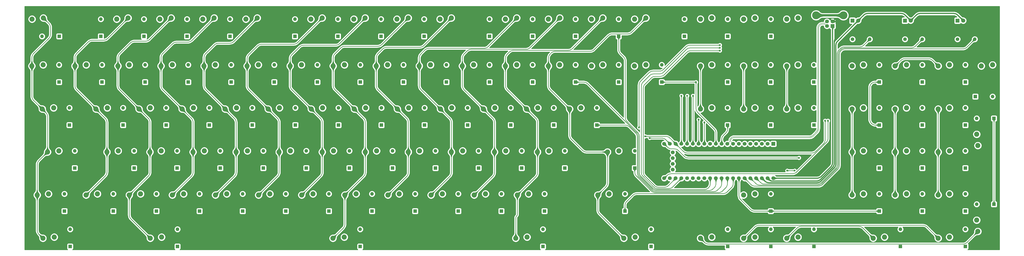
<source format=gbr>
G04 #@! TF.GenerationSoftware,KiCad,Pcbnew,5.1.5+dfsg1-2build2*
G04 #@! TF.CreationDate,2021-12-25T17:24:44+01:00*
G04 #@! TF.ProjectId,ntc-6251-qmk-pcb-rounded,6e74632d-3632-4353-912d-716d6b2d7063,rev?*
G04 #@! TF.SameCoordinates,Original*
G04 #@! TF.FileFunction,Copper,L2,Bot*
G04 #@! TF.FilePolarity,Positive*
%FSLAX46Y46*%
G04 Gerber Fmt 4.6, Leading zero omitted, Abs format (unit mm)*
G04 Created by KiCad (PCBNEW 5.1.5+dfsg1-2build2) date 2021-12-25 17:24:44*
%MOMM*%
%LPD*%
G04 APERTURE LIST*
%ADD10C,2.250000*%
%ADD11R,1.700000X1.700000*%
%ADD12C,1.700000*%
%ADD13C,3.500000*%
%ADD14R,1.600000X1.600000*%
%ADD15O,1.600000X1.600000*%
%ADD16R,1.800000X1.800000*%
%ADD17C,1.800000*%
%ADD18C,1.600000*%
%ADD19C,0.800000*%
%ADD20C,0.250000*%
%ADD21C,1.000000*%
%ADD22C,0.500000*%
%ADD23C,0.200000*%
%ADD24C,0.025400*%
%ADD25C,0.254000*%
G04 APERTURE END LIST*
D10*
X439741300Y-155900000D03*
X444741300Y-155400000D03*
X334700000Y-79630000D03*
X339700000Y-79130000D03*
D11*
X393100000Y-61900000D03*
D12*
X390600000Y-61900000D03*
X390600000Y-59900000D03*
X393100000Y-59900000D03*
D13*
X397870000Y-57190000D03*
X385830000Y-57190000D03*
D10*
X253800000Y-136753220D03*
X258800000Y-136253220D03*
X456768200Y-147876260D03*
X457268200Y-152876260D03*
X39440000Y-58850000D03*
X44440000Y-58350000D03*
X81860000Y-58350000D03*
X76860000Y-58850000D03*
X95880000Y-58850000D03*
X100880000Y-58350000D03*
X119900000Y-58350000D03*
X114900000Y-58850000D03*
X133920000Y-58850000D03*
X138920000Y-58350000D03*
X44340000Y-79130000D03*
X39340000Y-79630000D03*
X286553564Y-79630000D03*
X291553564Y-79130000D03*
X262878180Y-98160000D03*
X257878180Y-98660000D03*
X248706000Y-117200000D03*
X243706000Y-117700000D03*
X334700000Y-98660000D03*
X339700000Y-98160000D03*
X444741300Y-98160000D03*
X439741300Y-98660000D03*
X58356428Y-79630000D03*
X63356428Y-79130000D03*
X310569992Y-79130000D03*
X305569992Y-79630000D03*
X276899998Y-98660000D03*
X281899998Y-98160000D03*
X262730000Y-117700000D03*
X267730000Y-117200000D03*
X294325000Y-136253220D03*
X289325000Y-136753220D03*
X358752140Y-98160000D03*
X353752140Y-98660000D03*
X456770000Y-109860000D03*
X457270000Y-114860000D03*
X77372856Y-79630000D03*
X82372856Y-79130000D03*
X48950000Y-98160000D03*
X43950000Y-98660000D03*
X293640000Y-117700000D03*
X298640000Y-117200000D03*
X41700000Y-136753220D03*
X46700000Y-136253220D03*
X49225000Y-155400000D03*
X44225000Y-155900000D03*
X377800000Y-98160000D03*
X372800000Y-98660000D03*
X401684480Y-117700000D03*
X406684480Y-117200000D03*
X101389284Y-79130000D03*
X96389284Y-79630000D03*
X67660000Y-98660000D03*
X72660000Y-98160000D03*
X51260000Y-117200000D03*
X46260000Y-117700000D03*
X68331080Y-136253220D03*
X63331080Y-136753220D03*
X91650000Y-155900000D03*
X96650000Y-155400000D03*
X339700000Y-155402280D03*
X334700000Y-155902280D03*
X425716700Y-117200000D03*
X420716700Y-117700000D03*
X115405712Y-79630000D03*
X120405712Y-79130000D03*
X91681818Y-98160000D03*
X86681818Y-98660000D03*
X77490000Y-117200000D03*
X72490000Y-117700000D03*
X87377972Y-136253220D03*
X82377972Y-136753220D03*
X172375000Y-155900000D03*
X177375000Y-155400000D03*
X353752140Y-136753220D03*
X358752140Y-136253220D03*
X444741300Y-117200000D03*
X439741300Y-117700000D03*
X167600000Y-58350000D03*
X162600000Y-58850000D03*
X139422140Y-79130000D03*
X134422140Y-79630000D03*
X105703636Y-98660000D03*
X110703636Y-98160000D03*
X91514000Y-117700000D03*
X96514000Y-117200000D03*
X101424864Y-136753220D03*
X106424864Y-136253220D03*
X253100000Y-155900000D03*
X258100000Y-155400000D03*
X358752140Y-155402280D03*
X353752140Y-155902280D03*
X401684480Y-136753220D03*
X406684480Y-136253220D03*
X181616666Y-58850000D03*
X186616666Y-58350000D03*
X153438568Y-79630000D03*
X158438568Y-79130000D03*
X124725454Y-98660000D03*
X129725454Y-98160000D03*
X110538000Y-117700000D03*
X115538000Y-117200000D03*
X120471756Y-136753220D03*
X125471756Y-136253220D03*
X305850000Y-155400000D03*
X300850000Y-155900000D03*
X372800000Y-155902280D03*
X377800000Y-155402280D03*
X420716700Y-136753220D03*
X425716700Y-136253220D03*
X205633332Y-58350000D03*
X200633332Y-58850000D03*
X177454996Y-79130000D03*
X172454996Y-79630000D03*
X143747272Y-98660000D03*
X148747272Y-98160000D03*
X134562000Y-117200000D03*
X129562000Y-117700000D03*
X144518648Y-136253220D03*
X139518648Y-136753220D03*
X339700000Y-58350000D03*
X334700000Y-58850000D03*
X401684480Y-79630000D03*
X406684480Y-79130000D03*
X444741300Y-136253220D03*
X439741300Y-136753220D03*
X219649998Y-58850000D03*
X224649998Y-58350000D03*
X191471424Y-79630000D03*
X196471424Y-79130000D03*
X167769090Y-98160000D03*
X162769090Y-98660000D03*
X153586000Y-117200000D03*
X148586000Y-117700000D03*
X158565540Y-136753220D03*
X163565540Y-136253220D03*
X358752140Y-58350000D03*
X353752140Y-58850000D03*
X425716700Y-79130000D03*
X420716700Y-79630000D03*
X253540000Y-58350000D03*
X248540000Y-58850000D03*
X215487852Y-79130000D03*
X210487852Y-79630000D03*
X181790908Y-98660000D03*
X186790908Y-98160000D03*
X167610000Y-117700000D03*
X172610000Y-117200000D03*
X182612432Y-136253220D03*
X177612432Y-136753220D03*
X372800000Y-58850000D03*
X377800000Y-58350000D03*
X444741300Y-79130000D03*
X439741300Y-79630000D03*
X411016440Y-155899740D03*
X416016440Y-155399740D03*
X267556666Y-58850000D03*
X272556666Y-58350000D03*
X229504280Y-79630000D03*
X234504280Y-79130000D03*
X205812726Y-98160000D03*
X200812726Y-98660000D03*
X186634000Y-117700000D03*
X191634000Y-117200000D03*
X201659324Y-136253220D03*
X196659324Y-136753220D03*
X463768200Y-79130000D03*
X458768200Y-79630000D03*
X286573332Y-58850000D03*
X291573332Y-58350000D03*
X253520708Y-79130000D03*
X248520708Y-79630000D03*
X224834544Y-98160000D03*
X219834544Y-98660000D03*
X210658000Y-117200000D03*
X205658000Y-117700000D03*
X215706216Y-136753220D03*
X220706216Y-136253220D03*
X353752140Y-79630000D03*
X358752140Y-79130000D03*
X401684480Y-98660000D03*
X406684480Y-98160000D03*
X305589998Y-58850000D03*
X310589998Y-58350000D03*
X267537136Y-79630000D03*
X272537136Y-79130000D03*
X238856362Y-98660000D03*
X243856362Y-98160000D03*
X229682000Y-117200000D03*
X224682000Y-117700000D03*
X239753108Y-136253220D03*
X234753108Y-136753220D03*
X372800000Y-79630000D03*
X377800000Y-79130000D03*
X420716700Y-98660000D03*
X425716700Y-98160000D03*
D14*
X51470000Y-66470000D03*
D15*
X43850000Y-66470000D03*
X69840000Y-58850000D03*
D14*
X69840000Y-66470000D03*
X88863333Y-66470000D03*
D15*
X88863333Y-58850000D03*
X107886666Y-58850000D03*
D14*
X107886666Y-66470000D03*
D15*
X126910000Y-58850000D03*
D14*
X126910000Y-66470000D03*
D15*
X51350000Y-79130000D03*
D14*
X51350000Y-86750000D03*
X298582141Y-86750000D03*
D15*
X298582141Y-79130000D03*
X269906360Y-98160000D03*
D14*
X269906360Y-105780000D03*
D15*
X255720000Y-117200000D03*
D14*
X255720000Y-124820000D03*
D15*
X265820000Y-136250000D03*
D14*
X265820000Y-143870000D03*
D15*
X346720000Y-98160000D03*
D14*
X346720000Y-105780000D03*
D15*
X451750000Y-98160000D03*
D14*
X451750000Y-105780000D03*
D15*
X70367857Y-79130000D03*
D14*
X70367857Y-86750000D03*
X317600000Y-86750000D03*
D15*
X317600000Y-79130000D03*
D14*
X288930000Y-105780000D03*
D15*
X288930000Y-98160000D03*
D14*
X274760000Y-124820000D03*
D15*
X274760000Y-117200000D03*
D14*
X301350000Y-143870000D03*
D15*
X301350000Y-136250000D03*
D14*
X365770000Y-105780000D03*
D15*
X365770000Y-98160000D03*
X456770000Y-102840000D03*
D14*
X464390000Y-102840000D03*
D15*
X89385714Y-79130000D03*
D14*
X89385714Y-86750000D03*
X55970000Y-105780000D03*
D15*
X55970000Y-98160000D03*
X305670000Y-117200000D03*
D14*
X305670000Y-124820000D03*
D15*
X53750000Y-136250000D03*
D14*
X53750000Y-143870000D03*
D15*
X56250000Y-151940000D03*
D14*
X56250000Y-159560000D03*
D15*
X384830000Y-98160000D03*
D14*
X384830000Y-105780000D03*
D15*
X413700000Y-117200000D03*
D14*
X413700000Y-124820000D03*
X108403571Y-86750000D03*
D15*
X108403571Y-79130000D03*
D14*
X79670000Y-105780000D03*
D15*
X79670000Y-98160000D03*
D14*
X58280000Y-124820000D03*
D15*
X58280000Y-117200000D03*
D14*
X75350000Y-143870000D03*
D15*
X75350000Y-136250000D03*
D14*
X103670000Y-159560000D03*
D15*
X103670000Y-151940000D03*
D14*
X346730000Y-159560000D03*
D15*
X346730000Y-151940000D03*
D14*
X432730000Y-124820000D03*
D15*
X432730000Y-117200000D03*
X127421428Y-79130000D03*
D14*
X127421428Y-86750000D03*
X98693636Y-105780000D03*
D15*
X98693636Y-98160000D03*
X84510000Y-117200000D03*
D14*
X84510000Y-124820000D03*
X94397000Y-143870000D03*
D15*
X94397000Y-136250000D03*
X184400000Y-151940000D03*
D14*
X184400000Y-159560000D03*
D15*
X365780000Y-136250000D03*
D14*
X365780000Y-143870000D03*
D15*
X451750000Y-117200000D03*
D14*
X451750000Y-124820000D03*
X155570000Y-66470000D03*
D15*
X155570000Y-58850000D03*
D14*
X146439285Y-86750000D03*
D15*
X146439285Y-79130000D03*
X117717272Y-98160000D03*
D14*
X117717272Y-105780000D03*
X103533333Y-124820000D03*
D15*
X103533333Y-117200000D03*
D14*
X113444000Y-143870000D03*
D15*
X113444000Y-136250000D03*
D14*
X265120000Y-159560000D03*
D15*
X265120000Y-151940000D03*
X365780000Y-151950000D03*
D14*
X365780000Y-159570000D03*
X413700000Y-143873220D03*
D15*
X413700000Y-136253220D03*
X174593333Y-58850000D03*
D14*
X174593333Y-66470000D03*
D15*
X165457142Y-79130000D03*
D14*
X165457142Y-86750000D03*
X136740908Y-105780000D03*
D15*
X136740908Y-98160000D03*
X122556666Y-117200000D03*
D14*
X122556666Y-124820000D03*
D15*
X132491000Y-136250000D03*
D14*
X132491000Y-143870000D03*
D15*
X312880000Y-151940000D03*
D14*
X312880000Y-159560000D03*
D15*
X384830000Y-151940000D03*
D14*
X384830000Y-159560000D03*
D15*
X432740000Y-136250000D03*
D14*
X432740000Y-143870000D03*
X193616666Y-66470000D03*
D15*
X193616666Y-58850000D03*
X184474999Y-79130000D03*
D14*
X184474999Y-86750000D03*
X155764544Y-105780000D03*
D15*
X155764544Y-98160000D03*
X141579999Y-117200000D03*
D14*
X141579999Y-124820000D03*
X151538000Y-143870000D03*
D15*
X151538000Y-136250000D03*
X327670000Y-58850000D03*
D14*
X327670000Y-66470000D03*
X413700000Y-86750000D03*
D15*
X413700000Y-79130000D03*
D14*
X451770000Y-143873220D03*
D15*
X451770000Y-136253220D03*
X212640000Y-58850000D03*
D14*
X212640000Y-66470000D03*
D15*
X203492856Y-79130000D03*
D14*
X203492856Y-86750000D03*
X174788180Y-105780000D03*
D15*
X174788180Y-98160000D03*
X160603332Y-117200000D03*
D14*
X160603332Y-124820000D03*
D15*
X170585000Y-136250000D03*
D14*
X170585000Y-143870000D03*
X346730000Y-66470000D03*
D15*
X346730000Y-58850000D03*
X432730000Y-79130000D03*
D14*
X432730000Y-86750000D03*
D15*
X456768200Y-140850000D03*
D14*
X464388200Y-140850000D03*
D15*
X241510000Y-58850000D03*
D14*
X241510000Y-66470000D03*
X222510713Y-86750000D03*
D15*
X222510713Y-79130000D03*
X193811816Y-98160000D03*
D14*
X193811816Y-105780000D03*
X179626665Y-124820000D03*
D15*
X179626665Y-117200000D03*
D14*
X189632000Y-143870000D03*
D15*
X189632000Y-136250000D03*
D14*
X365780000Y-66470000D03*
D15*
X365780000Y-58850000D03*
D14*
X451750000Y-86750000D03*
D15*
X451750000Y-79130000D03*
D14*
X423040000Y-159560000D03*
D15*
X423040000Y-151940000D03*
X260533333Y-58850000D03*
D14*
X260533333Y-66470000D03*
X241528570Y-86750000D03*
D15*
X241528570Y-79130000D03*
X212835452Y-98160000D03*
D14*
X212835452Y-105780000D03*
D15*
X198649998Y-117200000D03*
D14*
X198649998Y-124820000D03*
D15*
X208679000Y-136250000D03*
D14*
X208679000Y-143870000D03*
D15*
X346730000Y-79130000D03*
D14*
X346730000Y-86750000D03*
D15*
X463770000Y-93160000D03*
D14*
X456150000Y-93160000D03*
X451760000Y-159550000D03*
D15*
X451760000Y-151930000D03*
D14*
X279556666Y-66470000D03*
D15*
X279556666Y-58850000D03*
D14*
X260546427Y-86750000D03*
D15*
X260546427Y-79130000D03*
D14*
X231859088Y-105780000D03*
D15*
X231859088Y-98160000D03*
D14*
X217673331Y-124820000D03*
D15*
X217673331Y-117200000D03*
D14*
X227726000Y-143870000D03*
D15*
X227726000Y-136250000D03*
D14*
X365770000Y-86750000D03*
D15*
X365770000Y-79130000D03*
D14*
X413700000Y-105780000D03*
D15*
X413700000Y-98160000D03*
D14*
X298580000Y-66470000D03*
D15*
X298580000Y-58850000D03*
X279564284Y-79130000D03*
D14*
X279564284Y-86750000D03*
X250882724Y-105780000D03*
D15*
X250882724Y-98160000D03*
X236696664Y-117200000D03*
D14*
X236696664Y-124820000D03*
X246773000Y-143870000D03*
D15*
X246773000Y-136250000D03*
X384820000Y-79130000D03*
D14*
X384820000Y-86750000D03*
X432730000Y-105780000D03*
D15*
X432730000Y-98160000D03*
D16*
X401860000Y-59510000D03*
D17*
X404400000Y-59510000D03*
X427600000Y-59510000D03*
D16*
X425060000Y-59510000D03*
X448260000Y-59510000D03*
D17*
X450800000Y-59510000D03*
D12*
X366950000Y-129310000D03*
D11*
X366950000Y-114070000D03*
D12*
X364410000Y-129310000D03*
X364410000Y-114070000D03*
X361870000Y-129310000D03*
X361870000Y-114070000D03*
X359330000Y-129310000D03*
X359330000Y-114070000D03*
X356790000Y-129310000D03*
X356790000Y-114070000D03*
X354250000Y-129310000D03*
X354250000Y-114070000D03*
X351710000Y-129310000D03*
X351710000Y-114070000D03*
X349170000Y-129310000D03*
X349170000Y-114070000D03*
X346630000Y-129310000D03*
X346630000Y-114070000D03*
X344090000Y-129310000D03*
X344090000Y-114070000D03*
X341550000Y-129310000D03*
X341550000Y-114070000D03*
X339010000Y-129310000D03*
X339010000Y-114070000D03*
X336470000Y-129310000D03*
X336470000Y-114070000D03*
X333930000Y-129310000D03*
X333930000Y-114070000D03*
X331390000Y-129310000D03*
X331390000Y-114070000D03*
X328850000Y-129310000D03*
X328850000Y-114070000D03*
X326310000Y-129310000D03*
X326310000Y-114070000D03*
X323770000Y-129310000D03*
X323770000Y-114070000D03*
X321230000Y-129310000D03*
X321230000Y-114070000D03*
X318690000Y-129310000D03*
X318690000Y-114070000D03*
X322501000Y-122962000D03*
X322501000Y-120422000D03*
X322501000Y-125502000D03*
X322501000Y-117882000D03*
D18*
X401860000Y-67750000D03*
D15*
X409480000Y-67750000D03*
X432680000Y-67750000D03*
D18*
X425060000Y-67750000D03*
X448260000Y-67750000D03*
D15*
X455880000Y-67750000D03*
D19*
X332750000Y-86750000D03*
X336450000Y-104550000D03*
X333900000Y-103350000D03*
X331400000Y-92800000D03*
X328850000Y-92800000D03*
X326300000Y-92800000D03*
X310300000Y-110750000D03*
X389800000Y-103850000D03*
X312250000Y-111500000D03*
X307600000Y-106850000D03*
X343300000Y-70350000D03*
X378250000Y-120300000D03*
X391050000Y-103850000D03*
X376350000Y-125950000D03*
X373050000Y-125950000D03*
X343300000Y-72800000D03*
X343300000Y-71600000D03*
X390000000Y-93700000D03*
X377800000Y-122600000D03*
X325400000Y-119950000D03*
X311800000Y-120900000D03*
X331600000Y-132050000D03*
X339250000Y-108200000D03*
X334900000Y-105050000D03*
X332500000Y-101150000D03*
D20*
X301758272Y-103514884D02*
X301884297Y-103750659D01*
X307953291Y-127773493D02*
X308079316Y-128009268D01*
X299112824Y-73925766D02*
X299282425Y-74132425D01*
X339020000Y-131751508D02*
X338994188Y-132013575D01*
X301473795Y-77077325D02*
X301500000Y-77343381D01*
X298580000Y-72436618D02*
X298606203Y-72702674D01*
X306992590Y-108969770D02*
X307162191Y-109176429D01*
X314468517Y-134144033D02*
X314724348Y-134221639D01*
X301344033Y-76559287D02*
X301421639Y-76815118D01*
X314986555Y-134273795D02*
X315252611Y-134300000D01*
X301578359Y-103012059D02*
X301655965Y-103267890D01*
X313985749Y-133915700D02*
X314221524Y-134041725D01*
X307773378Y-127270668D02*
X307850984Y-127526499D01*
X337243847Y-134146370D02*
X336991851Y-134222813D01*
X307668814Y-110399524D02*
X307695019Y-110665580D01*
X338141895Y-133608102D02*
X337938334Y-133775160D01*
X298838272Y-73467704D02*
X298964297Y-73703479D01*
X301500000Y-102483798D02*
X301526204Y-102749854D01*
X336733575Y-134274188D02*
X336471508Y-134300000D01*
X338942813Y-132271851D02*
X338866371Y-132523847D01*
X298658359Y-72964879D02*
X298735965Y-73220710D01*
X302032824Y-103972946D02*
X302202425Y-104179605D01*
X307539052Y-109881487D02*
X307616658Y-110137318D01*
X308227843Y-128231555D02*
X308397444Y-128438214D01*
X338495160Y-133218334D02*
X338328102Y-133421895D01*
X301115700Y-76076519D02*
X301241725Y-76312294D01*
X300797571Y-75647571D02*
X300967172Y-75854230D01*
X338765597Y-132767138D02*
X338641462Y-132999379D01*
X307310719Y-109398718D02*
X307436744Y-109634494D01*
X307695019Y-126742407D02*
X307721223Y-127008463D01*
X313556801Y-133597571D02*
X313763460Y-133767172D01*
X337719379Y-133921461D02*
X337487138Y-134045596D01*
X313985749Y-133915700D02*
X313763460Y-133767172D01*
X307773378Y-127270668D02*
X307721223Y-127008463D01*
X301884297Y-103750659D02*
X302032824Y-103972946D01*
X301115700Y-76076519D02*
X300967172Y-75854230D01*
X307668814Y-110399524D02*
X307616658Y-110137318D01*
X338994188Y-132013575D02*
X338942813Y-132271851D01*
X308079316Y-128009268D02*
X308227843Y-128231555D01*
X301578359Y-103012059D02*
X301526204Y-102749854D01*
X337938334Y-133775160D02*
X337719379Y-133921461D01*
X338495160Y-133218334D02*
X338641462Y-132999379D01*
X307162191Y-109176429D02*
X307310719Y-109398718D01*
X336991851Y-134222813D02*
X336733575Y-134274188D01*
X299112824Y-73925766D02*
X298964297Y-73703479D01*
X301473795Y-77077325D02*
X301421639Y-76815118D01*
X314724348Y-134221639D02*
X314986555Y-134273795D01*
X298606203Y-72702674D02*
X298658359Y-72964879D01*
X301344033Y-76559287D02*
X301241725Y-76312294D01*
X301758272Y-103514884D02*
X301655965Y-103267890D01*
X337243847Y-134146370D02*
X337487138Y-134045596D01*
X338866371Y-132523847D02*
X338765597Y-132767138D01*
X298838272Y-73467704D02*
X298735965Y-73220710D01*
X314468517Y-134144033D02*
X314221524Y-134041725D01*
X307539052Y-109881487D02*
X307436744Y-109634494D01*
X307953291Y-127773493D02*
X307850984Y-127526499D01*
X299282425Y-74132425D02*
X300797571Y-75647571D01*
X298580000Y-72436618D02*
X298580000Y-66470000D01*
X339020000Y-131751508D02*
X339020000Y-129360000D01*
X338141895Y-133608102D02*
X338328102Y-133421895D01*
X315252611Y-134300000D02*
X336471508Y-134300000D01*
X308397444Y-128438214D02*
X313556801Y-133597571D01*
X307695019Y-110665580D02*
X307695019Y-126742407D01*
X301500000Y-77343381D02*
X301500000Y-102483798D01*
X306992590Y-108969770D02*
X302202425Y-104179605D01*
X341441639Y-132264879D02*
X341364033Y-132520710D01*
X307503283Y-127959895D02*
X307629308Y-128195670D01*
X283671289Y-86828359D02*
X283927120Y-86905964D01*
X307323369Y-127457070D02*
X307400975Y-127712901D01*
X307089043Y-110067888D02*
X307166649Y-110323719D01*
X306860710Y-109585119D02*
X306986735Y-109820895D01*
X307245010Y-126928808D02*
X307271214Y-127194864D01*
X284174114Y-87008272D02*
X284409889Y-87134297D01*
X340202415Y-134047582D02*
X339995756Y-134217182D01*
X339290700Y-134594043D02*
X339034869Y-134671649D01*
X306542581Y-109156171D02*
X306712182Y-109362830D01*
X314800155Y-134723805D02*
X315066211Y-134750010D01*
X313799349Y-134365710D02*
X314035124Y-134491735D01*
X341520000Y-131736617D02*
X341493795Y-132002673D01*
X314282117Y-134594043D02*
X314537948Y-134671649D01*
X340987172Y-133225766D02*
X340817572Y-133432425D01*
X339773469Y-134365710D02*
X339537694Y-134491735D01*
X283409084Y-86776204D02*
X283143028Y-86750000D01*
X341261725Y-132767704D02*
X341135700Y-133003479D01*
X307777835Y-128417957D02*
X307947436Y-128624616D01*
X307218805Y-110585925D02*
X307245010Y-110851981D01*
X284632176Y-87282824D02*
X284838835Y-87452425D01*
X313370401Y-134047581D02*
X313577060Y-134217182D01*
X338772663Y-134723805D02*
X338506607Y-134750010D01*
X307166649Y-110323719D02*
X307218805Y-110585925D01*
X283671289Y-86828359D02*
X283409084Y-86776204D01*
X284409889Y-87134297D02*
X284632176Y-87282824D01*
X307323369Y-127457070D02*
X307271214Y-127194864D01*
X313799349Y-134365710D02*
X313577060Y-134217182D01*
X339995756Y-134217182D02*
X339773469Y-134365710D01*
X307629308Y-128195670D02*
X307777835Y-128417957D01*
X306860710Y-109585119D02*
X306712182Y-109362830D01*
X339034869Y-134671649D02*
X338772663Y-134723805D01*
X341441639Y-132264879D02*
X341493795Y-132002673D01*
X340987172Y-133225766D02*
X341135700Y-133003479D01*
X314800155Y-134723805D02*
X314537948Y-134671649D01*
X314035124Y-134491735D02*
X314282117Y-134594043D01*
X307089043Y-110067888D02*
X306986735Y-109820895D01*
X283927120Y-86905964D02*
X284174114Y-87008272D01*
X307503283Y-127959895D02*
X307400975Y-127712901D01*
X341364033Y-132520710D02*
X341261725Y-132767704D01*
X339290700Y-134594043D02*
X339537694Y-134491735D01*
X283143028Y-86750000D02*
X279564284Y-86750000D01*
X307245010Y-126928808D02*
X307245010Y-110851981D01*
X307947436Y-128624616D02*
X313370401Y-134047581D01*
X306542581Y-109156171D02*
X284838835Y-87452425D01*
X315066211Y-134750010D02*
X338506607Y-134750010D01*
X340202415Y-134047582D02*
X340817572Y-133432425D01*
X341520000Y-131736617D02*
X341520000Y-129360000D01*
X306873360Y-127643470D02*
X306950965Y-127899301D01*
X306639034Y-110254288D02*
X306716640Y-110510119D01*
X313612948Y-134815719D02*
X313848723Y-134941744D01*
X342302406Y-134497591D02*
X342095747Y-134667191D01*
X313184000Y-134497590D02*
X313390659Y-134667191D01*
X302567704Y-106038272D02*
X302803479Y-106164297D01*
X341390691Y-135044052D02*
X341134860Y-135121658D01*
X302064879Y-105858359D02*
X302320710Y-105935965D01*
X306795001Y-127115209D02*
X306821205Y-127381265D01*
X343537172Y-133225766D02*
X343367572Y-133432425D01*
X341873460Y-134815719D02*
X341637685Y-134941744D01*
X307327825Y-128604357D02*
X307497426Y-128811016D01*
X301802674Y-105806204D02*
X301536618Y-105780000D01*
X344070000Y-131736617D02*
X344043795Y-132002673D01*
X306410701Y-109771520D02*
X306536726Y-110007295D01*
X307053273Y-128146295D02*
X307179298Y-128382070D01*
X343811725Y-132767704D02*
X343685700Y-133003479D01*
X303025766Y-106312824D02*
X303232425Y-106482425D01*
X340872654Y-135173814D02*
X340606598Y-135200019D01*
X306092572Y-109342572D02*
X306262173Y-109549231D01*
X314613754Y-135173814D02*
X314879810Y-135200019D01*
X314095716Y-135044052D02*
X314351547Y-135121658D01*
X343991639Y-132264879D02*
X343914033Y-132520710D01*
X306768796Y-110772326D02*
X306795001Y-111038382D01*
X302064879Y-105858359D02*
X301802674Y-105806204D01*
X342095747Y-134667191D02*
X341873460Y-134815719D01*
X307327825Y-128604357D02*
X307179298Y-128382070D01*
X306410701Y-109771520D02*
X306262173Y-109549231D01*
X302803479Y-106164297D02*
X303025766Y-106312824D01*
X344043795Y-132002673D02*
X343991639Y-132264879D01*
X343537172Y-133225766D02*
X343685700Y-133003479D01*
X313612948Y-134815719D02*
X313390659Y-134667191D01*
X306873360Y-127643470D02*
X306821205Y-127381265D01*
X306716640Y-110510119D02*
X306768796Y-110772326D01*
X314613754Y-135173814D02*
X314351547Y-135121658D01*
X341134860Y-135121658D02*
X340872654Y-135173814D01*
X343811725Y-132767704D02*
X343914033Y-132520710D01*
X306639034Y-110254288D02*
X306536726Y-110007295D01*
X313848723Y-134941744D02*
X314095716Y-135044052D01*
X306950965Y-127899301D02*
X307053273Y-128146295D01*
X341390691Y-135044052D02*
X341637685Y-134941744D01*
X302567704Y-106038272D02*
X302320710Y-105935965D01*
X344070000Y-131736617D02*
X344070000Y-129360000D01*
X342302406Y-134497591D02*
X343367572Y-133432425D01*
X340606598Y-135200019D02*
X314879810Y-135200019D01*
X306795001Y-127115209D02*
X306795001Y-111038382D01*
X313184000Y-134497590D02*
X307497426Y-128811016D01*
X303232425Y-106482425D02*
X306092572Y-109342572D01*
X301536618Y-105780000D02*
X288930000Y-105780000D01*
X343490682Y-135494061D02*
X343234851Y-135571667D01*
X306202824Y-128115766D02*
X306372425Y-128322425D01*
X342972645Y-135623823D02*
X342706589Y-135650028D01*
X346087172Y-133225766D02*
X345917572Y-133432425D01*
X346361725Y-132767704D02*
X346235700Y-133003479D01*
X305670000Y-126626618D02*
X305696203Y-126892674D01*
X313426547Y-135265728D02*
X313662323Y-135391753D01*
X344402397Y-134947600D02*
X344195738Y-135117200D01*
X346620000Y-131736617D02*
X346593795Y-132002673D01*
X346541639Y-132264879D02*
X346464033Y-132520710D01*
X313909316Y-135494061D02*
X314165147Y-135571667D01*
X343973451Y-135265728D02*
X343737676Y-135391753D01*
X312997599Y-134947599D02*
X313204258Y-135117200D01*
X314427353Y-135623823D02*
X314693409Y-135650028D01*
X305928272Y-127657704D02*
X306054297Y-127893479D01*
X305748359Y-127154879D02*
X305825965Y-127410710D01*
X306202824Y-128115766D02*
X306054297Y-127893479D01*
X343234851Y-135571667D02*
X342972645Y-135623823D01*
X305696203Y-126892674D02*
X305748359Y-127154879D01*
X344195738Y-135117200D02*
X343973451Y-135265728D01*
X314165147Y-135571667D02*
X314427353Y-135623823D01*
X313426547Y-135265728D02*
X313204258Y-135117200D01*
X346087172Y-133225766D02*
X346235700Y-133003479D01*
X346593795Y-132002673D02*
X346541639Y-132264879D01*
X346361725Y-132767704D02*
X346464033Y-132520710D01*
X343490682Y-135494061D02*
X343737676Y-135391753D01*
X305928272Y-127657704D02*
X305825965Y-127410710D01*
X313662323Y-135391753D02*
X313909316Y-135494061D01*
X346620000Y-131736617D02*
X346620000Y-129360000D01*
X342706589Y-135650028D02*
X314693409Y-135650028D01*
X345917572Y-133432425D02*
X344402397Y-134947600D01*
X306372425Y-128322425D02*
X312997599Y-134947599D01*
X305670000Y-126626618D02*
X305670000Y-124820000D01*
X349091639Y-132214879D02*
X349014033Y-132470710D01*
X305512256Y-136358310D02*
X305276481Y-136484334D01*
X346452387Y-135397610D02*
X346245728Y-135567210D01*
X348637172Y-133175766D02*
X348467572Y-133382425D01*
X345540672Y-135944071D02*
X345284841Y-136021677D01*
X306015080Y-136178397D02*
X305759249Y-136256003D01*
X301376203Y-141027325D02*
X301350000Y-141293381D01*
X348911725Y-132717704D02*
X348785700Y-132953479D01*
X302052425Y-139597572D02*
X301882824Y-139804231D01*
X301734297Y-140026518D02*
X301608272Y-140262293D01*
X306543343Y-136100038D02*
X306277287Y-136126242D01*
X305054193Y-136632862D02*
X304847534Y-136802463D01*
X301505965Y-140509286D02*
X301428359Y-140765118D01*
X345022635Y-136073833D02*
X344756579Y-136100038D01*
X346023441Y-135715738D02*
X345787666Y-135841763D01*
X349170000Y-131686617D02*
X349143795Y-131952673D01*
X349091639Y-132214879D02*
X349143795Y-131952673D01*
X346245728Y-135567210D02*
X346023441Y-135715738D01*
X345284841Y-136021677D02*
X345022635Y-136073833D01*
X301882824Y-139804231D02*
X301734297Y-140026518D01*
X301376203Y-141027325D02*
X301428359Y-140765118D01*
X348637172Y-133175766D02*
X348785700Y-132953479D01*
X306015080Y-136178397D02*
X306277287Y-136126242D01*
X305276481Y-136484334D02*
X305054193Y-136632862D01*
X349014033Y-132470710D02*
X348911725Y-132717704D01*
X305512256Y-136358310D02*
X305759249Y-136256003D01*
X301608272Y-140262293D02*
X301505965Y-140509286D01*
X345540672Y-135944071D02*
X345787666Y-135841763D01*
X349170000Y-131686617D02*
X349170000Y-129310000D01*
X346452387Y-135397610D02*
X348467572Y-133382425D01*
X306543343Y-136100038D02*
X344756579Y-136100038D01*
X302052425Y-139597572D02*
X304847534Y-136802463D01*
X301350000Y-141293381D02*
X301350000Y-143870000D01*
X357779288Y-143714033D02*
X358035119Y-143791639D01*
X365782666Y-143872443D02*
X365783142Y-143872697D01*
X352242824Y-138505766D02*
X352412425Y-138712425D01*
X365779059Y-143870157D02*
X365779575Y-143870314D01*
X365778529Y-143870052D02*
X365777992Y-143870000D01*
X357296519Y-143485700D02*
X357532295Y-143611725D01*
X365784688Y-143873166D02*
X365785225Y-143873220D01*
X351968272Y-138047704D02*
X352094297Y-138283479D01*
X351788359Y-137544879D02*
X351865965Y-137800710D01*
X365783642Y-143872904D02*
X365784158Y-143873061D01*
X365781000Y-143871075D02*
X365781417Y-143871417D01*
X365780075Y-143870521D02*
X365780551Y-143870775D01*
X351710000Y-137016618D02*
X351736204Y-137282674D01*
X356867571Y-143167571D02*
X357074230Y-143337172D01*
X358297325Y-143843795D02*
X358563381Y-143870000D01*
X365781800Y-143871800D02*
X365782217Y-143872142D01*
X365784688Y-143873166D02*
X365784158Y-143873061D01*
X365781000Y-143871075D02*
X365780551Y-143870775D01*
X365782666Y-143872443D02*
X365782217Y-143872142D01*
X365779059Y-143870157D02*
X365778529Y-143870052D01*
X351788359Y-137544879D02*
X351736204Y-137282674D01*
X352242824Y-138505766D02*
X352094297Y-138283479D01*
X358035119Y-143791639D02*
X358297325Y-143843795D01*
X357296519Y-143485700D02*
X357074230Y-143337172D01*
X351968272Y-138047704D02*
X351865965Y-137800710D01*
X365779575Y-143870314D02*
X365780075Y-143870521D01*
X357779288Y-143714033D02*
X357532295Y-143611725D01*
X365783142Y-143872697D02*
X365783642Y-143872904D01*
X365777992Y-143870000D02*
X358563381Y-143870000D01*
X352412425Y-138712425D02*
X356867571Y-143167571D01*
X351710000Y-137016618D02*
X351710000Y-129310000D01*
X365781417Y-143871417D02*
X365781800Y-143871800D01*
X365785225Y-143873220D02*
X413700000Y-143873220D01*
X410094941Y-87505055D02*
X409951293Y-87680092D01*
X409575218Y-103803524D02*
X409649713Y-104049100D01*
X411230897Y-105630284D02*
X411476473Y-105704779D01*
X409825492Y-87868365D02*
X409718751Y-88068063D01*
X409522194Y-88716030D02*
X409500000Y-88941375D01*
X411691375Y-86750000D02*
X411466030Y-86772194D01*
X410355730Y-105105730D02*
X410554104Y-105268531D01*
X410767481Y-105411105D02*
X410993805Y-105532077D01*
X410011466Y-104725893D02*
X410174267Y-104924267D01*
X410430092Y-87201293D02*
X410255055Y-87344942D01*
X411728169Y-105754845D02*
X411983560Y-105780000D01*
X409632099Y-88277262D02*
X409566369Y-88493947D01*
X409500000Y-103296439D02*
X409525153Y-103551829D01*
X410818063Y-86968751D02*
X410618365Y-87075492D01*
X409747920Y-104286192D02*
X409868892Y-104512516D01*
X411243947Y-86816369D02*
X411027262Y-86882099D01*
X410430092Y-87201293D02*
X410618365Y-87075492D01*
X411476473Y-105704779D02*
X411728169Y-105754845D01*
X410011466Y-104725893D02*
X409868892Y-104512516D01*
X409575218Y-103803524D02*
X409525153Y-103551829D01*
X411466030Y-86772194D02*
X411243947Y-86816369D01*
X409951293Y-87680092D02*
X409825492Y-87868365D01*
X409522194Y-88716030D02*
X409566369Y-88493947D01*
X410554104Y-105268531D02*
X410767481Y-105411105D01*
X409649713Y-104049100D02*
X409747920Y-104286192D01*
X410818063Y-86968751D02*
X411027262Y-86882099D01*
X409718751Y-88068063D02*
X409632099Y-88277262D01*
X411230897Y-105630284D02*
X410993805Y-105532077D01*
X411983560Y-105780000D02*
X413700000Y-105780000D01*
X410355730Y-105105730D02*
X410174267Y-104924267D01*
X409500000Y-88941375D02*
X409500000Y-103296439D01*
X411691375Y-86750000D02*
X413700000Y-86750000D01*
X410094941Y-87505055D02*
X410255055Y-87344942D01*
X332750000Y-98456618D02*
X332750000Y-86750000D01*
X332776204Y-98722674D02*
X332750000Y-98456618D01*
X332905964Y-99240710D02*
X332828359Y-98984879D01*
X341550000Y-109243381D02*
X341523795Y-108977325D01*
X341523795Y-108977325D02*
X341471639Y-108715119D01*
X333008272Y-99487704D02*
X332905964Y-99240710D01*
X341017172Y-107754230D02*
X340847571Y-107547571D01*
X341471639Y-108715119D02*
X341394033Y-108459288D01*
X332828359Y-98984879D02*
X332776204Y-98722674D01*
X341165700Y-107976519D02*
X341017172Y-107754230D01*
X341550000Y-114070000D02*
X341550000Y-109243381D01*
X333282824Y-99945766D02*
X333134297Y-99723479D01*
X341291725Y-108212295D02*
X341165700Y-107976519D01*
X341394033Y-108459288D02*
X341291725Y-108212295D01*
X333134297Y-99723479D02*
X333008272Y-99487704D01*
X340847571Y-107547571D02*
X333452425Y-100152425D01*
X333452425Y-100152425D02*
X333282824Y-99945766D01*
X332750000Y-86750000D02*
X317600000Y-86750000D01*
X344116203Y-111787325D02*
X344090000Y-112053381D01*
X464389397Y-140848758D02*
X464389205Y-140848992D01*
X464390000Y-140847077D02*
X464389969Y-140847377D01*
X346720000Y-107436617D02*
X346693795Y-107702673D01*
X346461725Y-108467704D02*
X346335700Y-108703479D01*
X344474296Y-110786519D02*
X344348272Y-111022294D01*
X464389707Y-140848241D02*
X464389565Y-140848508D01*
X346641639Y-107964879D02*
X346564033Y-108220710D01*
X464389910Y-140847673D02*
X464389823Y-140847962D01*
X344245965Y-111269287D02*
X344168359Y-111525118D01*
X344792425Y-110357571D02*
X344622824Y-110564230D01*
X346187173Y-108925766D02*
X346017572Y-109132425D01*
X344116203Y-111787325D02*
X344168359Y-111525118D01*
X344474296Y-110786519D02*
X344622824Y-110564230D01*
X464389969Y-140847377D02*
X464389910Y-140847673D01*
X346335700Y-108703479D02*
X346187173Y-108925766D01*
X346693795Y-107702673D02*
X346641639Y-107964879D01*
X464389397Y-140848758D02*
X464389565Y-140848508D01*
X464389707Y-140848241D02*
X464389823Y-140847962D01*
X344348272Y-111022294D02*
X344245965Y-111269287D01*
X346461725Y-108467704D02*
X346564033Y-108220710D01*
X344090000Y-112053381D02*
X344090000Y-114070000D01*
X346720000Y-107436617D02*
X346720000Y-105780000D01*
X344792425Y-110357571D02*
X346017572Y-109132425D01*
X464389205Y-140848992D02*
X464388200Y-140850000D01*
X464390000Y-140847077D02*
X464390000Y-102840000D01*
X44467798Y-99177798D02*
X44674917Y-99384917D01*
X40042425Y-74107572D02*
X39872824Y-74314231D01*
X41855964Y-122469286D02*
X41778359Y-122725118D01*
X46181639Y-117234879D02*
X46104033Y-117490710D01*
X42402425Y-121557572D02*
X42232824Y-121764231D01*
X39495964Y-75019286D02*
X39418359Y-75275118D01*
X47550000Y-65606617D02*
X47523795Y-65872673D01*
X47165700Y-61186519D02*
X47291725Y-61422295D01*
X39418359Y-93584879D02*
X39495964Y-93840710D01*
X47394033Y-61669288D02*
X47471639Y-61925119D01*
X39366204Y-75537325D02*
X39340000Y-75803381D01*
X45557571Y-100267571D02*
X45727172Y-100474230D01*
X41700000Y-135728029D02*
X41700000Y-136020940D01*
X41778359Y-152909879D02*
X41855964Y-153165710D01*
X39872824Y-94545766D02*
X40042425Y-94752425D01*
X47017172Y-67095766D02*
X46847572Y-67302425D01*
X43225080Y-97935080D02*
X43432199Y-98142199D01*
X41726204Y-122987325D02*
X41700000Y-123253381D01*
X47291725Y-66637704D02*
X47165700Y-66873479D01*
X39340000Y-93056618D02*
X39366204Y-93322674D01*
X46847571Y-60757571D02*
X47017172Y-60964230D01*
X39340000Y-78604809D02*
X39340000Y-78897720D01*
X42232824Y-153870766D02*
X42402425Y-154077425D01*
X41700000Y-136313852D02*
X41700000Y-136606763D01*
X45727172Y-118195766D02*
X45557572Y-118402425D01*
X46104033Y-101179287D02*
X46181639Y-101435118D01*
X44053559Y-98763559D02*
X44260678Y-98970678D01*
X39340000Y-79190632D02*
X39340000Y-79483543D01*
X46233795Y-101697325D02*
X46260000Y-101963381D01*
X41700000Y-152381618D02*
X41726204Y-152647674D01*
X41700000Y-136899675D02*
X41700000Y-137192586D01*
X43639319Y-98349319D02*
X43846438Y-98556438D01*
X47471639Y-66134879D02*
X47394033Y-66390710D01*
X46260000Y-116706617D02*
X46233795Y-116972673D01*
X46001725Y-117737704D02*
X45875700Y-117973479D01*
X39598272Y-94087704D02*
X39724297Y-94323479D01*
X39340000Y-79776455D02*
X39340000Y-80069366D01*
X47523795Y-62187325D02*
X47550000Y-62453381D01*
X41700000Y-137485498D02*
X41700000Y-137778409D01*
X41958272Y-153412704D02*
X42084297Y-153648479D01*
X45875700Y-100696519D02*
X46001725Y-100932294D01*
X39724297Y-74536518D02*
X39598272Y-74772293D01*
X42084297Y-121986518D02*
X41958272Y-122222293D01*
X39340000Y-80362278D02*
X39340000Y-80655189D01*
X47471639Y-61925119D02*
X47523795Y-62187325D01*
X41700000Y-136020940D02*
X41700000Y-136313852D01*
X39418359Y-93584879D02*
X39366204Y-93322674D01*
X39340000Y-78897720D02*
X39340000Y-79190632D01*
X47523795Y-65872673D02*
X47471639Y-66134879D01*
X43432199Y-98142199D02*
X43639319Y-98349319D01*
X41778359Y-152909879D02*
X41726204Y-152647674D01*
X41700000Y-137192586D02*
X41700000Y-137485498D01*
X45727172Y-100474230D02*
X45875700Y-100696519D01*
X42232824Y-121764231D02*
X42084297Y-121986518D01*
X39872824Y-74314231D02*
X39724297Y-74536518D01*
X39418359Y-75275118D02*
X39366204Y-75537325D01*
X39340000Y-80069366D02*
X39340000Y-80362278D01*
X39872824Y-94545766D02*
X39724297Y-94323479D01*
X42232824Y-153870766D02*
X42084297Y-153648479D01*
X41778359Y-122725118D02*
X41726204Y-122987325D01*
X47017172Y-67095766D02*
X47165700Y-66873479D01*
X44467798Y-99177798D02*
X44260678Y-98970678D01*
X46181639Y-117234879D02*
X46233795Y-116972673D01*
X45727172Y-118195766D02*
X45875700Y-117973479D01*
X46181639Y-101435118D02*
X46233795Y-101697325D01*
X47165700Y-61186519D02*
X47017172Y-60964230D01*
X39495964Y-93840710D02*
X39598272Y-94087704D01*
X39495964Y-75019286D02*
X39598272Y-74772293D01*
X47291725Y-61422295D02*
X47394033Y-61669288D01*
X39340000Y-79483543D02*
X39340000Y-79776455D01*
X47291725Y-66637704D02*
X47394033Y-66390710D01*
X46104033Y-101179287D02*
X46001725Y-100932294D01*
X41855964Y-153165710D02*
X41958272Y-153412704D01*
X46104033Y-117490710D02*
X46001725Y-117737704D01*
X41855964Y-122469286D02*
X41958272Y-122222293D01*
X44053559Y-98763559D02*
X43846438Y-98556438D01*
X41700000Y-136606763D02*
X41700000Y-136899675D01*
X46847571Y-60757571D02*
X44440000Y-58350000D01*
X40042425Y-94752425D02*
X43225080Y-97935080D01*
X39340000Y-93056618D02*
X39340000Y-80655189D01*
X46260000Y-101963381D02*
X46260000Y-116706617D01*
X44674917Y-99384917D02*
X45557571Y-100267571D01*
X41700000Y-135728029D02*
X41700000Y-123253381D01*
X42402425Y-121557572D02*
X45557572Y-118402425D01*
X42402425Y-154077425D02*
X44225000Y-155900000D01*
X41700000Y-152381618D02*
X41700000Y-137778409D01*
X372800000Y-79630000D02*
X372800000Y-98660000D01*
X39340000Y-75803381D02*
X39340000Y-78604809D01*
X47550000Y-65606617D02*
X47550000Y-62453381D01*
X40042425Y-74107572D02*
X46847572Y-67302425D01*
X72463795Y-104217325D02*
X72490000Y-104483381D01*
X72490000Y-116674809D02*
X72490000Y-116967720D01*
X58376203Y-75577325D02*
X58350000Y-75843381D01*
X66043381Y-68150000D02*
X65777325Y-68176203D01*
X72490000Y-117260632D02*
X72490000Y-117553543D01*
X336456684Y-114056219D02*
X336458812Y-114058812D01*
X336450000Y-114037534D02*
X336450328Y-114040872D01*
X71957172Y-128090066D02*
X71787572Y-128296725D01*
X58614700Y-89394132D02*
X58740725Y-89629907D01*
X71332673Y-68123795D02*
X71066617Y-68150000D01*
X72490000Y-117846455D02*
X72490000Y-118139366D01*
X72490000Y-126600917D02*
X72463795Y-126866973D01*
X336453238Y-114050472D02*
X336454820Y-114053430D01*
X67349319Y-98349319D02*
X67556438Y-98556438D01*
X72334033Y-103699288D02*
X72411639Y-103955119D01*
X72490000Y-118432278D02*
X72490000Y-118725189D01*
X67763559Y-98763559D02*
X67970678Y-98970678D01*
X64554231Y-68682824D02*
X64347572Y-68852425D01*
X68177798Y-99177798D02*
X68384917Y-99384917D01*
X72105700Y-103216519D02*
X72231725Y-103452295D01*
X72762425Y-67447572D02*
X72555766Y-67617172D01*
X72231725Y-127632004D02*
X72105700Y-127867779D01*
X65515118Y-68228359D02*
X65259287Y-68305964D01*
X71787571Y-102787571D02*
X71957172Y-102994230D01*
X71850710Y-67994033D02*
X71594879Y-68071639D01*
X58434787Y-88891307D02*
X58512393Y-89147138D01*
X65012294Y-68408272D02*
X64776519Y-68534297D01*
X336450982Y-114044163D02*
X336451955Y-114047373D01*
X72411639Y-127129179D02*
X72334033Y-127385010D01*
X58356428Y-88363046D02*
X58382632Y-88629102D01*
X59052425Y-74147572D02*
X58882824Y-74354231D01*
X58505964Y-75059287D02*
X58428359Y-75315118D01*
X72333479Y-67765700D02*
X72097704Y-67891725D01*
X58889252Y-89852194D02*
X59058853Y-90058853D01*
X58734297Y-74576519D02*
X58608272Y-74812294D01*
X66935080Y-97935080D02*
X67142199Y-98142199D01*
X72490000Y-116967720D02*
X72490000Y-117260632D01*
X72463795Y-104217325D02*
X72411639Y-103955119D01*
X71957172Y-128090066D02*
X72105700Y-127867779D01*
X58740725Y-89629907D02*
X58889252Y-89852194D01*
X72490000Y-118139366D02*
X72490000Y-118432278D01*
X336456684Y-114056219D02*
X336454820Y-114053430D01*
X72555766Y-67617172D02*
X72333479Y-67765700D01*
X58434787Y-88891307D02*
X58382632Y-88629102D01*
X72463795Y-126866973D02*
X72411639Y-127129179D01*
X336450328Y-114040872D02*
X336450982Y-114044163D01*
X58376203Y-75577325D02*
X58428359Y-75315118D01*
X58882824Y-74354231D02*
X58734297Y-74576519D01*
X72105700Y-103216519D02*
X71957172Y-102994230D01*
X65777325Y-68176203D02*
X65515118Y-68228359D01*
X64554231Y-68682824D02*
X64776519Y-68534297D01*
X67970678Y-98970678D02*
X68177798Y-99177798D01*
X67349319Y-98349319D02*
X67142199Y-98142199D01*
X71332673Y-68123795D02*
X71594879Y-68071639D01*
X65259287Y-68305964D02*
X65012294Y-68408272D01*
X58614700Y-89394132D02*
X58512393Y-89147138D01*
X72231725Y-127632004D02*
X72334033Y-127385010D01*
X72334033Y-103699288D02*
X72231725Y-103452295D01*
X336453238Y-114050472D02*
X336451955Y-114047373D01*
X71850710Y-67994033D02*
X72097704Y-67891725D01*
X72490000Y-117553543D02*
X72490000Y-117846455D01*
X67556438Y-98556438D02*
X67763559Y-98763559D01*
X58505964Y-75059287D02*
X58608272Y-74812294D01*
X72490000Y-126600917D02*
X72490000Y-118725189D01*
X71787572Y-128296725D02*
X63331080Y-136753220D01*
X68384917Y-99384917D02*
X71787571Y-102787571D01*
X72490000Y-104483381D02*
X72490000Y-116674809D01*
X58356428Y-88363046D02*
X58356428Y-79630000D01*
X59058853Y-90058853D02*
X66935080Y-97935080D01*
X353752140Y-79630000D02*
X353752140Y-98660000D01*
X336458812Y-114058812D02*
X336470000Y-114070000D01*
X336450000Y-114037534D02*
X336450000Y-104550000D01*
X58350000Y-75843381D02*
X58350000Y-79623572D01*
X64347572Y-68852425D02*
X59052425Y-74147572D01*
X66043381Y-68150000D02*
X71066617Y-68150000D01*
X72762425Y-67447572D02*
X81860000Y-58350000D01*
X91435639Y-127152071D02*
X91358033Y-127407902D01*
X333910027Y-114049329D02*
X333913219Y-114053219D01*
X82404175Y-137480545D02*
X82377972Y-137746601D01*
X91358033Y-103701469D02*
X91435639Y-103957300D01*
X84643381Y-68600000D02*
X84377325Y-68626203D01*
X78052425Y-74197572D02*
X77882824Y-74404231D01*
X91262425Y-67897572D02*
X91055766Y-68067172D01*
X87199616Y-99177798D02*
X87406735Y-99384917D01*
X77376203Y-75627325D02*
X77350000Y-75893381D01*
X91514000Y-118432278D02*
X91514000Y-118725189D01*
X83612293Y-68858272D02*
X83376518Y-68984296D01*
X90350710Y-68444033D02*
X90094879Y-68521639D01*
X82456331Y-146162851D02*
X82533936Y-146418682D01*
X90833479Y-68215700D02*
X90597704Y-68341725D01*
X77451215Y-88885917D02*
X77528820Y-89141748D01*
X82910796Y-147123738D02*
X83080397Y-147330397D01*
X90981172Y-128112958D02*
X90811572Y-128319617D01*
X85956898Y-97935080D02*
X86164017Y-98142199D01*
X91514000Y-126623809D02*
X91487795Y-126889865D01*
X333901473Y-114031244D02*
X333902934Y-114036059D01*
X77372856Y-88357656D02*
X77399060Y-88623712D01*
X82377972Y-145634590D02*
X82404176Y-145900646D01*
X91129700Y-103218701D02*
X91255725Y-103454476D01*
X77905680Y-89846804D02*
X78075281Y-90053463D01*
X90811571Y-102789753D02*
X90981172Y-102996412D01*
X333904860Y-114040708D02*
X333907232Y-114045146D01*
X84115118Y-68678359D02*
X83859286Y-68755965D01*
X77734297Y-74626518D02*
X77608272Y-74862293D01*
X86785377Y-98763559D02*
X86992496Y-98970678D01*
X91514000Y-116674809D02*
X91514000Y-116967720D01*
X333900000Y-114021302D02*
X333900492Y-114026309D01*
X83154231Y-69132824D02*
X82947572Y-69302425D01*
X86371137Y-98349319D02*
X86578256Y-98556438D01*
X82762268Y-136479738D02*
X82636244Y-136715513D01*
X83080397Y-136050792D02*
X82910796Y-136257451D01*
X91255725Y-127654896D02*
X91129700Y-127890671D01*
X82533937Y-136962506D02*
X82456331Y-137218338D01*
X89832673Y-68573795D02*
X89566617Y-68600000D01*
X91514000Y-117846455D02*
X91514000Y-118139366D01*
X91514000Y-117260632D02*
X91514000Y-117553543D01*
X77631128Y-89388742D02*
X77757153Y-89624517D01*
X82636244Y-146665676D02*
X82762269Y-146901451D01*
X91487795Y-104219507D02*
X91514000Y-104485563D01*
X77505965Y-75109286D02*
X77428359Y-75365118D01*
X83376518Y-68984296D02*
X83154231Y-69132824D01*
X91129700Y-103218701D02*
X90981172Y-102996412D01*
X91435639Y-103957300D02*
X91487795Y-104219507D01*
X77451215Y-88885917D02*
X77399060Y-88623712D01*
X82456331Y-146162851D02*
X82404176Y-145900646D01*
X82762268Y-136479738D02*
X82910796Y-136257451D01*
X84377325Y-68626203D02*
X84115118Y-68678359D01*
X82404175Y-137480545D02*
X82456331Y-137218338D01*
X77882824Y-74404231D02*
X77734297Y-74626518D01*
X91055766Y-68067172D02*
X90833479Y-68215700D01*
X77376203Y-75627325D02*
X77428359Y-75365118D01*
X333901473Y-114031244D02*
X333900492Y-114026309D01*
X333910027Y-114049329D02*
X333907232Y-114045146D01*
X86164017Y-98142199D02*
X86371137Y-98349319D01*
X91514000Y-116967720D02*
X91514000Y-117260632D01*
X91435639Y-127152071D02*
X91487795Y-126889865D01*
X77905680Y-89846804D02*
X77757153Y-89624517D01*
X82910796Y-147123738D02*
X82762269Y-146901451D01*
X91514000Y-118432278D02*
X91514000Y-118139366D01*
X87199616Y-99177798D02*
X86992496Y-98970678D01*
X90981172Y-128112958D02*
X91129700Y-127890671D01*
X90094879Y-68521639D02*
X89832673Y-68573795D01*
X91358033Y-103701469D02*
X91255725Y-103454476D01*
X86785377Y-98763559D02*
X86578256Y-98556438D01*
X83612293Y-68858272D02*
X83859286Y-68755965D01*
X333902934Y-114036059D02*
X333904860Y-114040708D01*
X91514000Y-117846455D02*
X91514000Y-117553543D01*
X90350710Y-68444033D02*
X90597704Y-68341725D01*
X82533936Y-146418682D02*
X82636244Y-146665676D01*
X82636244Y-136715513D02*
X82533937Y-136962506D01*
X77528820Y-89141748D02*
X77631128Y-89388742D01*
X91358033Y-127407902D02*
X91255725Y-127654896D01*
X77608272Y-74862293D02*
X77505965Y-75109286D01*
X85956898Y-97935080D02*
X78075281Y-90053463D01*
X77372856Y-88357656D02*
X77372856Y-79630000D01*
X91514000Y-116674809D02*
X91514000Y-104485563D01*
X87406735Y-99384917D02*
X90811571Y-102789753D01*
X90811572Y-128319617D02*
X83080397Y-136050792D01*
X91514000Y-118725189D02*
X91514000Y-126623809D01*
X83080397Y-147330397D02*
X91650000Y-155900000D01*
X82377972Y-137746601D02*
X82377972Y-145634590D01*
X334700000Y-79630000D02*
X334700000Y-98660000D01*
X333913219Y-114053219D02*
X333930000Y-114070000D01*
X333900000Y-114021302D02*
X333900000Y-103350000D01*
X77350000Y-75893381D02*
X77350000Y-79573572D01*
X78052425Y-74197572D02*
X82947572Y-69302425D01*
X84643381Y-68600000D02*
X89566617Y-68600000D01*
X91262425Y-67897572D02*
X100860000Y-58300000D01*
X96467643Y-88880527D02*
X96545248Y-89136358D01*
X331400000Y-114053766D02*
X331399835Y-114055435D01*
X105807195Y-98763559D02*
X106014314Y-98970678D01*
X109483479Y-68665700D02*
X109247704Y-68791725D01*
X110538000Y-118432278D02*
X110538000Y-118725189D01*
X102615118Y-69128359D02*
X102359286Y-69205964D01*
X331396656Y-114063109D02*
X331395592Y-114064406D01*
X101654231Y-69582824D02*
X101447572Y-69752425D01*
X406212466Y-151132824D02*
X406419125Y-151302425D01*
X377606511Y-151132824D02*
X377399852Y-151302425D01*
X110459639Y-127174963D02*
X110382033Y-127430794D01*
X97102425Y-74097572D02*
X96932824Y-74304231D01*
X96555964Y-75009286D02*
X96478359Y-75265118D01*
X96922108Y-89841414D02*
X97091709Y-90048073D01*
X378567398Y-150678359D02*
X378311566Y-150755964D01*
X106221434Y-99177798D02*
X106428553Y-99384917D01*
X110382033Y-103703652D02*
X110459639Y-103959483D01*
X96389284Y-88352266D02*
X96415488Y-88618322D01*
X96647556Y-89383352D02*
X96773581Y-89619127D01*
X110153700Y-103220883D02*
X110279725Y-103456659D01*
X96426204Y-75527325D02*
X96400000Y-75793381D01*
X108482673Y-69023795D02*
X108216617Y-69050000D01*
X379095661Y-150600000D02*
X378829605Y-150626204D01*
X110538000Y-116674809D02*
X110538000Y-116967720D01*
X110005172Y-128135850D02*
X109835572Y-128342509D01*
X109835571Y-102791935D02*
X110005172Y-102998594D01*
X103143381Y-69050000D02*
X102877325Y-69076204D01*
X405754404Y-150858272D02*
X405990179Y-150984297D01*
X110538000Y-117260632D02*
X110538000Y-117553543D01*
X331399507Y-114057080D02*
X331399020Y-114058685D01*
X405251579Y-150678359D02*
X405507410Y-150755965D01*
X109912425Y-68347572D02*
X109705766Y-68517173D01*
X331398379Y-114060235D02*
X331397588Y-114061714D01*
X104978716Y-97935080D02*
X105185835Y-98142199D01*
X110538000Y-126646701D02*
X110511795Y-126912757D01*
X105392955Y-98349319D02*
X105600074Y-98556438D01*
X110538000Y-117846455D02*
X110538000Y-118139366D01*
X102112293Y-69308272D02*
X101876518Y-69434297D01*
X109000710Y-68894033D02*
X108744879Y-68971639D01*
X378064573Y-150858272D02*
X377828798Y-150984297D01*
X110279725Y-127677788D02*
X110153700Y-127913563D01*
X110511795Y-104221689D02*
X110538000Y-104487745D01*
X404989374Y-150626204D02*
X404723318Y-150600000D01*
X96784297Y-74526518D02*
X96658272Y-74762293D01*
X96467643Y-88880527D02*
X96415488Y-88618322D01*
X110005172Y-128135850D02*
X110153700Y-127913563D01*
X106014314Y-98970678D02*
X106221434Y-99177798D01*
X331399835Y-114055435D02*
X331399507Y-114057080D01*
X109483479Y-68665700D02*
X109705766Y-68517173D01*
X110459639Y-103959483D02*
X110511795Y-104221689D01*
X110538000Y-116967720D02*
X110538000Y-117260632D01*
X406212466Y-151132824D02*
X405990179Y-150984297D01*
X96922108Y-89841414D02*
X96773581Y-89619127D01*
X101654231Y-69582824D02*
X101876518Y-69434297D01*
X377606511Y-151132824D02*
X377828798Y-150984297D01*
X102615118Y-69128359D02*
X102877325Y-69076204D01*
X110538000Y-118432278D02*
X110538000Y-118139366D01*
X96932824Y-74304231D02*
X96784297Y-74526518D01*
X96478359Y-75265118D02*
X96426204Y-75527325D01*
X378567398Y-150678359D02*
X378829605Y-150626204D01*
X108482673Y-69023795D02*
X108744879Y-68971639D01*
X110459639Y-127174963D02*
X110511795Y-126912757D01*
X405251579Y-150678359D02*
X404989374Y-150626204D01*
X105185835Y-98142199D02*
X105392955Y-98349319D01*
X110153700Y-103220883D02*
X110005172Y-102998594D01*
X331396656Y-114063109D02*
X331397588Y-114061714D01*
X405754404Y-150858272D02*
X405507410Y-150755965D01*
X110382033Y-127430794D02*
X110279725Y-127677788D01*
X110382033Y-103703652D02*
X110279725Y-103456659D01*
X96555964Y-75009286D02*
X96658272Y-74762293D01*
X105807195Y-98763559D02*
X105600074Y-98556438D01*
X331399020Y-114058685D02*
X331398379Y-114060235D01*
X109247704Y-68791725D02*
X109000710Y-68894033D01*
X110538000Y-117553543D02*
X110538000Y-117846455D01*
X102359286Y-69205964D02*
X102112293Y-69308272D01*
X378311566Y-150755964D02*
X378064573Y-150858272D01*
X96545248Y-89136358D02*
X96647556Y-89383352D01*
X97091709Y-90048073D02*
X104978716Y-97935080D01*
X96389284Y-88352266D02*
X96389284Y-79630000D01*
X110538000Y-116674809D02*
X110538000Y-104487745D01*
X106428553Y-99384917D02*
X109835571Y-102791935D01*
X109835572Y-128342509D02*
X101424864Y-136753220D01*
X110538000Y-118725189D02*
X110538000Y-126646701D01*
X406419125Y-151302425D02*
X411016440Y-155899740D01*
X379095661Y-150600000D02*
X404723318Y-150600000D01*
X377399852Y-151302425D02*
X372800000Y-155902280D01*
X331400000Y-114053766D02*
X331400000Y-92800000D01*
X331395592Y-114064406D02*
X331390000Y-114070000D01*
X96400000Y-75793381D02*
X96400000Y-79623572D01*
X108216617Y-69050000D02*
X103143381Y-69050000D01*
X101447572Y-69752425D02*
X97102425Y-74097572D01*
X109912425Y-68347572D02*
X119910000Y-58350000D01*
X328850000Y-94950000D02*
X328850000Y-95150000D01*
X124000534Y-97935080D02*
X124207653Y-98142199D01*
X434487056Y-150682814D02*
X434693715Y-150852415D01*
X129303725Y-127700680D02*
X129177700Y-127936455D01*
X115663984Y-89377962D02*
X115790009Y-89613737D01*
X115784296Y-74526518D02*
X115658272Y-74762293D01*
X120204231Y-70032824D02*
X119997572Y-70202425D01*
X328850000Y-93390625D02*
X328850000Y-93446875D01*
X129562000Y-116674809D02*
X129562000Y-116967720D01*
X355369324Y-154285093D02*
X355228699Y-154425718D01*
X127550710Y-69344033D02*
X127294879Y-69421639D01*
X128033479Y-69115700D02*
X127797704Y-69241725D01*
X328850000Y-93278125D02*
X328850000Y-93334375D01*
X360497811Y-150149990D02*
X360231755Y-150176193D01*
X129177700Y-103223065D02*
X129303725Y-103458841D01*
X124829013Y-98763559D02*
X125036132Y-98970678D01*
X129406033Y-103705834D02*
X129483639Y-103961665D01*
X328850000Y-94550000D02*
X328850000Y-94750000D01*
X124414773Y-98349319D02*
X124621892Y-98556438D01*
X129562000Y-117260632D02*
X129562000Y-117553543D01*
X354806825Y-154847592D02*
X354666200Y-154988217D01*
X121165118Y-69578359D02*
X120909286Y-69655964D01*
X115555965Y-75009286D02*
X115478359Y-75265118D01*
X355088075Y-154566342D02*
X354947450Y-154706967D01*
X328850000Y-93165625D02*
X328850000Y-93221875D01*
X128859571Y-102794117D02*
X129029172Y-103000776D01*
X115484071Y-88875137D02*
X115561677Y-89130968D01*
X129483639Y-127197855D02*
X129406033Y-127453686D01*
X359466723Y-150408262D02*
X359230948Y-150534286D01*
X354525576Y-155128841D02*
X354384951Y-155269466D01*
X116102425Y-74097572D02*
X115932824Y-74304231D01*
X129562000Y-117846455D02*
X129562000Y-118139366D01*
X328850000Y-93053125D02*
X328850000Y-93109375D01*
X434028994Y-150408262D02*
X434264769Y-150534287D01*
X433526169Y-150228349D02*
X433782000Y-150305955D01*
X328850000Y-94150000D02*
X328850000Y-94350000D01*
X115426204Y-75527325D02*
X115400000Y-75793381D01*
X121693381Y-69500000D02*
X121427325Y-69526204D01*
X129562000Y-118432278D02*
X129562000Y-118725189D01*
X115938536Y-89836024D02*
X116108137Y-90042683D01*
X129029173Y-128158742D02*
X128859572Y-128365401D01*
X125243252Y-99177798D02*
X125450371Y-99384917D01*
X127032673Y-69473795D02*
X126766617Y-69500000D01*
X328850000Y-95350000D02*
X328850000Y-95550000D01*
X115405712Y-88346876D02*
X115431916Y-88612932D01*
X359008661Y-150682814D02*
X358802002Y-150852415D01*
X129535795Y-104223871D02*
X129562000Y-104489927D01*
X359969548Y-150228349D02*
X359713716Y-150305955D01*
X433263964Y-150176194D02*
X432997908Y-150149990D01*
X120662293Y-69758272D02*
X120426518Y-69884297D01*
X129562000Y-126669593D02*
X129535795Y-126935649D01*
X128462425Y-68797572D02*
X128255766Y-68967173D01*
X129483639Y-127197855D02*
X129535795Y-126935649D01*
X328850000Y-93165625D02*
X328850000Y-93109375D01*
X129483639Y-103961665D02*
X129535795Y-104223871D01*
X124207653Y-98142199D02*
X124414773Y-98349319D01*
X359230948Y-150534286D02*
X359008661Y-150682814D01*
X434487056Y-150682814D02*
X434264769Y-150534287D01*
X129177700Y-127936455D02*
X129029173Y-128158742D01*
X129562000Y-118139366D02*
X129562000Y-118432278D01*
X360231755Y-150176193D02*
X359969548Y-150228349D01*
X328850000Y-94550000D02*
X328850000Y-94350000D01*
X328850000Y-95150000D02*
X328850000Y-95350000D01*
X128033479Y-69115700D02*
X128255766Y-68967173D01*
X125036132Y-98970678D02*
X125243252Y-99177798D01*
X115484071Y-88875137D02*
X115431916Y-88612932D01*
X355228699Y-154425718D02*
X355088075Y-154566342D01*
X120204231Y-70032824D02*
X120426518Y-69884297D01*
X328850000Y-93390625D02*
X328850000Y-93334375D01*
X433526169Y-150228349D02*
X433263964Y-150176194D01*
X115790009Y-89613737D02*
X115938536Y-89836024D01*
X129177700Y-103223065D02*
X129029172Y-103000776D01*
X115784296Y-74526518D02*
X115932824Y-74304231D01*
X354666200Y-154988217D02*
X354525576Y-155128841D01*
X127294879Y-69421639D02*
X127032673Y-69473795D01*
X115478359Y-75265118D02*
X115426204Y-75527325D01*
X121165118Y-69578359D02*
X121427325Y-69526204D01*
X129562000Y-116967720D02*
X129562000Y-117260632D01*
X127550710Y-69344033D02*
X127797704Y-69241725D01*
X359466723Y-150408262D02*
X359713716Y-150305955D01*
X129562000Y-117553543D02*
X129562000Y-117846455D01*
X120909286Y-69655964D02*
X120662293Y-69758272D01*
X124829013Y-98763559D02*
X124621892Y-98556438D01*
X328850000Y-93278125D02*
X328850000Y-93221875D01*
X328850000Y-94950000D02*
X328850000Y-94750000D01*
X129303725Y-127700680D02*
X129406033Y-127453686D01*
X115658272Y-74762293D02*
X115555965Y-75009286D01*
X129303725Y-103458841D02*
X129406033Y-103705834D01*
X115663984Y-89377962D02*
X115561677Y-89130968D01*
X434028994Y-150408262D02*
X433782000Y-150305955D01*
X354806825Y-154847592D02*
X354947450Y-154706967D01*
X128859572Y-128365401D02*
X120471756Y-136753220D01*
X129562000Y-118725189D02*
X129562000Y-126669593D01*
X129562000Y-116674809D02*
X129562000Y-104489927D01*
X128859571Y-102794117D02*
X125450371Y-99384917D01*
X124000534Y-97935080D02*
X116108137Y-90042683D01*
X115405712Y-88346876D02*
X115405712Y-79630000D01*
X354384951Y-155269466D02*
X353752140Y-155902280D01*
X355369324Y-154285093D02*
X358802002Y-150852415D01*
X360497811Y-150149990D02*
X432997908Y-150149990D01*
X434693715Y-150852415D02*
X439741300Y-155900000D01*
X328850000Y-95550000D02*
X328850000Y-114070000D01*
X328850000Y-93446875D02*
X328850000Y-94150000D01*
X328850000Y-93053125D02*
X328850000Y-92800000D01*
X119997572Y-70202425D02*
X116102425Y-74097572D01*
X115400000Y-75793381D02*
X115400000Y-79623572D01*
X121693381Y-69500000D02*
X126766617Y-69500000D01*
X128462425Y-68797572D02*
X138910000Y-58350000D01*
X326301619Y-114060235D02*
X326302409Y-114061714D01*
X148053172Y-128181634D02*
X147883572Y-128388293D01*
X450992134Y-158398794D02*
X450726078Y-158424999D01*
X336520290Y-157722570D02*
X336726949Y-157892171D01*
X148586000Y-126692485D02*
X148559795Y-126958541D01*
X326303341Y-114063109D02*
X326304405Y-114064405D01*
X134578104Y-75537146D02*
X134500499Y-75792978D01*
X134500499Y-88869747D02*
X134578104Y-89125578D01*
X156702425Y-69247572D02*
X156495766Y-69417172D01*
X134422140Y-78604809D02*
X134422140Y-78897720D01*
X148430033Y-103708016D02*
X148507639Y-103963847D01*
X148201700Y-103225247D02*
X148327725Y-103461023D01*
X135124565Y-74625432D02*
X134954964Y-74832091D01*
X326300000Y-114053766D02*
X326300163Y-114055435D01*
X148586000Y-117846455D02*
X148586000Y-118139366D01*
X148327725Y-127723572D02*
X148201700Y-127959347D01*
X148586000Y-117260632D02*
X148586000Y-117553543D01*
X134422140Y-79190632D02*
X134422140Y-79483543D01*
X134954964Y-89830634D02*
X135124565Y-90037293D01*
X147883571Y-102796299D02*
X148053172Y-103002958D01*
X452421886Y-157722571D02*
X452215227Y-157892171D01*
X134422140Y-88341486D02*
X134448344Y-88607542D01*
X155790710Y-69794033D02*
X155534879Y-69871639D01*
X148586000Y-118432278D02*
X148586000Y-118725189D01*
X143022352Y-97935080D02*
X143229471Y-98142199D01*
X156273479Y-69565700D02*
X156037704Y-69691725D01*
X134448344Y-76055185D02*
X134422140Y-76321241D01*
X134422140Y-79776455D02*
X134422140Y-80069366D01*
X337950044Y-158398794D02*
X338216100Y-158424999D01*
X139304231Y-70482824D02*
X139097572Y-70652425D01*
X148507639Y-127220747D02*
X148430033Y-127476578D01*
X337432006Y-158269032D02*
X337687837Y-158346638D01*
X451992940Y-158040699D02*
X451757165Y-158166724D01*
X134680412Y-89372572D02*
X134806437Y-89608347D01*
X143850831Y-98763559D02*
X144057950Y-98970678D01*
X140265118Y-70028359D02*
X140009287Y-70105964D01*
X143436591Y-98349319D02*
X143643710Y-98556438D01*
X134422140Y-80362278D02*
X134422140Y-80655189D01*
X148559795Y-104226053D02*
X148586000Y-104492109D01*
X336949238Y-158040699D02*
X337185013Y-158166724D01*
X139762294Y-70208272D02*
X139526519Y-70334297D01*
X451510171Y-158269032D02*
X451254340Y-158346638D01*
X134806437Y-75054378D02*
X134680412Y-75290153D01*
X148586000Y-116674809D02*
X148586000Y-116967720D01*
X140793381Y-69950000D02*
X140527325Y-69976204D01*
X144265070Y-99177798D02*
X144472189Y-99384917D01*
X326300490Y-114057080D02*
X326300977Y-114058685D01*
X155272673Y-69923795D02*
X155006617Y-69950000D01*
X148507639Y-103963847D02*
X148559795Y-104226053D01*
X148586000Y-118139366D02*
X148586000Y-118432278D01*
X155534879Y-69871639D02*
X155272673Y-69923795D01*
X148559795Y-126958541D02*
X148507639Y-127220747D01*
X134500499Y-88869747D02*
X134448344Y-88607542D01*
X140265118Y-70028359D02*
X140527325Y-69976204D01*
X326302409Y-114061714D02*
X326303341Y-114063109D01*
X134422140Y-80069366D02*
X134422140Y-80362278D01*
X143229471Y-98142199D02*
X143436591Y-98349319D01*
X326300163Y-114055435D02*
X326300490Y-114057080D01*
X336726949Y-157892171D02*
X336949238Y-158040699D01*
X450992134Y-158398794D02*
X451254340Y-158346638D01*
X148053172Y-128181634D02*
X148201700Y-127959347D01*
X134954964Y-89830634D02*
X134806437Y-89608347D01*
X144057950Y-98970678D02*
X144265070Y-99177798D01*
X156495766Y-69417172D02*
X156273479Y-69565700D01*
X148586000Y-117260632D02*
X148586000Y-116967720D01*
X134954964Y-74832091D02*
X134806437Y-75054378D01*
X134500499Y-75792978D02*
X134448344Y-76055185D01*
X337950044Y-158398794D02*
X337687837Y-158346638D01*
X452215227Y-157892171D02*
X451992940Y-158040699D01*
X148201700Y-103225247D02*
X148053172Y-103002958D01*
X134422140Y-78897720D02*
X134422140Y-79190632D01*
X139304231Y-70482824D02*
X139526519Y-70334297D01*
X140009287Y-70105964D02*
X139762294Y-70208272D01*
X326301619Y-114060235D02*
X326300977Y-114058685D01*
X337432006Y-158269032D02*
X337185013Y-158166724D01*
X148327725Y-127723572D02*
X148430033Y-127476578D01*
X148586000Y-117846455D02*
X148586000Y-117553543D01*
X134578104Y-89125578D02*
X134680412Y-89372572D01*
X134578104Y-75537146D02*
X134680412Y-75290153D01*
X134422140Y-79483543D02*
X134422140Y-79776455D01*
X148430033Y-103708016D02*
X148327725Y-103461023D01*
X451757165Y-158166724D02*
X451510171Y-158269032D01*
X155790710Y-69794033D02*
X156037704Y-69691725D01*
X143850831Y-98763559D02*
X143643710Y-98556438D01*
X135124565Y-90037293D02*
X143022352Y-97935080D01*
X134422140Y-88341486D02*
X134422140Y-80655189D01*
X148586000Y-104492109D02*
X148586000Y-116674809D01*
X147883571Y-102796299D02*
X144472189Y-99384917D01*
X147883572Y-128388293D02*
X139518648Y-136753220D01*
X148586000Y-126692485D02*
X148586000Y-118725189D01*
X326304405Y-114064405D02*
X326310000Y-114070000D01*
X326300000Y-114053766D02*
X326300000Y-92800000D01*
X156702425Y-69247572D02*
X167600000Y-58350000D01*
X140793381Y-69950000D02*
X155006617Y-69950000D01*
X134422140Y-78604809D02*
X134422140Y-76321241D01*
X135124565Y-74625432D02*
X139097572Y-70652425D01*
X336520290Y-157722570D02*
X334700000Y-155902280D01*
X450726078Y-158424999D02*
X338216100Y-158424999D01*
X452421886Y-157722571D02*
X457268200Y-152876260D01*
X174840145Y-70015700D02*
X174604370Y-70141725D01*
X389721639Y-112784879D02*
X389644033Y-113040710D01*
X320487704Y-111008272D02*
X320723479Y-111134297D01*
X153438568Y-80362278D02*
X153438568Y-80655189D01*
X153438568Y-88336096D02*
X153464771Y-88602152D01*
X167610000Y-118432278D02*
X167610000Y-118725189D01*
X319984879Y-110828359D02*
X320240710Y-110905965D01*
X153464771Y-76038757D02*
X153438568Y-76304813D01*
X167225700Y-103227429D02*
X167351725Y-103463204D01*
X323045080Y-113345080D02*
X323252199Y-113552199D01*
X167077172Y-128204526D02*
X166907572Y-128411185D01*
X167610000Y-126715377D02*
X167583795Y-126981433D01*
X328009287Y-117944033D02*
X328265118Y-118021639D01*
X159343381Y-70400000D02*
X159077325Y-70426203D01*
X153696840Y-89367182D02*
X153822865Y-89602957D01*
X166907571Y-102798481D02*
X167077172Y-103005140D01*
X384222673Y-118073795D02*
X383956617Y-118100000D01*
X328527325Y-118073795D02*
X328793381Y-118100000D01*
X319722674Y-110776204D02*
X319456618Y-110750000D01*
X173839339Y-70373795D02*
X173573283Y-70400000D01*
X323873559Y-114173559D02*
X324080678Y-114380678D01*
X163286888Y-99177798D02*
X163494007Y-99384917D01*
X167351725Y-127746464D02*
X167225700Y-127982239D01*
X323459319Y-113759319D02*
X323666438Y-113966438D01*
X327526519Y-117715700D02*
X327762294Y-117841725D01*
X158312293Y-70658272D02*
X158076518Y-70784296D01*
X153438568Y-78604809D02*
X153438568Y-78897720D01*
X320945766Y-111282824D02*
X321152425Y-111452425D01*
X167610000Y-116674809D02*
X167610000Y-116967720D01*
X389267172Y-113745766D02*
X389097572Y-113952425D01*
X167583795Y-104228235D02*
X167610000Y-104494291D01*
X389800000Y-112256617D02*
X389773795Y-112522673D01*
X385652425Y-117397572D02*
X385445766Y-117567172D01*
X153822864Y-75037950D02*
X153696840Y-75273725D01*
X153438568Y-79190632D02*
X153438568Y-79483543D01*
X175269091Y-69697572D02*
X175062432Y-69867173D01*
X162044170Y-97935080D02*
X162251289Y-98142199D01*
X167610000Y-117260632D02*
X167610000Y-117553543D01*
X167531639Y-127243639D02*
X167454033Y-127499470D01*
X157854231Y-70932824D02*
X157647572Y-71102425D01*
X167454033Y-103710197D02*
X167531639Y-103966028D01*
X324287798Y-114587798D02*
X324494917Y-114794917D01*
X327097571Y-117397571D02*
X327304230Y-117567172D01*
X158815118Y-70478359D02*
X158559286Y-70555965D01*
X389541725Y-113287704D02*
X389415700Y-113523479D01*
X153438568Y-79776455D02*
X153438568Y-80069366D01*
X154140993Y-74609004D02*
X153971392Y-74815663D01*
X162458409Y-98349319D02*
X162665528Y-98556438D01*
X167610000Y-117846455D02*
X167610000Y-118139366D01*
X153516927Y-88864357D02*
X153594533Y-89120188D01*
X384740710Y-117944033D02*
X384484879Y-118021639D01*
X153594533Y-75520718D02*
X153516927Y-75776550D01*
X162872649Y-98763559D02*
X163079768Y-98970678D01*
X385223479Y-117715700D02*
X384987704Y-117841725D01*
X153971392Y-89825244D02*
X154140993Y-90031903D01*
X174357376Y-70244033D02*
X174101545Y-70321639D01*
X389267172Y-113745766D02*
X389415700Y-113523479D01*
X327526519Y-117715700D02*
X327304230Y-117567172D01*
X163286888Y-99177798D02*
X163079768Y-98970678D01*
X385445766Y-117567172D02*
X385223479Y-117715700D01*
X319984879Y-110828359D02*
X319722674Y-110776204D01*
X323252199Y-113552199D02*
X323459319Y-113759319D01*
X174840145Y-70015700D02*
X175062432Y-69867173D01*
X158076518Y-70784296D02*
X157854231Y-70932824D01*
X153438568Y-78897720D02*
X153438568Y-79190632D01*
X153822865Y-89602957D02*
X153971392Y-89825244D01*
X167583795Y-126981433D02*
X167531639Y-127243639D01*
X153822864Y-75037950D02*
X153971392Y-74815663D01*
X167610000Y-116967720D02*
X167610000Y-117260632D01*
X159077325Y-70426203D02*
X158815118Y-70478359D01*
X153464771Y-76038757D02*
X153516927Y-75776550D01*
X328265118Y-118021639D02*
X328527325Y-118073795D01*
X324080678Y-114380678D02*
X324287798Y-114587798D01*
X153438568Y-80362278D02*
X153438568Y-80069366D01*
X167610000Y-118432278D02*
X167610000Y-118139366D01*
X167077172Y-128204526D02*
X167225700Y-127982239D01*
X162251289Y-98142199D02*
X162458409Y-98349319D01*
X320723479Y-111134297D02*
X320945766Y-111282824D01*
X384222673Y-118073795D02*
X384484879Y-118021639D01*
X389721639Y-112784879D02*
X389773795Y-112522673D01*
X173839339Y-70373795D02*
X174101545Y-70321639D01*
X167225700Y-103227429D02*
X167077172Y-103005140D01*
X153464771Y-88602152D02*
X153516927Y-88864357D01*
X167583795Y-104228235D02*
X167531639Y-103966028D01*
X167610000Y-117553543D02*
X167610000Y-117846455D01*
X323873559Y-114173559D02*
X323666438Y-113966438D01*
X328009287Y-117944033D02*
X327762294Y-117841725D01*
X153696840Y-75273725D02*
X153594533Y-75520718D01*
X162665528Y-98556438D02*
X162872649Y-98763559D01*
X158312293Y-70658272D02*
X158559286Y-70555965D01*
X320487704Y-111008272D02*
X320240710Y-110905965D01*
X389644033Y-113040710D02*
X389541725Y-113287704D01*
X167351725Y-127746464D02*
X167454033Y-127499470D01*
X174604370Y-70141725D02*
X174357376Y-70244033D01*
X153696840Y-89367182D02*
X153594533Y-89120188D01*
X153438568Y-79483543D02*
X153438568Y-79776455D01*
X167351725Y-103463204D02*
X167454033Y-103710197D01*
X384740710Y-117944033D02*
X384987704Y-117841725D01*
X166907572Y-128411185D02*
X158565540Y-136753220D01*
X167610000Y-118725189D02*
X167610000Y-126715377D01*
X167610000Y-116674809D02*
X167610000Y-104494291D01*
X166907571Y-102798481D02*
X163494007Y-99384917D01*
X162044170Y-97935080D02*
X154140993Y-90031903D01*
X153438568Y-80655189D02*
X153438568Y-88336096D01*
X383956617Y-118100000D02*
X328793381Y-118100000D01*
X389097572Y-113952425D02*
X385652425Y-117397572D01*
X324494917Y-114794917D02*
X327097571Y-117397571D01*
X389800000Y-112256617D02*
X389800000Y-103800000D01*
X323045080Y-113345080D02*
X321152425Y-111452425D01*
X319456618Y-110750000D02*
X310300000Y-110750000D01*
X175269091Y-69697572D02*
X186616666Y-58350000D01*
X159343381Y-70400000D02*
X173573283Y-70400000D01*
X153438568Y-76304813D02*
X153438568Y-78604809D01*
X157647572Y-71102425D02*
X154140993Y-74609004D01*
X308302425Y-86247572D02*
X308132824Y-86454231D01*
X316872673Y-81823795D02*
X316606617Y-81850000D01*
X307755964Y-87159286D02*
X307678359Y-87415118D01*
X181065988Y-97935080D02*
X181273107Y-98142199D01*
X172481199Y-75622329D02*
X172454996Y-75888385D01*
X318194879Y-111578359D02*
X318450710Y-111655964D01*
X177354157Y-150700272D02*
X177228132Y-150936047D01*
X328604231Y-70882824D02*
X328397572Y-71052425D01*
X177638635Y-137480545D02*
X177612432Y-137746601D01*
X177612432Y-149669185D02*
X177586227Y-149935241D01*
X186249700Y-103229611D02*
X186375725Y-103465386D01*
X176004231Y-71382824D02*
X175797572Y-71552425D01*
X307626204Y-87677325D02*
X307600000Y-87943381D01*
X185931571Y-102800663D02*
X186101172Y-103007322D01*
X172454996Y-79776455D02*
X172454996Y-80069366D01*
X176965118Y-70928359D02*
X176709286Y-71005964D01*
X193835757Y-70147572D02*
X193629098Y-70317172D01*
X181894467Y-98763559D02*
X182101586Y-98970678D01*
X172454996Y-79190632D02*
X172454996Y-79483543D01*
X186634000Y-116674809D02*
X186634000Y-116967720D01*
X329565118Y-70428359D02*
X329309286Y-70505964D01*
X186101172Y-128227418D02*
X185931572Y-128434077D01*
X317932674Y-111526204D02*
X317666618Y-111500000D01*
X181480227Y-98349319D02*
X181687346Y-98556438D01*
X318302425Y-81147572D02*
X318095766Y-81317172D01*
X186634000Y-126738269D02*
X186607795Y-127004325D01*
X313165118Y-81928359D02*
X312909287Y-82005964D01*
X318697704Y-111758272D02*
X318933479Y-111884297D01*
X172454996Y-80362278D02*
X172454996Y-80655189D01*
X186634000Y-117260632D02*
X186634000Y-117553543D01*
X177534071Y-150197447D02*
X177456465Y-150453278D01*
X312204231Y-82382824D02*
X311997572Y-82552425D01*
X192924042Y-70694033D02*
X192668211Y-70771639D01*
X312662294Y-82108272D02*
X312426519Y-82234297D01*
X186607795Y-104230417D02*
X186634000Y-104496473D01*
X193406811Y-70465700D02*
X193171036Y-70591725D01*
X319155766Y-112032824D02*
X319362425Y-112202425D01*
X172839292Y-74621522D02*
X172713268Y-74857297D01*
X172533355Y-88858967D02*
X172610960Y-89114798D01*
X182308706Y-99177798D02*
X182515825Y-99384917D01*
X330093381Y-70350000D02*
X329827325Y-70376204D01*
X186634000Y-117846455D02*
X186634000Y-118139366D01*
X172987820Y-89819854D02*
X173157421Y-90026513D01*
X317873479Y-81465700D02*
X317637704Y-81591725D01*
X186478033Y-103712379D02*
X186555639Y-103968210D01*
X177996728Y-136479738D02*
X177870704Y-136715513D01*
X177493381Y-70850000D02*
X177227325Y-70876204D01*
X172454996Y-88330706D02*
X172481200Y-88596762D01*
X186375725Y-127769356D02*
X186249700Y-128005131D01*
X307984297Y-86676518D02*
X307858272Y-86912293D01*
X186634000Y-118432278D02*
X186634000Y-118725189D01*
X192406005Y-70823795D02*
X192139949Y-70850000D01*
X317390710Y-81694033D02*
X317134879Y-81771639D01*
X177768397Y-136962506D02*
X177690791Y-137218338D01*
X172610961Y-75104290D02*
X172533355Y-75360122D01*
X173157421Y-74192576D02*
X172987820Y-74399235D01*
X329062293Y-70608272D02*
X328826518Y-70734297D01*
X176462293Y-71108272D02*
X176226518Y-71234297D01*
X177079605Y-151158334D02*
X176910004Y-151364993D01*
X186555639Y-127266531D02*
X186478033Y-127522362D01*
X178314857Y-136050792D02*
X178145256Y-136257451D01*
X172454996Y-78604809D02*
X172454996Y-78897720D01*
X313693381Y-81850000D02*
X313427325Y-81876204D01*
X172713268Y-89361792D02*
X172839293Y-89597567D01*
X172454996Y-80069366D02*
X172454996Y-80362278D01*
X186634000Y-116967720D02*
X186634000Y-117260632D01*
X181273107Y-98142199D02*
X181480227Y-98349319D01*
X313165118Y-81928359D02*
X313427325Y-81876204D01*
X177586227Y-149935241D02*
X177534071Y-150197447D01*
X192668211Y-70771639D02*
X192406005Y-70823795D01*
X177228132Y-150936047D02*
X177079605Y-151158334D01*
X177996728Y-136479738D02*
X178145256Y-136257451D01*
X318194879Y-111578359D02*
X317932674Y-111526204D01*
X182101586Y-98970678D02*
X182308706Y-99177798D01*
X172839292Y-74621522D02*
X172987820Y-74399235D01*
X172481199Y-75622329D02*
X172533355Y-75360122D01*
X186634000Y-118139366D02*
X186634000Y-118432278D01*
X177638635Y-137480545D02*
X177690791Y-137218338D01*
X316872673Y-81823795D02*
X317134879Y-81771639D01*
X308132824Y-86454231D02*
X307984297Y-86676518D01*
X172533355Y-88858967D02*
X172481200Y-88596762D01*
X186607795Y-127004325D02*
X186555639Y-127266531D01*
X307678359Y-87415118D02*
X307626204Y-87677325D01*
X176004231Y-71382824D02*
X176226518Y-71234297D01*
X193629098Y-70317172D02*
X193406811Y-70465700D01*
X172454996Y-79190632D02*
X172454996Y-78897720D01*
X328604231Y-70882824D02*
X328826518Y-70734297D01*
X186249700Y-103229611D02*
X186101172Y-103007322D01*
X176965118Y-70928359D02*
X177227325Y-70876204D01*
X312204231Y-82382824D02*
X312426519Y-82234297D01*
X186607795Y-104230417D02*
X186555639Y-103968210D01*
X318933479Y-111884297D02*
X319155766Y-112032824D01*
X318095766Y-81317172D02*
X317873479Y-81465700D01*
X329565118Y-70428359D02*
X329827325Y-70376204D01*
X186101172Y-128227418D02*
X186249700Y-128005131D01*
X172987820Y-89819854D02*
X172839293Y-89597567D01*
X317637704Y-81591725D02*
X317390710Y-81694033D01*
X312909287Y-82005964D02*
X312662294Y-82108272D01*
X176709286Y-71005964D02*
X176462293Y-71108272D01*
X177870704Y-136715513D02*
X177768397Y-136962506D01*
X329309286Y-70505964D02*
X329062293Y-70608272D01*
X177354157Y-150700272D02*
X177456465Y-150453278D01*
X318450710Y-111655964D02*
X318697704Y-111758272D01*
X172454996Y-79776455D02*
X172454996Y-79483543D01*
X307755964Y-87159286D02*
X307858272Y-86912293D01*
X186375725Y-127769356D02*
X186478033Y-127522362D01*
X186375725Y-103465386D02*
X186478033Y-103712379D01*
X172610960Y-89114798D02*
X172713268Y-89361792D01*
X181894467Y-98763559D02*
X181687346Y-98556438D01*
X172713268Y-74857297D02*
X172610961Y-75104290D01*
X192924042Y-70694033D02*
X193171036Y-70591725D01*
X186634000Y-117553543D02*
X186634000Y-117846455D01*
X181065988Y-97935080D02*
X173157421Y-90026513D01*
X172454996Y-80655189D02*
X172454996Y-88330706D01*
X186634000Y-116674809D02*
X186634000Y-104496473D01*
X185931571Y-102800663D02*
X182515825Y-99384917D01*
X186634000Y-126738269D02*
X186634000Y-118725189D01*
X185931572Y-128434077D02*
X178314857Y-136050792D01*
X177612432Y-137746601D02*
X177612432Y-149669185D01*
X176910004Y-151364993D02*
X172375000Y-155900000D01*
X319362425Y-112202425D02*
X321230000Y-114070000D01*
X317666618Y-111500000D02*
X312250000Y-111500000D01*
X308302425Y-86247572D02*
X311997572Y-82552425D01*
X316606617Y-81850000D02*
X313693381Y-81850000D01*
X328397572Y-71052425D02*
X318302425Y-81147572D01*
X307600000Y-87943381D02*
X307600000Y-106850000D01*
X330093381Y-70350000D02*
X343300000Y-70350000D01*
X193835757Y-70147572D02*
X205633332Y-58350000D01*
X177493381Y-70850000D02*
X192139949Y-70850000D01*
X172454996Y-75888385D02*
X172454996Y-78604809D01*
X175797572Y-71552425D02*
X173157421Y-74192576D01*
X211973477Y-70915700D02*
X211737702Y-71041725D01*
X205273700Y-103231793D02*
X205399725Y-103467568D01*
X191855720Y-74655094D02*
X191729696Y-74890869D01*
X205579639Y-127289423D02*
X205502033Y-127545254D01*
X327547571Y-119597571D02*
X327754230Y-119767172D01*
X324287704Y-116558272D02*
X324523479Y-116684297D01*
X205658000Y-117260632D02*
X205658000Y-117553543D01*
X323784879Y-116378359D02*
X324040710Y-116455965D01*
X321129287Y-116144033D02*
X321385118Y-116221639D01*
X191549783Y-88853577D02*
X191627388Y-89109408D01*
X195565118Y-71378359D02*
X195309286Y-71455964D01*
X200087806Y-97935080D02*
X200294925Y-98142199D01*
X204955571Y-102802845D02*
X205125172Y-103009504D01*
X321647325Y-116273795D02*
X321913381Y-116300000D01*
X192004248Y-89814464D02*
X192173849Y-90021123D01*
X191471424Y-78604809D02*
X191471424Y-78897720D01*
X205658000Y-117846455D02*
X205658000Y-118139366D01*
X192173849Y-74226148D02*
X192004248Y-74432807D01*
X191471424Y-88325316D02*
X191497628Y-88591372D01*
X191627389Y-75137862D02*
X191549783Y-75393694D01*
X401684480Y-116674809D02*
X401684480Y-116967720D01*
X205631795Y-104232599D02*
X205658000Y-104498655D01*
X191471424Y-79190632D02*
X191471424Y-79483543D01*
X320646519Y-115915700D02*
X320882294Y-116041725D01*
X323522674Y-116326204D02*
X323256618Y-116300000D01*
X205125172Y-128250310D02*
X204955572Y-128456969D01*
X205658000Y-118432278D02*
X205658000Y-118725189D01*
X196093381Y-71300000D02*
X195827325Y-71326204D01*
X210972671Y-71273795D02*
X210706615Y-71300000D01*
X200502045Y-98349319D02*
X200709164Y-98556438D01*
X191497628Y-75655901D02*
X191471424Y-75921957D01*
X401684480Y-117260632D02*
X401684480Y-117553543D01*
X205658000Y-126761161D02*
X205631795Y-127027217D01*
X205502033Y-103714561D02*
X205579639Y-103970392D01*
X191729696Y-89356402D02*
X191855721Y-89592177D01*
X191471424Y-79776455D02*
X191471424Y-80069366D01*
X328977325Y-120273795D02*
X329243381Y-120300000D01*
X194604230Y-71832824D02*
X194397571Y-72002425D01*
X324745766Y-116832824D02*
X324952425Y-117002425D01*
X212402423Y-70597572D02*
X212195764Y-70767173D01*
X328459287Y-120144033D02*
X328715118Y-120221639D01*
X401684480Y-117846455D02*
X401684480Y-118139366D01*
X200916285Y-98763559D02*
X201123404Y-98970678D01*
X320217571Y-115597571D02*
X320424230Y-115767172D01*
X327976519Y-119915700D02*
X328212294Y-120041725D01*
X191471424Y-80362278D02*
X191471424Y-80655189D01*
X195062293Y-71558272D02*
X194826518Y-71684297D01*
X205399725Y-127792248D02*
X205273700Y-128028023D01*
X401684480Y-118432278D02*
X401684480Y-118725189D01*
X201330524Y-99177798D02*
X201537643Y-99384917D01*
X211490708Y-71144033D02*
X211234877Y-71221639D01*
X205658000Y-116674809D02*
X205658000Y-116967720D01*
X191471424Y-78897720D02*
X191471424Y-79190632D01*
X205658000Y-118139366D02*
X205658000Y-118432278D01*
X191549783Y-88853577D02*
X191497628Y-88591372D01*
X320646519Y-115915700D02*
X320424230Y-115767172D01*
X401684480Y-116967720D02*
X401684480Y-117260632D01*
X323784879Y-116378359D02*
X323522674Y-116326204D01*
X321385118Y-116221639D02*
X321647325Y-116273795D01*
X200294925Y-98142199D02*
X200502045Y-98349319D01*
X191471424Y-80069366D02*
X191471424Y-80362278D01*
X205125172Y-128250310D02*
X205273700Y-128028023D01*
X401684480Y-118139366D02*
X401684480Y-118432278D01*
X192004248Y-89814464D02*
X191855721Y-89592177D01*
X210972671Y-71273795D02*
X211234877Y-71221639D01*
X205273700Y-103231793D02*
X205125172Y-103009504D01*
X327754230Y-119767172D02*
X327976519Y-119915700D01*
X205579639Y-127289423D02*
X205631795Y-127027217D01*
X194604230Y-71832824D02*
X194826518Y-71684297D01*
X205631795Y-104232599D02*
X205579639Y-103970392D01*
X195565118Y-71378359D02*
X195827325Y-71326204D01*
X201123404Y-98970678D02*
X201330524Y-99177798D01*
X205658000Y-117260632D02*
X205658000Y-116967720D01*
X191855720Y-74655094D02*
X192004248Y-74432807D01*
X324523479Y-116684297D02*
X324745766Y-116832824D01*
X191549783Y-75393694D02*
X191497628Y-75655901D01*
X328977325Y-120273795D02*
X328715118Y-120221639D01*
X211973477Y-70915700D02*
X212195764Y-70767173D01*
X191627388Y-89109408D02*
X191729696Y-89356402D01*
X205502033Y-127545254D02*
X205399725Y-127792248D01*
X205399725Y-103467568D02*
X205502033Y-103714561D01*
X328459287Y-120144033D02*
X328212294Y-120041725D01*
X401684480Y-117553543D02*
X401684480Y-117846455D01*
X191729696Y-74890869D02*
X191627389Y-75137862D01*
X205658000Y-117553543D02*
X205658000Y-117846455D01*
X324287704Y-116558272D02*
X324040710Y-116455965D01*
X191471424Y-79483543D02*
X191471424Y-79776455D01*
X195309286Y-71455964D02*
X195062293Y-71558272D01*
X211737702Y-71041725D02*
X211490708Y-71144033D01*
X200709164Y-98556438D02*
X200916285Y-98763559D01*
X321129287Y-116144033D02*
X320882294Y-116041725D01*
X401684480Y-116674809D02*
X401684480Y-98660000D01*
X401684480Y-118725189D02*
X401684480Y-136753220D01*
X200087806Y-97935080D02*
X192173849Y-90021123D01*
X191471424Y-88325316D02*
X191471424Y-80655189D01*
X205658000Y-104498655D02*
X205658000Y-116674809D01*
X204955571Y-102802845D02*
X201537643Y-99384917D01*
X205658000Y-118725189D02*
X205658000Y-126761161D01*
X204955572Y-128456969D02*
X196659324Y-136753220D01*
X329243381Y-120300000D02*
X378250000Y-120300000D01*
X327547571Y-119597571D02*
X324952425Y-117002425D01*
X320217571Y-115597571D02*
X318690000Y-114070000D01*
X321913381Y-116300000D02*
X323256618Y-116300000D01*
X212402423Y-70597572D02*
X224649998Y-58350000D01*
X196093381Y-71300000D02*
X210706615Y-71300000D01*
X191471424Y-78604809D02*
X191471424Y-75921957D01*
X192173849Y-74226148D02*
X194397571Y-72002425D01*
X224682000Y-117260632D02*
X224682000Y-117553543D01*
X375659083Y-127273795D02*
X375393027Y-127300000D01*
X224423725Y-127815140D02*
X224297700Y-128050915D01*
X239930710Y-71594033D02*
X239674879Y-71671639D01*
X213204231Y-72282824D02*
X212997572Y-72452425D01*
X223979571Y-102805027D02*
X224149172Y-103011686D01*
X224682000Y-117846455D02*
X224682000Y-118139366D01*
X220352342Y-99177798D02*
X220559461Y-99384917D01*
X224603639Y-127312315D02*
X224526033Y-127568146D01*
X210746124Y-89351012D02*
X210872149Y-89586787D01*
X390517172Y-113132176D02*
X390347572Y-113338835D01*
X420716700Y-117846455D02*
X420716700Y-118139366D01*
X391050000Y-111643027D02*
X391023795Y-111909083D01*
X420716700Y-117260632D02*
X420716700Y-117553543D01*
X224682000Y-118432278D02*
X224682000Y-118725189D01*
X214165118Y-71828359D02*
X213909286Y-71905964D01*
X321165118Y-127378359D02*
X320909286Y-127455964D01*
X377088835Y-126597572D02*
X376882176Y-126767172D01*
X320204231Y-127832825D02*
X319997572Y-128002426D01*
X420716700Y-118432278D02*
X420716700Y-118725189D01*
X390791725Y-112674114D02*
X390665700Y-112909889D01*
X224655795Y-104234781D02*
X224682000Y-104500837D01*
X211190277Y-74259719D02*
X211020676Y-74466378D01*
X239412673Y-71723795D02*
X239146617Y-71750000D01*
X224526033Y-103716743D02*
X224603639Y-103972574D01*
X210487852Y-78604809D02*
X210487852Y-78897720D01*
X214693381Y-71750000D02*
X214427325Y-71776204D01*
X321693381Y-127300000D02*
X321427325Y-127326204D01*
X219523863Y-98349319D02*
X219730982Y-98556438D01*
X376177120Y-127144033D02*
X375921289Y-127221639D01*
X210487852Y-79190632D02*
X210487852Y-79483543D01*
X390971639Y-112171289D02*
X390894033Y-112427120D01*
X224149173Y-128273202D02*
X223979572Y-128479861D01*
X240842425Y-71047572D02*
X240635766Y-71217172D01*
X210643816Y-75171435D02*
X210566211Y-75427266D01*
X210566211Y-88848187D02*
X210643817Y-89104018D01*
X219109624Y-97935080D02*
X219316743Y-98142199D01*
X376659889Y-126915700D02*
X376424114Y-127041725D01*
X210487852Y-79776455D02*
X210487852Y-80069366D01*
X224682000Y-116674809D02*
X224682000Y-116967720D01*
X213662293Y-72008272D02*
X213426518Y-72134297D01*
X210487852Y-88319926D02*
X210514056Y-88585982D01*
X320662293Y-127558272D02*
X320426518Y-127684297D01*
X210514056Y-75689473D02*
X210487852Y-75955529D01*
X210872148Y-74688667D02*
X210746124Y-74924442D01*
X224682000Y-126784053D02*
X224655795Y-127050109D01*
X211020676Y-89809074D02*
X211190277Y-90015733D01*
X420716700Y-116674809D02*
X420716700Y-116967720D01*
X219938103Y-98763559D02*
X220145222Y-98970678D01*
X210487852Y-80362278D02*
X210487852Y-80655189D01*
X224297700Y-103233975D02*
X224423725Y-103469750D01*
X240413479Y-71365700D02*
X240177704Y-71491725D01*
X420716700Y-118139366D02*
X420716700Y-118432278D01*
X210566211Y-75427266D02*
X210514056Y-75689473D01*
X240635766Y-71217172D02*
X240413479Y-71365700D01*
X224297700Y-128050915D02*
X224149173Y-128273202D01*
X210872149Y-89586787D02*
X211020676Y-89809074D01*
X210487852Y-78897720D02*
X210487852Y-79190632D01*
X211020676Y-74466378D02*
X210872148Y-74688667D01*
X391023795Y-111909083D02*
X390971639Y-112171289D01*
X375659083Y-127273795D02*
X375921289Y-127221639D01*
X213204231Y-72282824D02*
X213426518Y-72134297D01*
X224149172Y-103011686D02*
X224297700Y-103233975D01*
X224682000Y-117260632D02*
X224682000Y-116967720D01*
X210487852Y-80069366D02*
X210487852Y-80362278D01*
X390517172Y-113132176D02*
X390665700Y-112909889D01*
X210566211Y-88848187D02*
X210514056Y-88585982D01*
X420716700Y-117260632D02*
X420716700Y-116967720D01*
X320204231Y-127832825D02*
X320426518Y-127684297D01*
X376882176Y-126767172D02*
X376659889Y-126915700D01*
X219523863Y-98349319D02*
X219316743Y-98142199D01*
X239674879Y-71671639D02*
X239412673Y-71723795D01*
X224655795Y-104234781D02*
X224603639Y-103972574D01*
X214165118Y-71828359D02*
X214427325Y-71776204D01*
X321165118Y-127378359D02*
X321427325Y-127326204D01*
X224682000Y-118139366D02*
X224682000Y-118432278D01*
X224603639Y-127312315D02*
X224655795Y-127050109D01*
X220352342Y-99177798D02*
X220145222Y-98970678D01*
X390791725Y-112674114D02*
X390894033Y-112427120D01*
X210746124Y-89351012D02*
X210643817Y-89104018D01*
X376177120Y-127144033D02*
X376424114Y-127041725D01*
X420716700Y-117846455D02*
X420716700Y-117553543D01*
X320909286Y-127455964D02*
X320662293Y-127558272D01*
X224526033Y-103716743D02*
X224423725Y-103469750D01*
X224423725Y-127815140D02*
X224526033Y-127568146D01*
X239930710Y-71594033D02*
X240177704Y-71491725D01*
X210487852Y-79483543D02*
X210487852Y-79776455D01*
X213909286Y-71905964D02*
X213662293Y-72008272D01*
X219730982Y-98556438D02*
X219938103Y-98763559D01*
X210643816Y-75171435D02*
X210746124Y-74924442D01*
X224682000Y-117553543D02*
X224682000Y-117846455D01*
X420716700Y-118725189D02*
X420716700Y-136753220D01*
X420716700Y-116674809D02*
X420716700Y-98660000D01*
X224682000Y-118725189D02*
X224682000Y-126784053D01*
X223979572Y-128479861D02*
X215706216Y-136753220D01*
X223979571Y-102805027D02*
X220559461Y-99384917D01*
X224682000Y-104500837D02*
X224682000Y-116674809D01*
X210487852Y-88319926D02*
X210487852Y-80655189D01*
X219109624Y-97935080D02*
X211190277Y-90015733D01*
X390347572Y-113338835D02*
X377088835Y-126597572D01*
X391050000Y-111643027D02*
X391050000Y-103850000D01*
X319997572Y-128002426D02*
X318690000Y-129310000D01*
X375393027Y-127300000D02*
X321693381Y-127300000D01*
X240842425Y-71047572D02*
X253540000Y-58350000D01*
X239146617Y-71750000D02*
X214693381Y-71750000D01*
X210487852Y-78604809D02*
X210487852Y-75955529D01*
X212997572Y-72452425D02*
X211190277Y-74259719D01*
X229660244Y-75255006D02*
X229582639Y-75510838D01*
X243706000Y-126806945D02*
X243679795Y-127073001D01*
X243003571Y-102807209D02*
X243173172Y-103013868D01*
X439741300Y-115810698D02*
X439741300Y-116009571D01*
X230206705Y-74343292D02*
X230037104Y-74549951D01*
X233343381Y-72200000D02*
X233077325Y-72226203D01*
X229530484Y-75773045D02*
X229504280Y-76039101D01*
X229504280Y-79776455D02*
X229504280Y-80069366D01*
X243447725Y-127838032D02*
X243321700Y-128073807D01*
X238545681Y-98349319D02*
X238752800Y-98556438D01*
X439741300Y-117799436D02*
X439741300Y-117998309D01*
X259409091Y-71497572D02*
X259202432Y-71667172D01*
X243706000Y-118432278D02*
X243706000Y-118725189D01*
X238959921Y-98763559D02*
X239167040Y-98970678D01*
X231854230Y-72732824D02*
X231647571Y-72902425D01*
X229504280Y-80362278D02*
X229504280Y-80655189D01*
X229582639Y-88842797D02*
X229660244Y-89098628D01*
X243679795Y-104236963D02*
X243706000Y-104503019D01*
X439741300Y-118197183D02*
X439741300Y-118396056D01*
X439741300Y-117003941D02*
X439741300Y-117202814D01*
X243706000Y-116674809D02*
X243706000Y-116967720D01*
X258497376Y-72044033D02*
X258241545Y-72121639D01*
X232312293Y-72458272D02*
X232076518Y-72584297D01*
X229504280Y-88314536D02*
X229530484Y-88580592D01*
X229504280Y-79190632D02*
X229504280Y-79483543D01*
X243627639Y-127335207D02*
X243550033Y-127591038D01*
X243550033Y-103718925D02*
X243627639Y-103974756D01*
X239374160Y-99177798D02*
X239581279Y-99384917D01*
X230037104Y-89803684D02*
X230206705Y-90010343D01*
X439741300Y-117401688D02*
X439741300Y-117600561D01*
X439741300Y-116208446D02*
X439741300Y-116407319D01*
X258980145Y-71815700D02*
X258744370Y-71941725D01*
X243706000Y-117260632D02*
X243706000Y-117553543D01*
X243173173Y-128296094D02*
X243003572Y-128502753D01*
X439741300Y-116606193D02*
X439741300Y-116805066D01*
X439741300Y-115412951D02*
X439741300Y-115611824D01*
X229504280Y-78604809D02*
X229504280Y-78897720D01*
X243706000Y-117846455D02*
X243706000Y-118139366D01*
X243321700Y-103236157D02*
X243447725Y-103471932D01*
X229888577Y-74772238D02*
X229762552Y-75008013D01*
X229762552Y-89345622D02*
X229888577Y-89581397D01*
X232815118Y-72278359D02*
X232559286Y-72355965D01*
X257979339Y-72173795D02*
X257713283Y-72200000D01*
X238131442Y-97935080D02*
X238338561Y-98142199D01*
X238545681Y-98349319D02*
X238338561Y-98142199D01*
X243679795Y-127073001D02*
X243627639Y-127335207D01*
X439741300Y-115810698D02*
X439741300Y-115611824D01*
X258241545Y-72121639D02*
X257979339Y-72173795D01*
X229582639Y-88842797D02*
X229530484Y-88580592D01*
X243706000Y-116967720D02*
X243706000Y-117260632D01*
X231854230Y-72732824D02*
X232076518Y-72584297D01*
X233077325Y-72226203D02*
X232815118Y-72278359D01*
X230037104Y-74549951D02*
X229888577Y-74772238D01*
X239167040Y-98970678D02*
X239374160Y-99177798D01*
X229582639Y-75510838D02*
X229530484Y-75773045D01*
X243321700Y-128073807D02*
X243173173Y-128296094D01*
X439741300Y-117998309D02*
X439741300Y-118197183D01*
X259202432Y-71667172D02*
X258980145Y-71815700D01*
X243173172Y-103013868D02*
X243321700Y-103236157D01*
X243706000Y-118432278D02*
X243706000Y-118139366D01*
X229504280Y-79190632D02*
X229504280Y-78897720D01*
X243679795Y-104236963D02*
X243627639Y-103974756D01*
X439741300Y-117202814D02*
X439741300Y-117401688D01*
X230037104Y-89803684D02*
X229888577Y-89581397D01*
X439741300Y-116407319D02*
X439741300Y-116606193D01*
X229504280Y-80069366D02*
X229504280Y-80362278D01*
X229504280Y-79776455D02*
X229504280Y-79483543D01*
X229660244Y-75255006D02*
X229762552Y-75008013D01*
X232312293Y-72458272D02*
X232559286Y-72355965D01*
X229660244Y-89098628D02*
X229762552Y-89345622D01*
X238752800Y-98556438D02*
X238959921Y-98763559D01*
X258497376Y-72044033D02*
X258744370Y-71941725D01*
X439741300Y-116009571D02*
X439741300Y-116208446D01*
X243706000Y-117553543D02*
X243706000Y-117846455D01*
X243550033Y-103718925D02*
X243447725Y-103471932D01*
X243447725Y-127838032D02*
X243550033Y-127591038D01*
X439741300Y-117799436D02*
X439741300Y-117600561D01*
X439741300Y-115412951D02*
X439741300Y-98660000D01*
X439741300Y-117003941D02*
X439741300Y-116805066D01*
X439741300Y-118396056D02*
X439741300Y-136753220D01*
X230206705Y-90010343D02*
X238131442Y-97935080D01*
X229504280Y-80655189D02*
X229504280Y-88314536D01*
X243706000Y-104503019D02*
X243706000Y-116674809D01*
X243003571Y-102807209D02*
X239581279Y-99384917D01*
X243003572Y-128502753D02*
X234753108Y-136753220D01*
X243706000Y-126806945D02*
X243706000Y-118725189D01*
X259409091Y-71497572D02*
X272556666Y-58350000D01*
X233343381Y-72200000D02*
X257713283Y-72200000D01*
X229504280Y-76039101D02*
X229504280Y-78604809D01*
X230206705Y-74343292D02*
X231647571Y-72902425D01*
X376350000Y-125950000D02*
X373050000Y-125950000D01*
X329327291Y-73058272D02*
X329091516Y-73184296D01*
X317237671Y-84173795D02*
X316971615Y-84200000D01*
X254502425Y-136050792D02*
X254332824Y-136257451D01*
X253800000Y-145263729D02*
X253788491Y-145380574D01*
X319570710Y-133144033D02*
X319314879Y-133221639D01*
X277546811Y-72265700D02*
X277311036Y-72391725D01*
X262197172Y-128318986D02*
X262027572Y-128525645D01*
X253955964Y-136962506D02*
X253878359Y-137218338D01*
X315827325Y-133273795D02*
X316093381Y-133300000D01*
X248520708Y-88309146D02*
X248546911Y-88575202D01*
X248676672Y-75388578D02*
X248599067Y-75644410D01*
X253686570Y-145716557D02*
X253631223Y-145820104D01*
X249053532Y-89798294D02*
X249223133Y-90004953D01*
X262730000Y-126829837D02*
X262703795Y-127095893D01*
X262730000Y-116674809D02*
X262730000Y-116967720D01*
X248520708Y-78604809D02*
X248520708Y-78897720D01*
X253765585Y-145495729D02*
X253731502Y-145608083D01*
X314826519Y-132915700D02*
X315062295Y-133041725D01*
X309784296Y-88126518D02*
X309658272Y-88362293D01*
X250554231Y-73182824D02*
X250347572Y-73352425D01*
X262703795Y-104239145D02*
X262730000Y-104505201D01*
X253826204Y-137480545D02*
X253800000Y-137746601D01*
X253168494Y-146491912D02*
X253134412Y-146604267D01*
X314593381Y-84200000D02*
X314327325Y-84226203D01*
X309658272Y-127637704D02*
X309784297Y-127873479D01*
X328869229Y-73332824D02*
X328662570Y-73502425D01*
X248520708Y-79190632D02*
X248520708Y-79483543D01*
X251515118Y-72728359D02*
X251259286Y-72805964D01*
X262730000Y-117260632D02*
X262730000Y-117553543D01*
X310102425Y-87697572D02*
X309932824Y-87904231D01*
X248546912Y-75906617D02*
X248520708Y-76172673D01*
X329830116Y-72878359D02*
X329574284Y-72955965D01*
X262471725Y-127860924D02*
X262345700Y-128096699D01*
X253268773Y-146279892D02*
X253213426Y-146383438D01*
X309555965Y-88609286D02*
X309478359Y-88865118D01*
X257153260Y-97935080D02*
X257360379Y-98142199D01*
X318667423Y-83497572D02*
X318460764Y-83667172D01*
X253565993Y-145917727D02*
X253491509Y-146008486D01*
X262574033Y-103721107D02*
X262651639Y-103976938D01*
X276546005Y-72623795D02*
X276279949Y-72650000D01*
X317755708Y-84044033D02*
X317499877Y-84121639D01*
X313104230Y-84732824D02*
X312897571Y-84902425D01*
X314397571Y-132597571D02*
X314604230Y-132767172D01*
X319052673Y-133273795D02*
X318786617Y-133300000D01*
X313562293Y-84458272D02*
X313326518Y-84584297D01*
X248778980Y-89340232D02*
X248905005Y-89576007D01*
X262730000Y-117846455D02*
X262730000Y-118139366D01*
X252043381Y-72650000D02*
X251777325Y-72676204D01*
X248520708Y-79776455D02*
X248520708Y-80069366D01*
X315309288Y-133144033D02*
X315565119Y-133221639D01*
X309426204Y-89127325D02*
X309400000Y-89393381D01*
X253408487Y-146091509D02*
X253334003Y-146182268D01*
X257981739Y-98763559D02*
X258188858Y-98970678D01*
X257567499Y-98349319D02*
X257774618Y-98556438D01*
X248599067Y-88837407D02*
X248676673Y-89093238D01*
X248520708Y-80362278D02*
X248520708Y-80655189D01*
X318238477Y-83815700D02*
X318002702Y-83941725D01*
X320482425Y-132597572D02*
X320275766Y-132767172D01*
X262730000Y-118432278D02*
X262730000Y-118725189D01*
X262651639Y-127358099D02*
X262574033Y-127613930D01*
X253111507Y-146719422D02*
X253100000Y-146836268D01*
X330358379Y-72800000D02*
X330092323Y-72826204D01*
X309478359Y-127134879D02*
X309555965Y-127390710D01*
X262345700Y-103238339D02*
X262471725Y-103474114D01*
X277975757Y-71947572D02*
X277769098Y-72117173D01*
X254184297Y-136479738D02*
X254058272Y-136715513D01*
X309932824Y-128095766D02*
X310102425Y-128302425D01*
X248905004Y-74905810D02*
X248778980Y-75141585D01*
X258395978Y-99177798D02*
X258603097Y-99384917D01*
X277064042Y-72494033D02*
X276808211Y-72571639D01*
X309400000Y-126606618D02*
X309426204Y-126872674D01*
X314065118Y-84278359D02*
X313809286Y-84355965D01*
X249223133Y-74476863D02*
X249053532Y-74683522D01*
X262027571Y-102809391D02*
X262197172Y-103016050D01*
X251012293Y-72908272D02*
X250776518Y-73034297D01*
X320053479Y-132915700D02*
X319817704Y-133041725D01*
X309784297Y-127873479D02*
X309932824Y-128095766D01*
X320275766Y-132767172D02*
X320053479Y-132915700D01*
X313104230Y-84732824D02*
X313326518Y-84584297D01*
X262703795Y-127095893D02*
X262651639Y-127358099D01*
X317237671Y-84173795D02*
X317499877Y-84121639D01*
X277546811Y-72265700D02*
X277769098Y-72117173D01*
X248520708Y-80069366D02*
X248520708Y-80362278D01*
X262730000Y-118139366D02*
X262730000Y-118432278D01*
X249053532Y-89798294D02*
X248905005Y-89576007D01*
X315827325Y-133273795D02*
X315565119Y-133221639D01*
X257360379Y-98142199D02*
X257567499Y-98349319D01*
X314327325Y-84226203D02*
X314065118Y-84278359D01*
X262345700Y-103238339D02*
X262197172Y-103016050D01*
X254332824Y-136257451D02*
X254184297Y-136479738D01*
X253134412Y-146604267D02*
X253111507Y-146719422D01*
X253878359Y-137218338D02*
X253826204Y-137480545D01*
X262703795Y-104239145D02*
X262651639Y-103976938D01*
X253788491Y-145380574D02*
X253765585Y-145495729D01*
X248905004Y-74905810D02*
X249053532Y-74683522D01*
X309478359Y-127134879D02*
X309426204Y-126872674D01*
X258188858Y-98970678D02*
X258395978Y-99177798D01*
X248599067Y-75644410D02*
X248546912Y-75906617D01*
X262197172Y-128318986D02*
X262345700Y-128096699D01*
X329091516Y-73184296D02*
X328869229Y-73332824D01*
X253631223Y-145820104D02*
X253565993Y-145917727D01*
X318460764Y-83667172D02*
X318238477Y-83815700D01*
X319314879Y-133221639D02*
X319052673Y-133273795D01*
X253268773Y-146279892D02*
X253334003Y-146182268D01*
X276546005Y-72623795D02*
X276808211Y-72571639D01*
X250554231Y-73182824D02*
X250776518Y-73034297D01*
X309784296Y-88126518D02*
X309932824Y-87904231D01*
X309478359Y-88865118D02*
X309426204Y-89127325D01*
X251515118Y-72728359D02*
X251777325Y-72676204D01*
X329830116Y-72878359D02*
X330092323Y-72826204D01*
X248546911Y-88575202D02*
X248599067Y-88837407D01*
X262730000Y-116967720D02*
X262730000Y-117260632D01*
X248520708Y-78897720D02*
X248520708Y-79190632D01*
X314826519Y-132915700D02*
X314604230Y-132767172D01*
X253686570Y-145716557D02*
X253731502Y-145608083D01*
X319570710Y-133144033D02*
X319817704Y-133041725D01*
X248778980Y-89340232D02*
X248676673Y-89093238D01*
X277311036Y-72391725D02*
X277064042Y-72494033D01*
X262730000Y-117553543D02*
X262730000Y-117846455D01*
X248520708Y-79483543D02*
X248520708Y-79776455D01*
X313562293Y-84458272D02*
X313809286Y-84355965D01*
X257981739Y-98763559D02*
X257774618Y-98556438D01*
X262574033Y-103721107D02*
X262471725Y-103474114D01*
X248676672Y-75388578D02*
X248778980Y-75141585D01*
X262471725Y-127860924D02*
X262574033Y-127613930D01*
X253955964Y-136962506D02*
X254058272Y-136715513D01*
X253168494Y-146491912D02*
X253213426Y-146383438D01*
X251259286Y-72805964D02*
X251012293Y-72908272D01*
X309658272Y-88362293D02*
X309555965Y-88609286D01*
X317755708Y-84044033D02*
X318002702Y-83941725D01*
X329327291Y-73058272D02*
X329574284Y-72955965D01*
X309658272Y-127637704D02*
X309555965Y-127390710D01*
X315062295Y-133041725D02*
X315309288Y-133144033D01*
X249223133Y-90004953D02*
X257153260Y-97935080D01*
X248520708Y-88309146D02*
X248520708Y-80655189D01*
X262730000Y-116674809D02*
X262730000Y-104505201D01*
X258603097Y-99384917D02*
X262027571Y-102809391D01*
X254502425Y-136050792D02*
X262027572Y-128525645D01*
X262730000Y-126829837D02*
X262730000Y-118725189D01*
X253800000Y-145263729D02*
X253800000Y-137746601D01*
X253100000Y-146836268D02*
X253100000Y-155900000D01*
X253491509Y-146008486D02*
X253408487Y-146091509D01*
X316093381Y-133300000D02*
X318786617Y-133300000D01*
X314397571Y-132597571D02*
X310102425Y-128302425D01*
X309400000Y-89393381D02*
X309400000Y-126606618D01*
X310102425Y-87697572D02*
X312897571Y-84902425D01*
X320482425Y-132597572D02*
X323770000Y-129310000D01*
X328662570Y-73502425D02*
X318667423Y-83497572D01*
X316971615Y-84200000D02*
X314593381Y-84200000D01*
X330358379Y-72800000D02*
X343400000Y-72800000D01*
X277975757Y-71947572D02*
X291573332Y-58350000D01*
X276279949Y-72650000D02*
X252043381Y-72650000D01*
X248520708Y-78604809D02*
X248520708Y-76172673D01*
X250347572Y-73352425D02*
X249223133Y-74476863D01*
X289709296Y-136479738D02*
X289583272Y-136715513D01*
X290027425Y-136050792D02*
X289857824Y-136257451D01*
X267795408Y-89334842D02*
X267921433Y-89570617D01*
X282647571Y-116997571D02*
X282854230Y-117167172D01*
X267537136Y-80362278D02*
X267537136Y-80655189D01*
X302867672Y-65318794D02*
X302601616Y-65344999D01*
X293601567Y-118408354D02*
X293640000Y-118601564D01*
X295748382Y-65344999D02*
X295482326Y-65371202D01*
X293113644Y-117813818D02*
X293277439Y-117923262D01*
X313947571Y-133147571D02*
X314154230Y-133317172D01*
X289351203Y-137480545D02*
X289325000Y-137746601D01*
X318302425Y-82397572D02*
X318095766Y-82567172D01*
X276978357Y-110784877D02*
X277055962Y-111040708D01*
X312862294Y-83358272D02*
X312626519Y-83484296D01*
X308678359Y-127334879D02*
X308755964Y-127590710D01*
X317873479Y-82715700D02*
X317637704Y-82841725D01*
X276873793Y-99387325D02*
X276899998Y-99653381D01*
X317390710Y-82944033D02*
X317134879Y-83021639D01*
X315377325Y-133823795D02*
X315643381Y-133850000D01*
X436499004Y-76608272D02*
X436734779Y-76734297D01*
X295220119Y-65423358D02*
X294964287Y-65500963D01*
X267921432Y-74789382D02*
X267795408Y-75025157D01*
X435733974Y-76376203D02*
X435467918Y-76350000D01*
X316872673Y-83073795D02*
X316606617Y-83100000D01*
X269965118Y-73178359D02*
X269709286Y-73255964D01*
X267537136Y-79776455D02*
X267537136Y-80069366D01*
X289480965Y-136962506D02*
X289403359Y-137218338D01*
X268239561Y-74360436D02*
X268069960Y-74567095D01*
X329565118Y-71678359D02*
X329309286Y-71755964D01*
X293381725Y-132475924D02*
X293255700Y-132711699D01*
X424990081Y-76350000D02*
X424724025Y-76376203D01*
X322472425Y-133147572D02*
X322265766Y-133317172D01*
X267563339Y-75790189D02*
X267537136Y-76056245D01*
X313365118Y-83178359D02*
X313109287Y-83255965D01*
X269004230Y-73632824D02*
X268797571Y-73802425D01*
X321560710Y-133694033D02*
X321304879Y-133771639D01*
X293561639Y-131973099D02*
X293484033Y-132228930D01*
X308600000Y-126806618D02*
X308626204Y-127072674D01*
X435996179Y-76428359D02*
X436252010Y-76505965D01*
X309132824Y-128295766D02*
X309302425Y-128502425D01*
X423958993Y-76608272D02*
X423723218Y-76734297D01*
X283076519Y-117315700D02*
X283312295Y-117441725D01*
X268069960Y-89792904D02*
X268239561Y-89999563D01*
X267537136Y-79190632D02*
X267537136Y-79483543D01*
X289857824Y-144870766D02*
X290027425Y-145077425D01*
X293640000Y-131444837D02*
X293613795Y-131710893D01*
X276515698Y-98386519D02*
X276641723Y-98622294D01*
X321042673Y-133823795D02*
X320776617Y-133850000D01*
X308858272Y-127837704D02*
X308984297Y-128073479D01*
X424461818Y-76428359D02*
X424205986Y-76505965D01*
X267693101Y-75272150D02*
X267615495Y-75527982D01*
X293416736Y-118062559D02*
X293526180Y-118226354D01*
X308626203Y-88127325D02*
X308600000Y-88393381D01*
X276197569Y-97957571D02*
X276367170Y-98164230D01*
X436957066Y-76882824D02*
X437163725Y-77052425D01*
X276744031Y-98869287D02*
X276821637Y-99125118D01*
X287702425Y-72397572D02*
X287495766Y-72567172D01*
X277432822Y-111745764D02*
X277602423Y-111952423D01*
X286790710Y-72944033D02*
X286534879Y-73021639D01*
X292931644Y-117738431D02*
X292738434Y-117700000D01*
X322043479Y-133465700D02*
X321807704Y-133591725D01*
X329062293Y-71858272D02*
X328826518Y-71984296D01*
X289403359Y-143909879D02*
X289480964Y-144165710D01*
X287273479Y-72715700D02*
X287037704Y-72841725D01*
X303385709Y-65189032D02*
X303129878Y-65266638D01*
X314376519Y-133465700D02*
X314612295Y-133591725D01*
X308755964Y-87609287D02*
X308678359Y-87865118D01*
X328604231Y-72132824D02*
X328397572Y-72302425D01*
X309302425Y-86697572D02*
X309132824Y-86904231D01*
X286272673Y-73073795D02*
X286006617Y-73100000D01*
X308984297Y-87126519D02*
X308858272Y-87362294D01*
X312404231Y-83632824D02*
X312197572Y-83802425D01*
X283559288Y-117544033D02*
X283815119Y-117621639D01*
X289583272Y-144412704D02*
X289709297Y-144648479D01*
X423500931Y-76882825D02*
X423294272Y-77052426D01*
X314859288Y-133694033D02*
X315115119Y-133771639D01*
X270493381Y-73100000D02*
X270227325Y-73126204D01*
X330093381Y-71600000D02*
X329827325Y-71626204D01*
X294717294Y-65603271D02*
X294481519Y-65729295D01*
X304297424Y-64642571D02*
X304090765Y-64812171D01*
X267615495Y-88832017D02*
X267693101Y-89087848D01*
X276899998Y-110256616D02*
X276926202Y-110522672D01*
X267537136Y-78604809D02*
X267537136Y-78897720D01*
X313893381Y-83100000D02*
X313627325Y-83126204D01*
X277158270Y-111287702D02*
X277284295Y-111523477D01*
X284077325Y-117673795D02*
X284343381Y-117700000D01*
X294259232Y-65877823D02*
X294052573Y-66047424D01*
X269462293Y-73358272D02*
X269226518Y-73484297D01*
X303868478Y-64960699D02*
X303632703Y-65086724D01*
X267537136Y-88303756D02*
X267563340Y-88569812D01*
X293107173Y-132933986D02*
X292937572Y-133140645D01*
X289325000Y-143381618D02*
X289351204Y-143647674D01*
X313365118Y-83178359D02*
X313627325Y-83126204D01*
X309132824Y-128295766D02*
X308984297Y-128073479D01*
X283815119Y-117621639D02*
X284077325Y-117673795D01*
X315377325Y-133823795D02*
X315115119Y-133771639D01*
X304090765Y-64812171D02*
X303868478Y-64960699D01*
X293561639Y-131973099D02*
X293613795Y-131710893D01*
X289857824Y-144870766D02*
X289709297Y-144648479D01*
X294481519Y-65729295D02*
X294259232Y-65877823D01*
X321304879Y-133771639D02*
X321042673Y-133823795D01*
X293601567Y-118408354D02*
X293526180Y-118226354D01*
X423723218Y-76734297D02*
X423500931Y-76882825D01*
X276978357Y-110784877D02*
X276926202Y-110522672D01*
X295482326Y-65371202D02*
X295220119Y-65423358D01*
X317134879Y-83021639D02*
X316872673Y-83073795D01*
X308678359Y-127334879D02*
X308626204Y-127072674D01*
X267537136Y-79190632D02*
X267537136Y-78897720D01*
X286534879Y-73021639D02*
X286272673Y-73073795D01*
X308626203Y-88127325D02*
X308678359Y-87865118D01*
X269004230Y-73632824D02*
X269226518Y-73484297D01*
X293255700Y-132711699D02*
X293107173Y-132933986D01*
X267921432Y-74789382D02*
X268069960Y-74567095D01*
X276515698Y-98386519D02*
X276367170Y-98164230D01*
X269965118Y-73178359D02*
X270227325Y-73126204D01*
X309132824Y-86904231D02*
X308984297Y-87126519D01*
X328826518Y-71984296D02*
X328604231Y-72132824D01*
X289709296Y-136479738D02*
X289857824Y-136257451D01*
X424724025Y-76376203D02*
X424461818Y-76428359D01*
X289351203Y-137480545D02*
X289403359Y-137218338D01*
X436734779Y-76734297D02*
X436957066Y-76882824D01*
X302867672Y-65318794D02*
X303129878Y-65266638D01*
X289403359Y-143909879D02*
X289351204Y-143647674D01*
X267615495Y-88832017D02*
X267563340Y-88569812D01*
X282854230Y-117167172D02*
X283076519Y-117315700D01*
X314154230Y-133317172D02*
X314376519Y-133465700D01*
X277432822Y-111745764D02*
X277284295Y-111523477D01*
X267563339Y-75790189D02*
X267615495Y-75527982D01*
X312626519Y-83484296D02*
X312404231Y-83632824D01*
X267537136Y-80362278D02*
X267537136Y-80069366D01*
X318095766Y-82567172D02*
X317873479Y-82715700D01*
X329565118Y-71678359D02*
X329827325Y-71626204D01*
X287495766Y-72567172D02*
X287273479Y-72715700D01*
X322265766Y-133317172D02*
X322043479Y-133465700D01*
X293113644Y-117813818D02*
X292931644Y-117738431D01*
X435733974Y-76376203D02*
X435996179Y-76428359D01*
X276873793Y-99387325D02*
X276821637Y-99125118D01*
X267921433Y-89570617D02*
X268069960Y-89792904D01*
X294964287Y-65500963D02*
X294717294Y-65603271D01*
X293277439Y-117923262D02*
X293416736Y-118062559D01*
X269709286Y-73255964D02*
X269462293Y-73358272D01*
X293381725Y-132475924D02*
X293484033Y-132228930D01*
X423958993Y-76608272D02*
X424205986Y-76505965D01*
X308755964Y-87609287D02*
X308858272Y-87362294D01*
X436499004Y-76608272D02*
X436252010Y-76505965D01*
X289583272Y-136715513D02*
X289480965Y-136962506D01*
X329309286Y-71755964D02*
X329062293Y-71858272D01*
X267795408Y-75025157D02*
X267693101Y-75272150D01*
X308755964Y-127590710D02*
X308858272Y-127837704D01*
X312862294Y-83358272D02*
X313109287Y-83255965D01*
X277055962Y-111040708D02*
X277158270Y-111287702D01*
X283312295Y-117441725D02*
X283559288Y-117544033D01*
X267537136Y-79776455D02*
X267537136Y-79483543D01*
X321560710Y-133694033D02*
X321807704Y-133591725D01*
X317637704Y-82841725D02*
X317390710Y-82944033D01*
X314612295Y-133591725D02*
X314859288Y-133694033D01*
X276641723Y-98622294D02*
X276744031Y-98869287D01*
X267795408Y-89334842D02*
X267693101Y-89087848D01*
X289480964Y-144165710D02*
X289583272Y-144412704D01*
X286790710Y-72944033D02*
X287037704Y-72841725D01*
X303385709Y-65189032D02*
X303632703Y-65086724D01*
X268239561Y-89999563D02*
X276197569Y-97957571D01*
X267537136Y-80655189D02*
X267537136Y-88303756D01*
X276899998Y-99653381D02*
X276899998Y-110256616D01*
X292738434Y-117700000D02*
X284343381Y-117700000D01*
X282647571Y-116997571D02*
X277602423Y-111952423D01*
X290027425Y-136050792D02*
X292937572Y-133140645D01*
X293640000Y-118601564D02*
X293640000Y-131444837D01*
X290027425Y-145077425D02*
X300850000Y-155900000D01*
X289325000Y-137746601D02*
X289325000Y-143381618D01*
X437163725Y-77052425D02*
X439741300Y-79630000D01*
X423294272Y-77052426D02*
X420716700Y-79630000D01*
X435467918Y-76350000D02*
X424990081Y-76350000D01*
X315643381Y-133850000D02*
X320776617Y-133850000D01*
X313947571Y-133147571D02*
X309302425Y-128502425D01*
X309302425Y-86697572D02*
X312197572Y-83802425D01*
X316606617Y-83100000D02*
X313893381Y-83100000D01*
X322472425Y-133147572D02*
X326310000Y-129310000D01*
X308600000Y-126806618D02*
X308600000Y-88393381D01*
X318302425Y-82397572D02*
X328397572Y-72302425D01*
X330093381Y-71600000D02*
X343300000Y-71600000D01*
X302601616Y-65344999D02*
X295748382Y-65344999D01*
X304297424Y-64642571D02*
X310589998Y-58350000D01*
X287702425Y-72397572D02*
X294052573Y-66047424D01*
X286006617Y-73100000D02*
X270493381Y-73100000D01*
X267537136Y-76056245D02*
X267537136Y-78604809D01*
X268239561Y-74360436D02*
X268797571Y-73802425D01*
D21*
X397870000Y-57190000D02*
X385830000Y-57190000D01*
D22*
X394471639Y-123584879D02*
X394394033Y-123840710D01*
X447677704Y-56608272D02*
X447913479Y-56734297D01*
X447174879Y-56428359D02*
X447430710Y-56505965D01*
X407522293Y-56608272D02*
X407286518Y-56734296D01*
X423712674Y-56376203D02*
X423446618Y-56350000D01*
X387080699Y-131154044D02*
X386824868Y-131231650D01*
X394934296Y-69086518D02*
X394808272Y-69322293D01*
X364597336Y-131283806D02*
X364863392Y-131310011D01*
X364079298Y-131154044D02*
X364335129Y-131231650D01*
X387563468Y-130925711D02*
X387327693Y-131051736D01*
X428237501Y-58872496D02*
X428073706Y-58981940D01*
X404343748Y-59566249D02*
X404231249Y-59678748D01*
X404568748Y-59341249D02*
X404456249Y-59453748D01*
X395252425Y-68657572D02*
X395082824Y-68864231D01*
X404793747Y-59116250D02*
X404681248Y-59228749D01*
X394705965Y-69569286D02*
X394628359Y-69825118D01*
X446912674Y-56376204D02*
X446646618Y-56350000D01*
X363596530Y-130925711D02*
X363832305Y-131051736D01*
X394017172Y-124545766D02*
X393847572Y-124752425D01*
X407064231Y-56882824D02*
X406857572Y-57052425D01*
X403668749Y-60241248D02*
X403556250Y-60353747D01*
X386562662Y-131283806D02*
X386296606Y-131310011D01*
X404118749Y-59791248D02*
X404006250Y-59903747D01*
X403893748Y-60016249D02*
X403781249Y-60128748D01*
X430264231Y-56882824D02*
X430057572Y-57052425D01*
X394576204Y-70087325D02*
X394550000Y-70353381D01*
X408025118Y-56428359D02*
X407769286Y-56505965D01*
X424935766Y-56882824D02*
X425142425Y-57052425D01*
X403218750Y-60691247D02*
X403106251Y-60803746D01*
X363167582Y-130607582D02*
X363374241Y-130777183D01*
X448135766Y-56882824D02*
X448342425Y-57052425D01*
X431225118Y-56428359D02*
X430969287Y-56505964D01*
X403443749Y-60466248D02*
X403331250Y-60578747D01*
X394550000Y-123056617D02*
X394523795Y-123322673D01*
X394291725Y-124087704D02*
X394165700Y-124323479D01*
X430722294Y-56608272D02*
X430486519Y-56734297D01*
X408553381Y-56350000D02*
X408287325Y-56376204D01*
X387992414Y-130607583D02*
X387785755Y-130777184D01*
X431753381Y-56350000D02*
X431487325Y-56376204D01*
X426962496Y-58872496D02*
X427126291Y-58981941D01*
X423974879Y-56428359D02*
X424230710Y-56505964D01*
X427891706Y-59057328D02*
X427698496Y-59095760D01*
X427308291Y-59057328D02*
X427501501Y-59095760D01*
X424477704Y-56608272D02*
X424713479Y-56734297D01*
X431225118Y-56428359D02*
X431487325Y-56376204D01*
X363596530Y-130925711D02*
X363374241Y-130777183D01*
X423712674Y-56376203D02*
X423974879Y-56428359D01*
X447174879Y-56428359D02*
X446912674Y-56376204D01*
X427126291Y-58981941D02*
X427308291Y-59057328D01*
X428073706Y-58981940D02*
X427891706Y-59057328D01*
X387563468Y-130925711D02*
X387785755Y-130777184D01*
X364597336Y-131283806D02*
X364335129Y-131231650D01*
X394471639Y-123584879D02*
X394523795Y-123322673D01*
X404568748Y-59341249D02*
X404681248Y-59228749D01*
X404231249Y-59678748D02*
X404118749Y-59791248D01*
X447913479Y-56734297D02*
X448135766Y-56882824D01*
X394934296Y-69086518D02*
X395082824Y-68864231D01*
X394628359Y-69825118D02*
X394576204Y-70087325D01*
X424935766Y-56882824D02*
X424713479Y-56734297D01*
X386824868Y-131231650D02*
X386562662Y-131283806D01*
X403668749Y-60241248D02*
X403781249Y-60128748D01*
X430264231Y-56882824D02*
X430486519Y-56734297D01*
X394017172Y-124545766D02*
X394165700Y-124323479D01*
X407286518Y-56734296D02*
X407064231Y-56882824D01*
X403218750Y-60691247D02*
X403331250Y-60578747D01*
X408025118Y-56428359D02*
X408287325Y-56376204D01*
X430969287Y-56505964D02*
X430722294Y-56608272D01*
X427698496Y-59095760D02*
X427501501Y-59095760D01*
X394394033Y-123840710D02*
X394291725Y-124087704D01*
X387080699Y-131154044D02*
X387327693Y-131051736D01*
X424230710Y-56505964D02*
X424477704Y-56608272D01*
X404343748Y-59566249D02*
X404456249Y-59453748D01*
X394808272Y-69322293D02*
X394705965Y-69569286D01*
X403556250Y-60353747D02*
X403443749Y-60466248D01*
X364079298Y-131154044D02*
X363832305Y-131051736D01*
X447677704Y-56608272D02*
X447430710Y-56505965D01*
X407522293Y-56608272D02*
X407769286Y-56505965D01*
X404793747Y-59116250D02*
X406857572Y-57052425D01*
X425142425Y-57052425D02*
X426962496Y-58872496D01*
X423446618Y-56350000D02*
X408553381Y-56350000D01*
X428237501Y-58872496D02*
X430057572Y-57052425D01*
X448342425Y-57052425D02*
X450800000Y-59510000D01*
X446646618Y-56350000D02*
X431753381Y-56350000D01*
X393847572Y-124752425D02*
X387992414Y-130607583D01*
X364863392Y-131310011D02*
X386296606Y-131310011D01*
X363167582Y-130607582D02*
X361870000Y-129310000D01*
X404006250Y-59903747D02*
X403893748Y-60016249D01*
X395252425Y-68657572D02*
X403106251Y-60803746D01*
X394550000Y-70353381D02*
X394550000Y-123056617D01*
X396101009Y-60384722D02*
X396289012Y-60539012D01*
X386790747Y-130454034D02*
X386534916Y-130531640D01*
X396841725Y-64637704D02*
X396715700Y-64873479D01*
X395684299Y-60134956D02*
X395898789Y-60249603D01*
X387273516Y-130225701D02*
X387037741Y-130351726D01*
X366303217Y-130588628D02*
X366520215Y-130610001D01*
X396750394Y-61101208D02*
X396865041Y-61315698D01*
X393876193Y-68577335D02*
X393849990Y-68843391D01*
X393317162Y-124255814D02*
X393147562Y-124462473D01*
X397021639Y-64134879D02*
X396944033Y-64390710D01*
X396460985Y-60710985D02*
X396615275Y-60898988D01*
X395226869Y-59971285D02*
X395459604Y-60041884D01*
X393849990Y-122766665D02*
X393823785Y-123032721D01*
X393591715Y-123797752D02*
X393465690Y-124033527D01*
X386272710Y-130583796D02*
X386006654Y-130610001D01*
X365137091Y-130037091D02*
X365305644Y-130175419D01*
X397076161Y-62011663D02*
X397100000Y-62253700D01*
X393771629Y-123294927D02*
X393694023Y-123550758D01*
X396958113Y-61540393D02*
X397028713Y-61773128D01*
X394552415Y-67147581D02*
X394382814Y-67354240D01*
X394988334Y-59923838D02*
X394746297Y-59900000D01*
X397100000Y-63606617D02*
X397073795Y-63872673D01*
X365880698Y-130482792D02*
X366089357Y-130546088D01*
X365486945Y-130296561D02*
X365679247Y-130399348D01*
X396567173Y-65095766D02*
X396397572Y-65302425D01*
X387702462Y-129907573D02*
X387495803Y-130077174D01*
X394005954Y-68059297D02*
X393928349Y-68315128D01*
X394234286Y-67576529D02*
X394108262Y-67812304D01*
X393876193Y-68577335D02*
X393928349Y-68315128D01*
X397076161Y-62011663D02*
X397028713Y-61773128D01*
X396101009Y-60384722D02*
X395898789Y-60249603D01*
X397021639Y-64134879D02*
X397073795Y-63872673D01*
X393317162Y-124255814D02*
X393465690Y-124033527D01*
X394382814Y-67354240D02*
X394234286Y-67576529D01*
X386534916Y-130531640D02*
X386272710Y-130583796D01*
X365305644Y-130175419D02*
X365486945Y-130296561D01*
X396750394Y-61101208D02*
X396615275Y-60898988D01*
X387273516Y-130225701D02*
X387495803Y-130077174D01*
X393823785Y-123032721D02*
X393771629Y-123294927D01*
X396715700Y-64873479D02*
X396567173Y-65095766D01*
X366303217Y-130588628D02*
X366089357Y-130546088D01*
X395226869Y-59971285D02*
X394988334Y-59923838D01*
X396841725Y-64637704D02*
X396944033Y-64390710D01*
X396865041Y-61315698D02*
X396958113Y-61540393D01*
X365880698Y-130482792D02*
X365679247Y-130399348D01*
X395684299Y-60134956D02*
X395459604Y-60041884D01*
X394005954Y-68059297D02*
X394108262Y-67812304D01*
X393591715Y-123797752D02*
X393694023Y-123550758D01*
X386790747Y-130454034D02*
X387037741Y-130351726D01*
X397100000Y-62253700D02*
X397100000Y-63606617D01*
X394552415Y-67147581D02*
X396397572Y-65302425D01*
X394746297Y-59900000D02*
X393100000Y-59900000D01*
X393849990Y-68843391D02*
X393849990Y-122766665D01*
X393147562Y-124462473D02*
X387702462Y-129907573D01*
X396289012Y-60539012D02*
X396460985Y-60710985D01*
X366520215Y-130610001D02*
X386006654Y-130610001D01*
X365137091Y-130037091D02*
X364410000Y-129310000D01*
D23*
X386498795Y-107379473D02*
X386525000Y-107113417D01*
X383744504Y-110666725D02*
X383980279Y-110540700D01*
X382713417Y-110925000D02*
X382979473Y-110898795D01*
X349431022Y-110925000D02*
X382713417Y-110925000D01*
X383497510Y-110769033D02*
X383744504Y-110666725D01*
X349250446Y-110942785D02*
X349431022Y-110925000D01*
X383241679Y-110846639D02*
X383497510Y-110769033D01*
X348420313Y-111286636D02*
X348571183Y-111185827D01*
X348280051Y-111401746D02*
X348420313Y-111286636D01*
X386525000Y-62674508D02*
X386545251Y-62468894D01*
X347992290Y-111689506D02*
X348280051Y-111401746D01*
X386645533Y-62068542D02*
X386724599Y-61877659D01*
X347686836Y-112335338D02*
X347710395Y-112216897D01*
X346630000Y-114070000D02*
X347675000Y-113025000D01*
X347848589Y-111883265D02*
X347915680Y-111782856D01*
X347675000Y-113025000D02*
X347675000Y-112708297D01*
X386446639Y-107641679D02*
X386498795Y-107379473D01*
X347675000Y-112708297D02*
X347663162Y-112696459D01*
X347663162Y-112696459D02*
X347675000Y-112576280D01*
X386585557Y-62266254D02*
X386645533Y-62068542D01*
X348571183Y-111185827D02*
X348731208Y-111100293D01*
X347915680Y-111782856D02*
X347992290Y-111689506D01*
X386724599Y-61877659D02*
X386821994Y-61695446D01*
X347675000Y-112455517D02*
X347686836Y-112335338D01*
X349072483Y-110978183D02*
X349250446Y-110942785D01*
X382979473Y-110898795D02*
X383241679Y-110846639D01*
X347675000Y-112576280D02*
X347675000Y-112455517D01*
X347745450Y-112101336D02*
X347791663Y-111989767D01*
X387213946Y-61217851D02*
X387373656Y-61086780D01*
X384202566Y-110392173D02*
X384409225Y-110222572D01*
X387918542Y-60795533D02*
X388116254Y-60735557D01*
X384409225Y-110222572D02*
X385822572Y-108809225D01*
X385992172Y-108602566D02*
X386140700Y-108380279D01*
X385822572Y-108809225D02*
X385992172Y-108602566D01*
X386545251Y-62468894D02*
X386585557Y-62266254D01*
X386140700Y-108380279D02*
X386266725Y-108144504D01*
X348731208Y-111100293D02*
X348898846Y-111030855D01*
X347710395Y-112216897D02*
X347745450Y-112101336D01*
X386266725Y-108144504D02*
X386369033Y-107897510D01*
X388318894Y-60695250D02*
X388524508Y-60675000D01*
X386369033Y-107897510D02*
X386446639Y-107641679D01*
X388524508Y-60675000D02*
X389825000Y-60675000D01*
X386525000Y-107113417D02*
X386525000Y-62674508D01*
X383980279Y-110540700D02*
X384202566Y-110392173D01*
X386821994Y-61695446D02*
X386936780Y-61523656D01*
X386936780Y-61523656D02*
X387067851Y-61363946D01*
X388116254Y-60735557D02*
X388318894Y-60695250D01*
X387067851Y-61363946D02*
X387213946Y-61217851D01*
X387373656Y-61086780D02*
X387545446Y-60971994D01*
X347791663Y-111989767D02*
X347848589Y-111883265D01*
X387545446Y-60971994D02*
X387727659Y-60874599D01*
X387727659Y-60874599D02*
X387918542Y-60795533D01*
X348898846Y-111030855D02*
X349072483Y-110978183D01*
X389825000Y-60675000D02*
X390600000Y-59900000D01*
D22*
X392841725Y-123557780D02*
X392715700Y-123793555D01*
X382543543Y-129310000D02*
X382250632Y-129310000D01*
X392567173Y-124015842D02*
X392397572Y-124222501D01*
X388012501Y-128607572D02*
X387805842Y-128777172D01*
X383715189Y-129310000D02*
X383422278Y-129310000D01*
X387100786Y-129154033D02*
X386844955Y-129231639D01*
X386582749Y-129283795D02*
X386316693Y-129310000D01*
X387583555Y-128925700D02*
X387347780Y-129051725D01*
X383129366Y-129310000D02*
X382836455Y-129310000D01*
X393100000Y-122526693D02*
X393073795Y-122792749D01*
X393021639Y-123054955D02*
X392944033Y-123310786D01*
X381957720Y-129310000D02*
X381664809Y-129310000D01*
X393073795Y-122792749D02*
X393021639Y-123054955D01*
X386844955Y-129231639D02*
X386582749Y-129283795D01*
X382250632Y-129310000D02*
X381957720Y-129310000D01*
X383422278Y-129310000D02*
X383129366Y-129310000D01*
X392715700Y-123793555D02*
X392567173Y-124015842D01*
X387805842Y-128777172D02*
X387583555Y-128925700D01*
X392841725Y-123557780D02*
X392944033Y-123310786D01*
X382543543Y-129310000D02*
X382836455Y-129310000D01*
X387100786Y-129154033D02*
X387347780Y-129051725D01*
X381664809Y-129310000D02*
X366950000Y-129310000D01*
X393100000Y-122526693D02*
X393100000Y-61900000D01*
X383715189Y-129310000D02*
X386316693Y-129310000D01*
X392397572Y-124222501D02*
X388012501Y-128607572D01*
D23*
X387920295Y-61281885D02*
X388070329Y-61219739D01*
X387777075Y-61358438D02*
X387920295Y-61281885D01*
X387298660Y-61792047D02*
X387401683Y-61666513D01*
X387208438Y-61927074D02*
X387298660Y-61792047D01*
X387069739Y-62220329D02*
X387131885Y-62070295D01*
X386975000Y-62696621D02*
X386990917Y-62535008D01*
X386975000Y-107299817D02*
X386975000Y-62696621D01*
X384595625Y-110672572D02*
X386272572Y-108995625D01*
X384388966Y-110842172D02*
X384595625Y-110672572D01*
X383930904Y-111116725D02*
X384166679Y-110990700D01*
X383683910Y-111219033D02*
X383930904Y-111116725D01*
X389825000Y-61125000D02*
X390600000Y-61900000D01*
X383428079Y-111296639D02*
X383683910Y-111219033D01*
X388546621Y-61125000D02*
X389825000Y-61125000D01*
X383165873Y-111348795D02*
X383428079Y-111296639D01*
X388385008Y-61140917D02*
X388546621Y-61125000D01*
X382899817Y-111375000D02*
X383165873Y-111348795D01*
X388225732Y-61172598D02*
X388385008Y-61140917D01*
X349453135Y-111375000D02*
X382899817Y-111375000D01*
X349181960Y-111415224D02*
X349316559Y-111388451D01*
X349050633Y-111455062D02*
X349181960Y-111415224D01*
X348923843Y-111507579D02*
X349050633Y-111455062D01*
X348802812Y-111572272D02*
X348923843Y-111507579D01*
X348266810Y-112092280D02*
X348321619Y-112010253D01*
X348220306Y-112179285D02*
X348266810Y-112092280D01*
X348182552Y-112270429D02*
X348220306Y-112179285D01*
X386948795Y-107565873D02*
X386975000Y-107299817D01*
X348153915Y-112364835D02*
X348182552Y-112270429D01*
X348134669Y-112461592D02*
X348153915Y-112364835D01*
X348384205Y-111933992D02*
X348582618Y-111735579D01*
X386272572Y-108995625D02*
X386442172Y-108788966D01*
X386716725Y-108330904D02*
X386819033Y-108083910D01*
X387022598Y-62375732D02*
X387069739Y-62220329D01*
X384166679Y-110990700D02*
X384388966Y-110842172D01*
X386590700Y-108566679D02*
X386716725Y-108330904D01*
X386819033Y-108083910D02*
X386896639Y-107828079D01*
X386896639Y-107828079D02*
X386948795Y-107565873D01*
X349170000Y-114070000D02*
X348125000Y-113025000D01*
X348125000Y-113025000D02*
X348125000Y-112559771D01*
X386990917Y-62535008D02*
X387022598Y-62375732D01*
X348688703Y-111648517D02*
X348802812Y-111572272D01*
X349316559Y-111388451D02*
X349453135Y-111375000D01*
X387516514Y-61551682D02*
X387642048Y-61448659D01*
X387401683Y-61666513D02*
X387516514Y-61551682D01*
X386442172Y-108788966D02*
X386590700Y-108566679D01*
X387131885Y-62070295D02*
X387208438Y-61927074D01*
X387642048Y-61448659D02*
X387777075Y-61358438D01*
X348582618Y-111735579D02*
X348688703Y-111648517D01*
X348321619Y-112010253D02*
X348384205Y-111933992D01*
X388070329Y-61219739D02*
X388225732Y-61172598D01*
X348125000Y-112559771D02*
X348134669Y-112461592D01*
D20*
X405920710Y-70944033D02*
X405664879Y-71021639D01*
X362114308Y-131729054D02*
X362370139Y-131806660D01*
X388230590Y-131182593D02*
X388023931Y-131352193D01*
X406403479Y-70715700D02*
X406167704Y-70841725D01*
X362632346Y-131858816D02*
X362898402Y-131885021D01*
X395827435Y-72522561D02*
X395657834Y-72729220D01*
X361631540Y-131500721D02*
X361867315Y-131626746D01*
X387318875Y-131729054D02*
X387063044Y-131806660D01*
X398243381Y-71100000D02*
X397977325Y-71126203D01*
X405402673Y-71073795D02*
X405136617Y-71100000D01*
X395280974Y-73434277D02*
X395203369Y-73690108D01*
X387801644Y-131500721D02*
X387565869Y-131626746D01*
X394592182Y-124783942D02*
X394422582Y-124990601D01*
X395125010Y-123294793D02*
X395098805Y-123560849D01*
X361202592Y-131182592D02*
X361409251Y-131352193D01*
X397212293Y-71358272D02*
X396976518Y-71484296D01*
X396754231Y-71632824D02*
X396547572Y-71802425D01*
X394866735Y-124325880D02*
X394740710Y-124561655D01*
X395509306Y-72951509D02*
X395383282Y-73187284D01*
X386800838Y-131858816D02*
X386534782Y-131885021D01*
X406832425Y-70397572D02*
X406625766Y-70567173D01*
X395151214Y-73952315D02*
X395125010Y-74218371D01*
X395046649Y-123823055D02*
X394969043Y-124078886D01*
X397715118Y-71178359D02*
X397459286Y-71255965D01*
X394592182Y-124783942D02*
X394740710Y-124561655D01*
X405664879Y-71021639D02*
X405402673Y-71073795D01*
X395203369Y-73690108D02*
X395151214Y-73952315D01*
X395657834Y-72729220D02*
X395509306Y-72951509D01*
X387063044Y-131806660D02*
X386800838Y-131858816D01*
X395098805Y-123560849D02*
X395046649Y-123823055D01*
X361631540Y-131500721D02*
X361409251Y-131352193D01*
X396976518Y-71484296D02*
X396754231Y-71632824D01*
X362370139Y-131806660D02*
X362632346Y-131858816D01*
X397977325Y-71126203D02*
X397715118Y-71178359D01*
X406403479Y-70715700D02*
X406625766Y-70567173D01*
X388023931Y-131352193D02*
X387801644Y-131500721D01*
X405920710Y-70944033D02*
X406167704Y-70841725D01*
X387318875Y-131729054D02*
X387565869Y-131626746D01*
X395280974Y-73434277D02*
X395383282Y-73187284D01*
X397212293Y-71358272D02*
X397459286Y-71255965D01*
X394866735Y-124325880D02*
X394969043Y-124078886D01*
X362114308Y-131729054D02*
X361867315Y-131626746D01*
X361202592Y-131182592D02*
X359330000Y-129310000D01*
X395125010Y-123294793D02*
X395125010Y-74218371D01*
X362898402Y-131885021D02*
X386534782Y-131885021D01*
X388230590Y-131182593D02*
X394422582Y-124990601D01*
X398243381Y-71100000D02*
X405136617Y-71100000D01*
X395827435Y-72522561D02*
X396547572Y-71802425D01*
X406832425Y-70397572D02*
X409480000Y-67750000D01*
X359541549Y-131950730D02*
X359777325Y-132076755D01*
X395730984Y-73620676D02*
X395653379Y-73876508D01*
X387988045Y-131950730D02*
X387752270Y-132076755D01*
X395575020Y-123481193D02*
X395548815Y-123747249D01*
X359112601Y-131632601D02*
X359319260Y-131802202D01*
X360024318Y-132179063D02*
X360280149Y-132256669D01*
X395316745Y-124512280D02*
X395190720Y-124748055D01*
X386987239Y-132308825D02*
X386721183Y-132335030D01*
X428152663Y-71523805D02*
X427886607Y-71550010D01*
X396940631Y-72082834D02*
X396733972Y-72252435D01*
X395601224Y-74138715D02*
X395575020Y-74404771D01*
X397398694Y-71808282D02*
X397162919Y-71934307D01*
X397901518Y-71628369D02*
X397645687Y-71705975D01*
X395496659Y-124009455D02*
X395419053Y-124265286D01*
X429582415Y-70847582D02*
X429375756Y-71017182D01*
X360542355Y-132308825D02*
X360808411Y-132335030D01*
X388416991Y-131632602D02*
X388210332Y-131802203D01*
X428670700Y-71394043D02*
X428414869Y-71471649D01*
X429153469Y-71165710D02*
X428917694Y-71291735D01*
X398429781Y-71550010D02*
X398163725Y-71576214D01*
X396277445Y-72708961D02*
X396107844Y-72915620D01*
X395042193Y-124970342D02*
X394872592Y-125177001D01*
X395959317Y-73137908D02*
X395833292Y-73373683D01*
X387505276Y-132179063D02*
X387249445Y-132256669D01*
X386987239Y-132308825D02*
X387249445Y-132256669D01*
X396107844Y-72915620D02*
X395959317Y-73137908D01*
X397901518Y-71628369D02*
X398163725Y-71576214D01*
X429375756Y-71017182D02*
X429153469Y-71165710D01*
X396940631Y-72082834D02*
X397162919Y-71934307D01*
X387988045Y-131950730D02*
X388210332Y-131802203D01*
X360280149Y-132256669D02*
X360542355Y-132308825D01*
X428152663Y-71523805D02*
X428414869Y-71471649D01*
X395653379Y-73876508D02*
X395601224Y-74138715D01*
X359541549Y-131950730D02*
X359319260Y-131802202D01*
X395548815Y-123747249D02*
X395496659Y-124009455D01*
X395190720Y-124748055D02*
X395042193Y-124970342D01*
X395730984Y-73620676D02*
X395833292Y-73373683D01*
X359777325Y-132076755D02*
X360024318Y-132179063D01*
X387752270Y-132076755D02*
X387505276Y-132179063D01*
X428670700Y-71394043D02*
X428917694Y-71291735D01*
X395316745Y-124512280D02*
X395419053Y-124265286D01*
X397398694Y-71808282D02*
X397645687Y-71705975D01*
X429582415Y-70847582D02*
X432680000Y-67750000D01*
X427886607Y-71550010D02*
X398429781Y-71550010D01*
X395575020Y-123481193D02*
X395575020Y-74404771D01*
X388416991Y-131632602D02*
X394872592Y-125177001D01*
X396733972Y-72252435D02*
X396277445Y-72708961D01*
X386721183Y-132335030D02*
X360808411Y-132335030D01*
X359112601Y-131632601D02*
X356790000Y-129310000D01*
X396727456Y-72895361D02*
X396557855Y-73102020D01*
X450902653Y-71973815D02*
X450636597Y-72000020D01*
X395946668Y-124195856D02*
X395869062Y-124451687D01*
X398087918Y-72078379D02*
X397832086Y-72155984D01*
X355153123Y-130213123D02*
X355259372Y-130319372D01*
X388603391Y-132082612D02*
X388396732Y-132252212D01*
X358452365Y-132758835D02*
X358718421Y-132785040D01*
X354728124Y-129788124D02*
X354834373Y-129894373D01*
X354940623Y-130000623D02*
X355046872Y-130106872D01*
X452332405Y-71297592D02*
X452125746Y-71467192D01*
X398616181Y-72000020D02*
X398350125Y-72026224D01*
X355365622Y-130425622D02*
X355471871Y-130531871D01*
X396180994Y-73807077D02*
X396103388Y-74062908D01*
X397127030Y-72532844D02*
X396920371Y-72702445D01*
X387691676Y-132629073D02*
X387435845Y-132706679D01*
X388174445Y-132400740D02*
X387938670Y-132526765D01*
X396051233Y-74325115D02*
X396025029Y-74591171D01*
X395492201Y-125156743D02*
X395322601Y-125363402D01*
X451420690Y-71844053D02*
X451164859Y-71921659D01*
X357451559Y-132400740D02*
X357687335Y-132526765D01*
X397585093Y-72258292D02*
X397349318Y-72384317D01*
X451903459Y-71615720D02*
X451667684Y-71741745D01*
X396025029Y-123667594D02*
X395998824Y-123933650D01*
X357934328Y-132629073D02*
X358190159Y-132706679D01*
X395766754Y-124698681D02*
X395640729Y-124934456D01*
X357022611Y-132082611D02*
X357229270Y-132252212D01*
X387173639Y-132758835D02*
X386907583Y-132785040D01*
X396409327Y-73324309D02*
X396283302Y-73560084D01*
X354834373Y-129894373D02*
X354940623Y-130000623D01*
X397127030Y-72532844D02*
X397349318Y-72384317D01*
X388396732Y-132252212D02*
X388174445Y-132400740D01*
X358452365Y-132758835D02*
X358190159Y-132706679D01*
X452125746Y-71467192D02*
X451903459Y-71615720D01*
X396103388Y-74062908D02*
X396051233Y-74325115D01*
X357451559Y-132400740D02*
X357229270Y-132252212D01*
X387435845Y-132706679D02*
X387173639Y-132758835D01*
X450902653Y-71973815D02*
X451164859Y-71921659D01*
X395492201Y-125156743D02*
X395640729Y-124934456D01*
X395946668Y-124195856D02*
X395998824Y-123933650D01*
X355259372Y-130319372D02*
X355365622Y-130425622D01*
X396557855Y-73102020D02*
X396409327Y-73324309D01*
X398087918Y-72078379D02*
X398350125Y-72026224D01*
X355153123Y-130213123D02*
X355046872Y-130106872D01*
X395869062Y-124451687D02*
X395766754Y-124698681D01*
X387691676Y-132629073D02*
X387938670Y-132526765D01*
X451420690Y-71844053D02*
X451667684Y-71741745D01*
X396180994Y-73807077D02*
X396283302Y-73560084D01*
X397832086Y-72155984D02*
X397585093Y-72258292D01*
X357687335Y-132526765D02*
X357934328Y-132629073D01*
X354728124Y-129788124D02*
X354250000Y-129310000D01*
X355471871Y-130531871D02*
X357022611Y-132082611D01*
X358718421Y-132785040D02*
X386907583Y-132785040D01*
X388603391Y-132082612D02*
X395322601Y-125363402D01*
X396025029Y-74591171D02*
X396025029Y-123667594D01*
X396727456Y-72895361D02*
X396920371Y-72702445D01*
X450636597Y-72000020D02*
X398616181Y-72000020D01*
X452332405Y-71297592D02*
X455880000Y-67750000D01*
D24*
G36*
X299124271Y-67039458D02*
G01*
X299048125Y-67119916D01*
X299047474Y-67120660D01*
X298973524Y-67212102D01*
X298972911Y-67212926D01*
X298907661Y-67308478D01*
X298907103Y-67309372D01*
X298850553Y-67409034D01*
X298850066Y-67409984D01*
X298802216Y-67513756D01*
X298801811Y-67514742D01*
X298762661Y-67622624D01*
X298762344Y-67623624D01*
X298731894Y-67735616D01*
X298731666Y-67736610D01*
X298709916Y-67852712D01*
X298709773Y-67853679D01*
X298696723Y-67973891D01*
X298696657Y-67974818D01*
X298692736Y-68086885D01*
X298467264Y-68086885D01*
X298463342Y-67974818D01*
X298463276Y-67973891D01*
X298450226Y-67853679D01*
X298450083Y-67852712D01*
X298428333Y-67736610D01*
X298428105Y-67735616D01*
X298397655Y-67623624D01*
X298397338Y-67622624D01*
X298358188Y-67514742D01*
X298357783Y-67513756D01*
X298309933Y-67409984D01*
X298309446Y-67409034D01*
X298252896Y-67309372D01*
X298252338Y-67308478D01*
X298187088Y-67212926D01*
X298186475Y-67212102D01*
X298112525Y-67120660D01*
X298111874Y-67119916D01*
X298035729Y-67039458D01*
X298580000Y-66095426D01*
X299124271Y-67039458D01*
G37*
X299124271Y-67039458D02*
X299048125Y-67119916D01*
X299047474Y-67120660D01*
X298973524Y-67212102D01*
X298972911Y-67212926D01*
X298907661Y-67308478D01*
X298907103Y-67309372D01*
X298850553Y-67409034D01*
X298850066Y-67409984D01*
X298802216Y-67513756D01*
X298801811Y-67514742D01*
X298762661Y-67622624D01*
X298762344Y-67623624D01*
X298731894Y-67735616D01*
X298731666Y-67736610D01*
X298709916Y-67852712D01*
X298709773Y-67853679D01*
X298696723Y-67973891D01*
X298696657Y-67974818D01*
X298692736Y-68086885D01*
X298467264Y-68086885D01*
X298463342Y-67974818D01*
X298463276Y-67973891D01*
X298450226Y-67853679D01*
X298450083Y-67852712D01*
X298428333Y-67736610D01*
X298428105Y-67735616D01*
X298397655Y-67623624D01*
X298397338Y-67622624D01*
X298358188Y-67514742D01*
X298357783Y-67513756D01*
X298309933Y-67409984D01*
X298309446Y-67409034D01*
X298252896Y-67309372D01*
X298252338Y-67308478D01*
X298187088Y-67212926D01*
X298186475Y-67212102D01*
X298112525Y-67120660D01*
X298111874Y-67119916D01*
X298035729Y-67039458D01*
X298580000Y-66095426D01*
X299124271Y-67039458D01*
G36*
X339589287Y-129915192D02*
G01*
X339506548Y-130003178D01*
X339505852Y-130003983D01*
X339426252Y-130104278D01*
X339425610Y-130105162D01*
X339355610Y-130210895D01*
X339355041Y-130211843D01*
X339294641Y-130323014D01*
X339294157Y-130324005D01*
X339243357Y-130440613D01*
X339242967Y-130441623D01*
X339201767Y-130563669D01*
X339201473Y-130564675D01*
X339169873Y-130692159D01*
X339169670Y-130693141D01*
X339147670Y-130826063D01*
X339147551Y-130827003D01*
X339135151Y-130965363D01*
X339135102Y-130966250D01*
X339132544Y-131097595D01*
X338907131Y-131097595D01*
X338901087Y-130965915D01*
X338901018Y-130965056D01*
X338885218Y-130826696D01*
X338885081Y-130825790D01*
X338860081Y-130692868D01*
X338859866Y-130691924D01*
X338825666Y-130564440D01*
X338825366Y-130563476D01*
X338781966Y-130441430D01*
X338781577Y-130440463D01*
X338728977Y-130323854D01*
X338728500Y-130322905D01*
X338666700Y-130211735D01*
X338666143Y-130210826D01*
X338595143Y-130105093D01*
X338594519Y-130104242D01*
X338514319Y-130003947D01*
X338513642Y-130003168D01*
X338430719Y-129915183D01*
X339010000Y-128910426D01*
X339589287Y-129915192D01*
G37*
X339589287Y-129915192D02*
X339506548Y-130003178D01*
X339505852Y-130003983D01*
X339426252Y-130104278D01*
X339425610Y-130105162D01*
X339355610Y-130210895D01*
X339355041Y-130211843D01*
X339294641Y-130323014D01*
X339294157Y-130324005D01*
X339243357Y-130440613D01*
X339242967Y-130441623D01*
X339201767Y-130563669D01*
X339201473Y-130564675D01*
X339169873Y-130692159D01*
X339169670Y-130693141D01*
X339147670Y-130826063D01*
X339147551Y-130827003D01*
X339135151Y-130965363D01*
X339135102Y-130966250D01*
X339132544Y-131097595D01*
X338907131Y-131097595D01*
X338901087Y-130965915D01*
X338901018Y-130965056D01*
X338885218Y-130826696D01*
X338885081Y-130825790D01*
X338860081Y-130692868D01*
X338859866Y-130691924D01*
X338825666Y-130564440D01*
X338825366Y-130563476D01*
X338781966Y-130441430D01*
X338781577Y-130440463D01*
X338728977Y-130323854D01*
X338728500Y-130322905D01*
X338666700Y-130211735D01*
X338666143Y-130210826D01*
X338595143Y-130105093D01*
X338594519Y-130104242D01*
X338514319Y-130003947D01*
X338513642Y-130003168D01*
X338430719Y-129915183D01*
X339010000Y-128910426D01*
X339589287Y-129915192D01*
G36*
X280214200Y-86281874D02*
G01*
X280214944Y-86282525D01*
X280306386Y-86356475D01*
X280307210Y-86357088D01*
X280402762Y-86422338D01*
X280403656Y-86422896D01*
X280503318Y-86479446D01*
X280504268Y-86479933D01*
X280608040Y-86527783D01*
X280609026Y-86528188D01*
X280716908Y-86567338D01*
X280717908Y-86567655D01*
X280829900Y-86598105D01*
X280830894Y-86598333D01*
X280946996Y-86620083D01*
X280947963Y-86620226D01*
X281068175Y-86633276D01*
X281069102Y-86633342D01*
X281181169Y-86637264D01*
X281181169Y-86862736D01*
X281069102Y-86866657D01*
X281068175Y-86866723D01*
X280947963Y-86879773D01*
X280946996Y-86879916D01*
X280830894Y-86901666D01*
X280829900Y-86901894D01*
X280717908Y-86932344D01*
X280716908Y-86932661D01*
X280609026Y-86971811D01*
X280608040Y-86972216D01*
X280504268Y-87020066D01*
X280503318Y-87020553D01*
X280403656Y-87077103D01*
X280402762Y-87077661D01*
X280307210Y-87142911D01*
X280306386Y-87143524D01*
X280214944Y-87217474D01*
X280214200Y-87218125D01*
X280133742Y-87294271D01*
X279189710Y-86750000D01*
X280133742Y-86205729D01*
X280214200Y-86281874D01*
G37*
X280214200Y-86281874D02*
X280214944Y-86282525D01*
X280306386Y-86356475D01*
X280307210Y-86357088D01*
X280402762Y-86422338D01*
X280403656Y-86422896D01*
X280503318Y-86479446D01*
X280504268Y-86479933D01*
X280608040Y-86527783D01*
X280609026Y-86528188D01*
X280716908Y-86567338D01*
X280717908Y-86567655D01*
X280829900Y-86598105D01*
X280830894Y-86598333D01*
X280946996Y-86620083D01*
X280947963Y-86620226D01*
X281068175Y-86633276D01*
X281069102Y-86633342D01*
X281181169Y-86637264D01*
X281181169Y-86862736D01*
X281069102Y-86866657D01*
X281068175Y-86866723D01*
X280947963Y-86879773D01*
X280946996Y-86879916D01*
X280830894Y-86901666D01*
X280829900Y-86901894D01*
X280717908Y-86932344D01*
X280716908Y-86932661D01*
X280609026Y-86971811D01*
X280608040Y-86972216D01*
X280504268Y-87020066D01*
X280503318Y-87020553D01*
X280403656Y-87077103D01*
X280402762Y-87077661D01*
X280307210Y-87142911D01*
X280306386Y-87143524D01*
X280214944Y-87217474D01*
X280214200Y-87218125D01*
X280133742Y-87294271D01*
X279189710Y-86750000D01*
X280133742Y-86205729D01*
X280214200Y-86281874D01*
G36*
X342129276Y-129915173D02*
G01*
X342046168Y-130003157D01*
X342045510Y-130003911D01*
X341964710Y-130104206D01*
X341964103Y-130105025D01*
X341892103Y-130210758D01*
X341891559Y-130211629D01*
X341828359Y-130322800D01*
X341827891Y-130323708D01*
X341773491Y-130440316D01*
X341773103Y-130441240D01*
X341727503Y-130563286D01*
X341727198Y-130564209D01*
X341690398Y-130691693D01*
X341690173Y-130692597D01*
X341662173Y-130825519D01*
X341662021Y-130826391D01*
X341642821Y-130964751D01*
X341642733Y-130965581D01*
X341633185Y-131097595D01*
X341407789Y-131097595D01*
X341408700Y-130966585D01*
X341408673Y-130965673D01*
X341399673Y-130827313D01*
X341399572Y-130826340D01*
X341380572Y-130693418D01*
X341380384Y-130692398D01*
X341351384Y-130564914D01*
X341351097Y-130563865D01*
X341312097Y-130441819D01*
X341311708Y-130440765D01*
X341262708Y-130324156D01*
X341262218Y-130323122D01*
X341203218Y-130211952D01*
X341202636Y-130210965D01*
X341133636Y-130105232D01*
X341132977Y-130104315D01*
X341053977Y-130004020D01*
X341053262Y-130003188D01*
X340970708Y-129915201D01*
X341550000Y-128910426D01*
X342129276Y-129915173D01*
G37*
X342129276Y-129915173D02*
X342046168Y-130003157D01*
X342045510Y-130003911D01*
X341964710Y-130104206D01*
X341964103Y-130105025D01*
X341892103Y-130210758D01*
X341891559Y-130211629D01*
X341828359Y-130322800D01*
X341827891Y-130323708D01*
X341773491Y-130440316D01*
X341773103Y-130441240D01*
X341727503Y-130563286D01*
X341727198Y-130564209D01*
X341690398Y-130691693D01*
X341690173Y-130692597D01*
X341662173Y-130825519D01*
X341662021Y-130826391D01*
X341642821Y-130964751D01*
X341642733Y-130965581D01*
X341633185Y-131097595D01*
X341407789Y-131097595D01*
X341408700Y-130966585D01*
X341408673Y-130965673D01*
X341399673Y-130827313D01*
X341399572Y-130826340D01*
X341380572Y-130693418D01*
X341380384Y-130692398D01*
X341351384Y-130564914D01*
X341351097Y-130563865D01*
X341312097Y-130441819D01*
X341311708Y-130440765D01*
X341262708Y-130324156D01*
X341262218Y-130323122D01*
X341203218Y-130211952D01*
X341202636Y-130210965D01*
X341133636Y-130105232D01*
X341132977Y-130104315D01*
X341053977Y-130004020D01*
X341053262Y-130003188D01*
X340970708Y-129915201D01*
X341550000Y-128910426D01*
X342129276Y-129915173D01*
G36*
X344669278Y-129915178D02*
G01*
X344586263Y-130003162D01*
X344585596Y-130003928D01*
X344505096Y-130104223D01*
X344504480Y-130105059D01*
X344432980Y-130210792D01*
X344432430Y-130211682D01*
X344369930Y-130322853D01*
X344369457Y-130323781D01*
X344315957Y-130440389D01*
X344315568Y-130441335D01*
X344271068Y-130563381D01*
X344270765Y-130564324D01*
X344235265Y-130691808D01*
X344235045Y-130692732D01*
X344208545Y-130825654D01*
X344208400Y-130826543D01*
X344190900Y-130964903D01*
X344190822Y-130965748D01*
X344183028Y-131097595D01*
X343957621Y-131097595D01*
X343956800Y-130966418D01*
X343956762Y-130965518D01*
X343946062Y-130827158D01*
X343945952Y-130826201D01*
X343925452Y-130693279D01*
X343925256Y-130692278D01*
X343894956Y-130564794D01*
X343894665Y-130563767D01*
X343854565Y-130441721D01*
X343854176Y-130440689D01*
X343804276Y-130324080D01*
X343803789Y-130323067D01*
X343744089Y-130211897D01*
X343743513Y-130210930D01*
X343674013Y-130105197D01*
X343673362Y-130104296D01*
X343594062Y-130004001D01*
X343593357Y-130003183D01*
X343510711Y-129915197D01*
X344090000Y-128910426D01*
X344669278Y-129915178D01*
G37*
X344669278Y-129915178D02*
X344586263Y-130003162D01*
X344585596Y-130003928D01*
X344505096Y-130104223D01*
X344504480Y-130105059D01*
X344432980Y-130210792D01*
X344432430Y-130211682D01*
X344369930Y-130322853D01*
X344369457Y-130323781D01*
X344315957Y-130440389D01*
X344315568Y-130441335D01*
X344271068Y-130563381D01*
X344270765Y-130564324D01*
X344235265Y-130691808D01*
X344235045Y-130692732D01*
X344208545Y-130825654D01*
X344208400Y-130826543D01*
X344190900Y-130964903D01*
X344190822Y-130965748D01*
X344183028Y-131097595D01*
X343957621Y-131097595D01*
X343956800Y-130966418D01*
X343956762Y-130965518D01*
X343946062Y-130827158D01*
X343945952Y-130826201D01*
X343925452Y-130693279D01*
X343925256Y-130692278D01*
X343894956Y-130564794D01*
X343894665Y-130563767D01*
X343854565Y-130441721D01*
X343854176Y-130440689D01*
X343804276Y-130324080D01*
X343803789Y-130323067D01*
X343744089Y-130211897D01*
X343743513Y-130210930D01*
X343674013Y-130105197D01*
X343673362Y-130104296D01*
X343594062Y-130004001D01*
X343593357Y-130003183D01*
X343510711Y-129915197D01*
X344090000Y-128910426D01*
X344669278Y-129915178D01*
G36*
X289579916Y-105311874D02*
G01*
X289580660Y-105312525D01*
X289672102Y-105386475D01*
X289672926Y-105387088D01*
X289768478Y-105452338D01*
X289769372Y-105452896D01*
X289869034Y-105509446D01*
X289869984Y-105509933D01*
X289973756Y-105557783D01*
X289974742Y-105558188D01*
X290082624Y-105597338D01*
X290083624Y-105597655D01*
X290195616Y-105628105D01*
X290196610Y-105628333D01*
X290312712Y-105650083D01*
X290313679Y-105650226D01*
X290433891Y-105663276D01*
X290434818Y-105663342D01*
X290546885Y-105667264D01*
X290546885Y-105892736D01*
X290434818Y-105896657D01*
X290433891Y-105896723D01*
X290313679Y-105909773D01*
X290312712Y-105909916D01*
X290196610Y-105931666D01*
X290195616Y-105931894D01*
X290083624Y-105962344D01*
X290082624Y-105962661D01*
X289974742Y-106001811D01*
X289973756Y-106002216D01*
X289869984Y-106050066D01*
X289869034Y-106050553D01*
X289769372Y-106107103D01*
X289768478Y-106107661D01*
X289672926Y-106172911D01*
X289672102Y-106173524D01*
X289580660Y-106247474D01*
X289579916Y-106248125D01*
X289499458Y-106324271D01*
X288555426Y-105780000D01*
X289499458Y-105235729D01*
X289579916Y-105311874D01*
G37*
X289579916Y-105311874D02*
X289580660Y-105312525D01*
X289672102Y-105386475D01*
X289672926Y-105387088D01*
X289768478Y-105452338D01*
X289769372Y-105452896D01*
X289869034Y-105509446D01*
X289869984Y-105509933D01*
X289973756Y-105557783D01*
X289974742Y-105558188D01*
X290082624Y-105597338D01*
X290083624Y-105597655D01*
X290195616Y-105628105D01*
X290196610Y-105628333D01*
X290312712Y-105650083D01*
X290313679Y-105650226D01*
X290433891Y-105663276D01*
X290434818Y-105663342D01*
X290546885Y-105667264D01*
X290546885Y-105892736D01*
X290434818Y-105896657D01*
X290433891Y-105896723D01*
X290313679Y-105909773D01*
X290312712Y-105909916D01*
X290196610Y-105931666D01*
X290195616Y-105931894D01*
X290083624Y-105962344D01*
X290082624Y-105962661D01*
X289974742Y-106001811D01*
X289973756Y-106002216D01*
X289869984Y-106050066D01*
X289869034Y-106050553D01*
X289769372Y-106107103D01*
X289768478Y-106107661D01*
X289672926Y-106172911D01*
X289672102Y-106173524D01*
X289580660Y-106247474D01*
X289579916Y-106248125D01*
X289499458Y-106324271D01*
X288555426Y-105780000D01*
X289499458Y-105235729D01*
X289579916Y-105311874D01*
G36*
X347209281Y-129915183D02*
G01*
X347126358Y-130003168D01*
X347125681Y-130003947D01*
X347045481Y-130104242D01*
X347044857Y-130105093D01*
X346973857Y-130210826D01*
X346973300Y-130211735D01*
X346911500Y-130322906D01*
X346911023Y-130323855D01*
X346858423Y-130440463D01*
X346858034Y-130441430D01*
X346814634Y-130563476D01*
X346814334Y-130564440D01*
X346780134Y-130691924D01*
X346779919Y-130692868D01*
X346754919Y-130825790D01*
X346754782Y-130826696D01*
X346738982Y-130965056D01*
X346738913Y-130965915D01*
X346732869Y-131097595D01*
X346507456Y-131097595D01*
X346504898Y-130966250D01*
X346504849Y-130965363D01*
X346492449Y-130827003D01*
X346492330Y-130826063D01*
X346470330Y-130693141D01*
X346470127Y-130692159D01*
X346438527Y-130564675D01*
X346438233Y-130563669D01*
X346397033Y-130441623D01*
X346396643Y-130440613D01*
X346345843Y-130324004D01*
X346345359Y-130323013D01*
X346284959Y-130211843D01*
X346284390Y-130210895D01*
X346214390Y-130105162D01*
X346213748Y-130104278D01*
X346134148Y-130003983D01*
X346133452Y-130003178D01*
X346050713Y-129915192D01*
X346630000Y-128910426D01*
X347209281Y-129915183D01*
G37*
X347209281Y-129915183D02*
X347126358Y-130003168D01*
X347125681Y-130003947D01*
X347045481Y-130104242D01*
X347044857Y-130105093D01*
X346973857Y-130210826D01*
X346973300Y-130211735D01*
X346911500Y-130322906D01*
X346911023Y-130323855D01*
X346858423Y-130440463D01*
X346858034Y-130441430D01*
X346814634Y-130563476D01*
X346814334Y-130564440D01*
X346780134Y-130691924D01*
X346779919Y-130692868D01*
X346754919Y-130825790D01*
X346754782Y-130826696D01*
X346738982Y-130965056D01*
X346738913Y-130965915D01*
X346732869Y-131097595D01*
X346507456Y-131097595D01*
X346504898Y-130966250D01*
X346504849Y-130965363D01*
X346492449Y-130827003D01*
X346492330Y-130826063D01*
X346470330Y-130693141D01*
X346470127Y-130692159D01*
X346438527Y-130564675D01*
X346438233Y-130563669D01*
X346397033Y-130441623D01*
X346396643Y-130440613D01*
X346345843Y-130324004D01*
X346345359Y-130323013D01*
X346284959Y-130211843D01*
X346284390Y-130210895D01*
X346214390Y-130105162D01*
X346213748Y-130104278D01*
X346134148Y-130003983D01*
X346133452Y-130003178D01*
X346050713Y-129915192D01*
X346630000Y-128910426D01*
X347209281Y-129915183D01*
G36*
X306214271Y-125389458D02*
G01*
X306138125Y-125469916D01*
X306137474Y-125470660D01*
X306063524Y-125562102D01*
X306062911Y-125562926D01*
X305997661Y-125658478D01*
X305997103Y-125659372D01*
X305940553Y-125759034D01*
X305940066Y-125759984D01*
X305892216Y-125863756D01*
X305891811Y-125864742D01*
X305852661Y-125972624D01*
X305852344Y-125973624D01*
X305821894Y-126085616D01*
X305821666Y-126086610D01*
X305799916Y-126202712D01*
X305799773Y-126203679D01*
X305786723Y-126323891D01*
X305786657Y-126324818D01*
X305782736Y-126436885D01*
X305557264Y-126436885D01*
X305553342Y-126324818D01*
X305553276Y-126323891D01*
X305540226Y-126203679D01*
X305540083Y-126202712D01*
X305518333Y-126086610D01*
X305518105Y-126085616D01*
X305487655Y-125973624D01*
X305487338Y-125972624D01*
X305448188Y-125864742D01*
X305447783Y-125863756D01*
X305399933Y-125759984D01*
X305399446Y-125759034D01*
X305342896Y-125659372D01*
X305342338Y-125658478D01*
X305277088Y-125562926D01*
X305276475Y-125562102D01*
X305202525Y-125470660D01*
X305201874Y-125469916D01*
X305125729Y-125389458D01*
X305670000Y-124445426D01*
X306214271Y-125389458D01*
G37*
X306214271Y-125389458D02*
X306138125Y-125469916D01*
X306137474Y-125470660D01*
X306063524Y-125562102D01*
X306062911Y-125562926D01*
X305997661Y-125658478D01*
X305997103Y-125659372D01*
X305940553Y-125759034D01*
X305940066Y-125759984D01*
X305892216Y-125863756D01*
X305891811Y-125864742D01*
X305852661Y-125972624D01*
X305852344Y-125973624D01*
X305821894Y-126085616D01*
X305821666Y-126086610D01*
X305799916Y-126202712D01*
X305799773Y-126203679D01*
X305786723Y-126323891D01*
X305786657Y-126324818D01*
X305782736Y-126436885D01*
X305557264Y-126436885D01*
X305553342Y-126324818D01*
X305553276Y-126323891D01*
X305540226Y-126203679D01*
X305540083Y-126202712D01*
X305518333Y-126086610D01*
X305518105Y-126085616D01*
X305487655Y-125973624D01*
X305487338Y-125972624D01*
X305448188Y-125864742D01*
X305447783Y-125863756D01*
X305399933Y-125759984D01*
X305399446Y-125759034D01*
X305342896Y-125659372D01*
X305342338Y-125658478D01*
X305277088Y-125562926D01*
X305276475Y-125562102D01*
X305202525Y-125470660D01*
X305201874Y-125469916D01*
X305125729Y-125389458D01*
X305670000Y-124445426D01*
X306214271Y-125389458D01*
G36*
X349749271Y-129915165D02*
G01*
X349666476Y-130002648D01*
X349665825Y-130003392D01*
X349585925Y-130102187D01*
X349585312Y-130103011D01*
X349514812Y-130206244D01*
X349514255Y-130207138D01*
X349453155Y-130314809D01*
X349452667Y-130315759D01*
X349400967Y-130427867D01*
X349400562Y-130428852D01*
X349358262Y-130545398D01*
X349357945Y-130546398D01*
X349325045Y-130667382D01*
X349324817Y-130668376D01*
X349301317Y-130793798D01*
X349301174Y-130794766D01*
X349287074Y-130924626D01*
X349287008Y-130925553D01*
X349282737Y-131047595D01*
X349057263Y-131047595D01*
X349052992Y-130925553D01*
X349052926Y-130924626D01*
X349038826Y-130794766D01*
X349038683Y-130793798D01*
X349015183Y-130668376D01*
X349014955Y-130667382D01*
X348982055Y-130546398D01*
X348981738Y-130545398D01*
X348939438Y-130428852D01*
X348939033Y-130427867D01*
X348887333Y-130315758D01*
X348886845Y-130314808D01*
X348825745Y-130207138D01*
X348825188Y-130206244D01*
X348754688Y-130103011D01*
X348754075Y-130102187D01*
X348674175Y-130003392D01*
X348673524Y-130002648D01*
X348590729Y-129915165D01*
X349170000Y-128910426D01*
X349749271Y-129915165D01*
G37*
X349749271Y-129915165D02*
X349666476Y-130002648D01*
X349665825Y-130003392D01*
X349585925Y-130102187D01*
X349585312Y-130103011D01*
X349514812Y-130206244D01*
X349514255Y-130207138D01*
X349453155Y-130314809D01*
X349452667Y-130315759D01*
X349400967Y-130427867D01*
X349400562Y-130428852D01*
X349358262Y-130545398D01*
X349357945Y-130546398D01*
X349325045Y-130667382D01*
X349324817Y-130668376D01*
X349301317Y-130793798D01*
X349301174Y-130794766D01*
X349287074Y-130924626D01*
X349287008Y-130925553D01*
X349282737Y-131047595D01*
X349057263Y-131047595D01*
X349052992Y-130925553D01*
X349052926Y-130924626D01*
X349038826Y-130794766D01*
X349038683Y-130793798D01*
X349015183Y-130668376D01*
X349014955Y-130667382D01*
X348982055Y-130546398D01*
X348981738Y-130545398D01*
X348939438Y-130428852D01*
X348939033Y-130427867D01*
X348887333Y-130315758D01*
X348886845Y-130314808D01*
X348825745Y-130207138D01*
X348825188Y-130206244D01*
X348754688Y-130103011D01*
X348754075Y-130102187D01*
X348674175Y-130003392D01*
X348673524Y-130002648D01*
X348590729Y-129915165D01*
X349170000Y-128910426D01*
X349749271Y-129915165D01*
G36*
X301466657Y-142365181D02*
G01*
X301466723Y-142366108D01*
X301479773Y-142486320D01*
X301479916Y-142487287D01*
X301501666Y-142603389D01*
X301501894Y-142604383D01*
X301532344Y-142716375D01*
X301532661Y-142717375D01*
X301571811Y-142825257D01*
X301572216Y-142826243D01*
X301620066Y-142930015D01*
X301620553Y-142930965D01*
X301677103Y-143030627D01*
X301677661Y-143031521D01*
X301742911Y-143127073D01*
X301743524Y-143127897D01*
X301817474Y-143219339D01*
X301818125Y-143220083D01*
X301894271Y-143300542D01*
X301350000Y-144244574D01*
X300805729Y-143300542D01*
X300881874Y-143220083D01*
X300882525Y-143219339D01*
X300956475Y-143127897D01*
X300957088Y-143127073D01*
X301022338Y-143031521D01*
X301022896Y-143030627D01*
X301079446Y-142930965D01*
X301079933Y-142930015D01*
X301127783Y-142826243D01*
X301128188Y-142825257D01*
X301167338Y-142717375D01*
X301167655Y-142716375D01*
X301198105Y-142604383D01*
X301198333Y-142603389D01*
X301220083Y-142487287D01*
X301220226Y-142486320D01*
X301233276Y-142366108D01*
X301233342Y-142365181D01*
X301237264Y-142253115D01*
X301462736Y-142253115D01*
X301466657Y-142365181D01*
G37*
X301466657Y-142365181D02*
X301466723Y-142366108D01*
X301479773Y-142486320D01*
X301479916Y-142487287D01*
X301501666Y-142603389D01*
X301501894Y-142604383D01*
X301532344Y-142716375D01*
X301532661Y-142717375D01*
X301571811Y-142825257D01*
X301572216Y-142826243D01*
X301620066Y-142930015D01*
X301620553Y-142930965D01*
X301677103Y-143030627D01*
X301677661Y-143031521D01*
X301742911Y-143127073D01*
X301743524Y-143127897D01*
X301817474Y-143219339D01*
X301818125Y-143220083D01*
X301894271Y-143300542D01*
X301350000Y-144244574D01*
X300805729Y-143300542D01*
X300881874Y-143220083D01*
X300882525Y-143219339D01*
X300956475Y-143127897D01*
X300957088Y-143127073D01*
X301022338Y-143031521D01*
X301022896Y-143030627D01*
X301079446Y-142930965D01*
X301079933Y-142930015D01*
X301127783Y-142826243D01*
X301128188Y-142825257D01*
X301167338Y-142717375D01*
X301167655Y-142716375D01*
X301198105Y-142604383D01*
X301198333Y-142603389D01*
X301220083Y-142487287D01*
X301220226Y-142486320D01*
X301233276Y-142366108D01*
X301233342Y-142365181D01*
X301237264Y-142253115D01*
X301462736Y-142253115D01*
X301466657Y-142365181D01*
G36*
X366154574Y-143870000D02*
G01*
X365210542Y-144414271D01*
X365130083Y-144338125D01*
X365129339Y-144337474D01*
X365037897Y-144263524D01*
X365037073Y-144262911D01*
X364941521Y-144197661D01*
X364940627Y-144197103D01*
X364840965Y-144140553D01*
X364840015Y-144140066D01*
X364736243Y-144092216D01*
X364735257Y-144091811D01*
X364627375Y-144052661D01*
X364626375Y-144052344D01*
X364514383Y-144021894D01*
X364513389Y-144021666D01*
X364397287Y-143999916D01*
X364396320Y-143999773D01*
X364276108Y-143986723D01*
X364275181Y-143986657D01*
X364163115Y-143982736D01*
X364163115Y-143757264D01*
X364275181Y-143753342D01*
X364276108Y-143753276D01*
X364396320Y-143740226D01*
X364397287Y-143740083D01*
X364513389Y-143718333D01*
X364514383Y-143718105D01*
X364626375Y-143687655D01*
X364627375Y-143687338D01*
X364735257Y-143648188D01*
X364736243Y-143647783D01*
X364840015Y-143599933D01*
X364840965Y-143599446D01*
X364940627Y-143542896D01*
X364941521Y-143542338D01*
X365037073Y-143477088D01*
X365037897Y-143476475D01*
X365129339Y-143402525D01*
X365130083Y-143401874D01*
X365210542Y-143325729D01*
X366154574Y-143870000D01*
G37*
X366154574Y-143870000D02*
X365210542Y-144414271D01*
X365130083Y-144338125D01*
X365129339Y-144337474D01*
X365037897Y-144263524D01*
X365037073Y-144262911D01*
X364941521Y-144197661D01*
X364940627Y-144197103D01*
X364840965Y-144140553D01*
X364840015Y-144140066D01*
X364736243Y-144092216D01*
X364735257Y-144091811D01*
X364627375Y-144052661D01*
X364626375Y-144052344D01*
X364514383Y-144021894D01*
X364513389Y-144021666D01*
X364397287Y-143999916D01*
X364396320Y-143999773D01*
X364276108Y-143986723D01*
X364275181Y-143986657D01*
X364163115Y-143982736D01*
X364163115Y-143757264D01*
X364275181Y-143753342D01*
X364276108Y-143753276D01*
X364396320Y-143740226D01*
X364397287Y-143740083D01*
X364513389Y-143718333D01*
X364514383Y-143718105D01*
X364626375Y-143687655D01*
X364627375Y-143687338D01*
X364735257Y-143648188D01*
X364736243Y-143647783D01*
X364840015Y-143599933D01*
X364840965Y-143599446D01*
X364940627Y-143542896D01*
X364941521Y-143542338D01*
X365037073Y-143477088D01*
X365037897Y-143476475D01*
X365129339Y-143402525D01*
X365130083Y-143401874D01*
X365210542Y-143325729D01*
X366154574Y-143870000D01*
G36*
X352289271Y-129915165D02*
G01*
X352206476Y-130002648D01*
X352205825Y-130003392D01*
X352125925Y-130102187D01*
X352125312Y-130103011D01*
X352054812Y-130206244D01*
X352054255Y-130207138D01*
X351993155Y-130314809D01*
X351992667Y-130315759D01*
X351940967Y-130427867D01*
X351940562Y-130428852D01*
X351898262Y-130545398D01*
X351897945Y-130546398D01*
X351865045Y-130667382D01*
X351864817Y-130668376D01*
X351841317Y-130793798D01*
X351841174Y-130794766D01*
X351827074Y-130924626D01*
X351827008Y-130925553D01*
X351822737Y-131047595D01*
X351597263Y-131047595D01*
X351592992Y-130925553D01*
X351592926Y-130924626D01*
X351578826Y-130794766D01*
X351578683Y-130793798D01*
X351555183Y-130668376D01*
X351554955Y-130667382D01*
X351522055Y-130546398D01*
X351521738Y-130545398D01*
X351479438Y-130428852D01*
X351479033Y-130427867D01*
X351427333Y-130315758D01*
X351426845Y-130314808D01*
X351365745Y-130207138D01*
X351365188Y-130206244D01*
X351294688Y-130103011D01*
X351294075Y-130102187D01*
X351214175Y-130003392D01*
X351213524Y-130002648D01*
X351130729Y-129915165D01*
X351710000Y-128910426D01*
X352289271Y-129915165D01*
G37*
X352289271Y-129915165D02*
X352206476Y-130002648D01*
X352205825Y-130003392D01*
X352125925Y-130102187D01*
X352125312Y-130103011D01*
X352054812Y-130206244D01*
X352054255Y-130207138D01*
X351993155Y-130314809D01*
X351992667Y-130315759D01*
X351940967Y-130427867D01*
X351940562Y-130428852D01*
X351898262Y-130545398D01*
X351897945Y-130546398D01*
X351865045Y-130667382D01*
X351864817Y-130668376D01*
X351841317Y-130793798D01*
X351841174Y-130794766D01*
X351827074Y-130924626D01*
X351827008Y-130925553D01*
X351822737Y-131047595D01*
X351597263Y-131047595D01*
X351592992Y-130925553D01*
X351592926Y-130924626D01*
X351578826Y-130794766D01*
X351578683Y-130793798D01*
X351555183Y-130668376D01*
X351554955Y-130667382D01*
X351522055Y-130546398D01*
X351521738Y-130545398D01*
X351479438Y-130428852D01*
X351479033Y-130427867D01*
X351427333Y-130315758D01*
X351426845Y-130314808D01*
X351365745Y-130207138D01*
X351365188Y-130206244D01*
X351294688Y-130103011D01*
X351294075Y-130102187D01*
X351214175Y-130003392D01*
X351213524Y-130002648D01*
X351130729Y-129915165D01*
X351710000Y-128910426D01*
X352289271Y-129915165D01*
G36*
X366429948Y-143401906D02*
G01*
X366430691Y-143402556D01*
X366522229Y-143476602D01*
X366523050Y-143477213D01*
X366618763Y-143542624D01*
X366619653Y-143543180D01*
X366719541Y-143599956D01*
X366720485Y-143600441D01*
X366824547Y-143648581D01*
X366825525Y-143648985D01*
X366933761Y-143688489D01*
X366934752Y-143688806D01*
X367047163Y-143719675D01*
X367048147Y-143719903D01*
X367164732Y-143742136D01*
X367165690Y-143742281D01*
X367286450Y-143755879D01*
X367287367Y-143755949D01*
X367400105Y-143760427D01*
X367400105Y-143985894D01*
X367287491Y-143989263D01*
X367286563Y-143989325D01*
X367165803Y-144001828D01*
X367164832Y-144001966D01*
X367048247Y-144023233D01*
X367047248Y-144023457D01*
X366934837Y-144053488D01*
X366933830Y-144053803D01*
X366825594Y-144092599D01*
X366824600Y-144093003D01*
X366720538Y-144140564D01*
X366719579Y-144141052D01*
X366619691Y-144197376D01*
X366618787Y-144197937D01*
X366523074Y-144263026D01*
X366522241Y-144263644D01*
X366430703Y-144337498D01*
X366429952Y-144338155D01*
X366349461Y-144414273D01*
X365405426Y-143870000D01*
X366349458Y-143325729D01*
X366429948Y-143401906D01*
G37*
X366429948Y-143401906D02*
X366430691Y-143402556D01*
X366522229Y-143476602D01*
X366523050Y-143477213D01*
X366618763Y-143542624D01*
X366619653Y-143543180D01*
X366719541Y-143599956D01*
X366720485Y-143600441D01*
X366824547Y-143648581D01*
X366825525Y-143648985D01*
X366933761Y-143688489D01*
X366934752Y-143688806D01*
X367047163Y-143719675D01*
X367048147Y-143719903D01*
X367164732Y-143742136D01*
X367165690Y-143742281D01*
X367286450Y-143755879D01*
X367287367Y-143755949D01*
X367400105Y-143760427D01*
X367400105Y-143985894D01*
X367287491Y-143989263D01*
X367286563Y-143989325D01*
X367165803Y-144001828D01*
X367164832Y-144001966D01*
X367048247Y-144023233D01*
X367047248Y-144023457D01*
X366934837Y-144053488D01*
X366933830Y-144053803D01*
X366825594Y-144092599D01*
X366824600Y-144093003D01*
X366720538Y-144140564D01*
X366719579Y-144141052D01*
X366619691Y-144197376D01*
X366618787Y-144197937D01*
X366523074Y-144263026D01*
X366522241Y-144263644D01*
X366430703Y-144337498D01*
X366429952Y-144338155D01*
X366349461Y-144414273D01*
X365405426Y-143870000D01*
X366349458Y-143325729D01*
X366429948Y-143401906D01*
G36*
X414074574Y-143873220D02*
G01*
X413130542Y-144417491D01*
X413050083Y-144341345D01*
X413049339Y-144340694D01*
X412957897Y-144266744D01*
X412957073Y-144266131D01*
X412861521Y-144200881D01*
X412860627Y-144200323D01*
X412760965Y-144143773D01*
X412760015Y-144143286D01*
X412656243Y-144095436D01*
X412655257Y-144095031D01*
X412547375Y-144055881D01*
X412546375Y-144055564D01*
X412434383Y-144025114D01*
X412433389Y-144024886D01*
X412317287Y-144003136D01*
X412316320Y-144002993D01*
X412196108Y-143989943D01*
X412195181Y-143989877D01*
X412083115Y-143985956D01*
X412083115Y-143760484D01*
X412195181Y-143756562D01*
X412196108Y-143756496D01*
X412316320Y-143743446D01*
X412317287Y-143743303D01*
X412433389Y-143721553D01*
X412434383Y-143721325D01*
X412546375Y-143690875D01*
X412547375Y-143690558D01*
X412655257Y-143651408D01*
X412656243Y-143651003D01*
X412760015Y-143603153D01*
X412760965Y-143602666D01*
X412860627Y-143546116D01*
X412861521Y-143545558D01*
X412957073Y-143480308D01*
X412957897Y-143479695D01*
X413049339Y-143405745D01*
X413050083Y-143405094D01*
X413130542Y-143328949D01*
X414074574Y-143873220D01*
G37*
X414074574Y-143873220D02*
X413130542Y-144417491D01*
X413050083Y-144341345D01*
X413049339Y-144340694D01*
X412957897Y-144266744D01*
X412957073Y-144266131D01*
X412861521Y-144200881D01*
X412860627Y-144200323D01*
X412760965Y-144143773D01*
X412760015Y-144143286D01*
X412656243Y-144095436D01*
X412655257Y-144095031D01*
X412547375Y-144055881D01*
X412546375Y-144055564D01*
X412434383Y-144025114D01*
X412433389Y-144024886D01*
X412317287Y-144003136D01*
X412316320Y-144002993D01*
X412196108Y-143989943D01*
X412195181Y-143989877D01*
X412083115Y-143985956D01*
X412083115Y-143760484D01*
X412195181Y-143756562D01*
X412196108Y-143756496D01*
X412316320Y-143743446D01*
X412317287Y-143743303D01*
X412433389Y-143721553D01*
X412434383Y-143721325D01*
X412546375Y-143690875D01*
X412547375Y-143690558D01*
X412655257Y-143651408D01*
X412656243Y-143651003D01*
X412760015Y-143603153D01*
X412760965Y-143602666D01*
X412860627Y-143546116D01*
X412861521Y-143545558D01*
X412957073Y-143480308D01*
X412957897Y-143479695D01*
X413049339Y-143405745D01*
X413050083Y-143405094D01*
X413130542Y-143328949D01*
X414074574Y-143873220D01*
G36*
X332924574Y-86750000D02*
G01*
X332466198Y-87014272D01*
X332441941Y-86991323D01*
X332441194Y-86990670D01*
X332408576Y-86964320D01*
X332407749Y-86963705D01*
X332373644Y-86940455D01*
X332372747Y-86939897D01*
X332337154Y-86919747D01*
X332336203Y-86919260D01*
X332299122Y-86902210D01*
X332298136Y-86901806D01*
X332259567Y-86887856D01*
X332258567Y-86887541D01*
X332218511Y-86876691D01*
X332217520Y-86876464D01*
X332175976Y-86868714D01*
X332175011Y-86868573D01*
X332131979Y-86863923D01*
X332131057Y-86863857D01*
X332098796Y-86862735D01*
X332098796Y-86637265D01*
X332131057Y-86636142D01*
X332131979Y-86636076D01*
X332175011Y-86631426D01*
X332175976Y-86631285D01*
X332217520Y-86623535D01*
X332218511Y-86623308D01*
X332258567Y-86612458D01*
X332259567Y-86612143D01*
X332298136Y-86598193D01*
X332299122Y-86597789D01*
X332336203Y-86580739D01*
X332337154Y-86580252D01*
X332372747Y-86560102D01*
X332373644Y-86559544D01*
X332407749Y-86536294D01*
X332408576Y-86535679D01*
X332441194Y-86509329D01*
X332441941Y-86508676D01*
X332466198Y-86485728D01*
X332924574Y-86750000D01*
G37*
X332924574Y-86750000D02*
X332466198Y-87014272D01*
X332441941Y-86991323D01*
X332441194Y-86990670D01*
X332408576Y-86964320D01*
X332407749Y-86963705D01*
X332373644Y-86940455D01*
X332372747Y-86939897D01*
X332337154Y-86919747D01*
X332336203Y-86919260D01*
X332299122Y-86902210D01*
X332298136Y-86901806D01*
X332259567Y-86887856D01*
X332258567Y-86887541D01*
X332218511Y-86876691D01*
X332217520Y-86876464D01*
X332175976Y-86868714D01*
X332175011Y-86868573D01*
X332131979Y-86863923D01*
X332131057Y-86863857D01*
X332098796Y-86862735D01*
X332098796Y-86637265D01*
X332131057Y-86636142D01*
X332131979Y-86636076D01*
X332175011Y-86631426D01*
X332175976Y-86631285D01*
X332217520Y-86623535D01*
X332218511Y-86623308D01*
X332258567Y-86612458D01*
X332259567Y-86612143D01*
X332298136Y-86598193D01*
X332299122Y-86597789D01*
X332336203Y-86580739D01*
X332337154Y-86580252D01*
X332372747Y-86560102D01*
X332373644Y-86559544D01*
X332407749Y-86536294D01*
X332408576Y-86535679D01*
X332441194Y-86509329D01*
X332441941Y-86508676D01*
X332466198Y-86485728D01*
X332924574Y-86750000D01*
G36*
X318249916Y-86281874D02*
G01*
X318250660Y-86282525D01*
X318342102Y-86356475D01*
X318342926Y-86357088D01*
X318438478Y-86422338D01*
X318439372Y-86422896D01*
X318539034Y-86479446D01*
X318539984Y-86479933D01*
X318643756Y-86527783D01*
X318644742Y-86528188D01*
X318752624Y-86567338D01*
X318753624Y-86567655D01*
X318865616Y-86598105D01*
X318866610Y-86598333D01*
X318982712Y-86620083D01*
X318983679Y-86620226D01*
X319103891Y-86633276D01*
X319104818Y-86633342D01*
X319216885Y-86637264D01*
X319216885Y-86862736D01*
X319104818Y-86866657D01*
X319103891Y-86866723D01*
X318983679Y-86879773D01*
X318982712Y-86879916D01*
X318866610Y-86901666D01*
X318865616Y-86901894D01*
X318753624Y-86932344D01*
X318752624Y-86932661D01*
X318644742Y-86971811D01*
X318643756Y-86972216D01*
X318539984Y-87020066D01*
X318539034Y-87020553D01*
X318439372Y-87077103D01*
X318438478Y-87077661D01*
X318342926Y-87142911D01*
X318342102Y-87143524D01*
X318250660Y-87217474D01*
X318249916Y-87218125D01*
X318169458Y-87294271D01*
X317225426Y-86750000D01*
X318169458Y-86205729D01*
X318249916Y-86281874D01*
G37*
X318249916Y-86281874D02*
X318250660Y-86282525D01*
X318342102Y-86356475D01*
X318342926Y-86357088D01*
X318438478Y-86422338D01*
X318439372Y-86422896D01*
X318539034Y-86479446D01*
X318539984Y-86479933D01*
X318643756Y-86527783D01*
X318644742Y-86528188D01*
X318752624Y-86567338D01*
X318753624Y-86567655D01*
X318865616Y-86598105D01*
X318866610Y-86598333D01*
X318982712Y-86620083D01*
X318983679Y-86620226D01*
X319103891Y-86633276D01*
X319104818Y-86633342D01*
X319216885Y-86637264D01*
X319216885Y-86862736D01*
X319104818Y-86866657D01*
X319103891Y-86866723D01*
X318983679Y-86879773D01*
X318982712Y-86879916D01*
X318866610Y-86901666D01*
X318865616Y-86901894D01*
X318753624Y-86932344D01*
X318752624Y-86932661D01*
X318644742Y-86971811D01*
X318643756Y-86972216D01*
X318539984Y-87020066D01*
X318539034Y-87020553D01*
X318439372Y-87077103D01*
X318438478Y-87077661D01*
X318342926Y-87142911D01*
X318342102Y-87143524D01*
X318250660Y-87217474D01*
X318249916Y-87218125D01*
X318169458Y-87294271D01*
X317225426Y-86750000D01*
X318169458Y-86205729D01*
X318249916Y-86281874D01*
G36*
X333014272Y-87033803D02*
G01*
X332991324Y-87058058D01*
X332990670Y-87058805D01*
X332964320Y-87091423D01*
X332963705Y-87092250D01*
X332940455Y-87126355D01*
X332939897Y-87127252D01*
X332919747Y-87162845D01*
X332919260Y-87163796D01*
X332902210Y-87200877D01*
X332901806Y-87201863D01*
X332887856Y-87240432D01*
X332887541Y-87241432D01*
X332876691Y-87281488D01*
X332876464Y-87282479D01*
X332868714Y-87324023D01*
X332868573Y-87324988D01*
X332863923Y-87368020D01*
X332863857Y-87368942D01*
X332862734Y-87401204D01*
X332637265Y-87401204D01*
X332636142Y-87368942D01*
X332636076Y-87368020D01*
X332631426Y-87324988D01*
X332631285Y-87324023D01*
X332623535Y-87282479D01*
X332623308Y-87281488D01*
X332612458Y-87241432D01*
X332612143Y-87240432D01*
X332598193Y-87201863D01*
X332597789Y-87200877D01*
X332580739Y-87163796D01*
X332580252Y-87162845D01*
X332560102Y-87127252D01*
X332559544Y-87126355D01*
X332536294Y-87092250D01*
X332535679Y-87091423D01*
X332509329Y-87058805D01*
X332508676Y-87058058D01*
X332485728Y-87033802D01*
X332750000Y-86575426D01*
X333014272Y-87033803D01*
G37*
X333014272Y-87033803D02*
X332991324Y-87058058D01*
X332990670Y-87058805D01*
X332964320Y-87091423D01*
X332963705Y-87092250D01*
X332940455Y-87126355D01*
X332939897Y-87127252D01*
X332919747Y-87162845D01*
X332919260Y-87163796D01*
X332902210Y-87200877D01*
X332901806Y-87201863D01*
X332887856Y-87240432D01*
X332887541Y-87241432D01*
X332876691Y-87281488D01*
X332876464Y-87282479D01*
X332868714Y-87324023D01*
X332868573Y-87324988D01*
X332863923Y-87368020D01*
X332863857Y-87368942D01*
X332862734Y-87401204D01*
X332637265Y-87401204D01*
X332636142Y-87368942D01*
X332636076Y-87368020D01*
X332631426Y-87324988D01*
X332631285Y-87324023D01*
X332623535Y-87282479D01*
X332623308Y-87281488D01*
X332612458Y-87241432D01*
X332612143Y-87240432D01*
X332598193Y-87201863D01*
X332597789Y-87200877D01*
X332580739Y-87163796D01*
X332580252Y-87162845D01*
X332560102Y-87127252D01*
X332559544Y-87126355D01*
X332536294Y-87092250D01*
X332535679Y-87091423D01*
X332509329Y-87058805D01*
X332508676Y-87058058D01*
X332485728Y-87033802D01*
X332750000Y-86575426D01*
X333014272Y-87033803D01*
G36*
X341667008Y-112454446D02*
G01*
X341667074Y-112455373D01*
X341681174Y-112585233D01*
X341681317Y-112586201D01*
X341704817Y-112711623D01*
X341705045Y-112712617D01*
X341737945Y-112833601D01*
X341738262Y-112834601D01*
X341780562Y-112951147D01*
X341780967Y-112952132D01*
X341832667Y-113064241D01*
X341833155Y-113065191D01*
X341894255Y-113172861D01*
X341894812Y-113173755D01*
X341965312Y-113276988D01*
X341965925Y-113277812D01*
X342045825Y-113376607D01*
X342046476Y-113377351D01*
X342129271Y-113464835D01*
X341550000Y-114469574D01*
X340970729Y-113464835D01*
X341053524Y-113377351D01*
X341054175Y-113376607D01*
X341134075Y-113277812D01*
X341134688Y-113276988D01*
X341205188Y-113173755D01*
X341205745Y-113172861D01*
X341266845Y-113065191D01*
X341267333Y-113064241D01*
X341319033Y-112952132D01*
X341319438Y-112951147D01*
X341361738Y-112834601D01*
X341362055Y-112833601D01*
X341394955Y-112712617D01*
X341395183Y-112711623D01*
X341418683Y-112586201D01*
X341418826Y-112585233D01*
X341432926Y-112455373D01*
X341432992Y-112454446D01*
X341437263Y-112332405D01*
X341662737Y-112332405D01*
X341667008Y-112454446D01*
G37*
X341667008Y-112454446D02*
X341667074Y-112455373D01*
X341681174Y-112585233D01*
X341681317Y-112586201D01*
X341704817Y-112711623D01*
X341705045Y-112712617D01*
X341737945Y-112833601D01*
X341738262Y-112834601D01*
X341780562Y-112951147D01*
X341780967Y-112952132D01*
X341832667Y-113064241D01*
X341833155Y-113065191D01*
X341894255Y-113172861D01*
X341894812Y-113173755D01*
X341965312Y-113276988D01*
X341965925Y-113277812D01*
X342045825Y-113376607D01*
X342046476Y-113377351D01*
X342129271Y-113464835D01*
X341550000Y-114469574D01*
X340970729Y-113464835D01*
X341053524Y-113377351D01*
X341054175Y-113376607D01*
X341134075Y-113277812D01*
X341134688Y-113276988D01*
X341205188Y-113173755D01*
X341205745Y-113172861D01*
X341266845Y-113065191D01*
X341267333Y-113064241D01*
X341319033Y-112952132D01*
X341319438Y-112951147D01*
X341361738Y-112834601D01*
X341362055Y-112833601D01*
X341394955Y-112712617D01*
X341395183Y-112711623D01*
X341418683Y-112586201D01*
X341418826Y-112585233D01*
X341432926Y-112455373D01*
X341432992Y-112454446D01*
X341437263Y-112332405D01*
X341662737Y-112332405D01*
X341667008Y-112454446D01*
G36*
X414074574Y-105780000D02*
G01*
X413130542Y-106324271D01*
X413050083Y-106248125D01*
X413049339Y-106247474D01*
X412957897Y-106173524D01*
X412957073Y-106172911D01*
X412861521Y-106107661D01*
X412860627Y-106107103D01*
X412760965Y-106050553D01*
X412760015Y-106050066D01*
X412656243Y-106002216D01*
X412655257Y-106001811D01*
X412547375Y-105962661D01*
X412546375Y-105962344D01*
X412434383Y-105931894D01*
X412433389Y-105931666D01*
X412317287Y-105909916D01*
X412316320Y-105909773D01*
X412196108Y-105896723D01*
X412195181Y-105896657D01*
X412083115Y-105892736D01*
X412083115Y-105667264D01*
X412195181Y-105663342D01*
X412196108Y-105663276D01*
X412316320Y-105650226D01*
X412317287Y-105650083D01*
X412433389Y-105628333D01*
X412434383Y-105628105D01*
X412546375Y-105597655D01*
X412547375Y-105597338D01*
X412655257Y-105558188D01*
X412656243Y-105557783D01*
X412760015Y-105509933D01*
X412760965Y-105509446D01*
X412860627Y-105452896D01*
X412861521Y-105452338D01*
X412957073Y-105387088D01*
X412957897Y-105386475D01*
X413049339Y-105312525D01*
X413050083Y-105311874D01*
X413130542Y-105235729D01*
X414074574Y-105780000D01*
G37*
X414074574Y-105780000D02*
X413130542Y-106324271D01*
X413050083Y-106248125D01*
X413049339Y-106247474D01*
X412957897Y-106173524D01*
X412957073Y-106172911D01*
X412861521Y-106107661D01*
X412860627Y-106107103D01*
X412760965Y-106050553D01*
X412760015Y-106050066D01*
X412656243Y-106002216D01*
X412655257Y-106001811D01*
X412547375Y-105962661D01*
X412546375Y-105962344D01*
X412434383Y-105931894D01*
X412433389Y-105931666D01*
X412317287Y-105909916D01*
X412316320Y-105909773D01*
X412196108Y-105896723D01*
X412195181Y-105896657D01*
X412083115Y-105892736D01*
X412083115Y-105667264D01*
X412195181Y-105663342D01*
X412196108Y-105663276D01*
X412316320Y-105650226D01*
X412317287Y-105650083D01*
X412433389Y-105628333D01*
X412434383Y-105628105D01*
X412546375Y-105597655D01*
X412547375Y-105597338D01*
X412655257Y-105558188D01*
X412656243Y-105557783D01*
X412760015Y-105509933D01*
X412760965Y-105509446D01*
X412860627Y-105452896D01*
X412861521Y-105452338D01*
X412957073Y-105387088D01*
X412957897Y-105386475D01*
X413049339Y-105312525D01*
X413050083Y-105311874D01*
X413130542Y-105235729D01*
X414074574Y-105780000D01*
G36*
X414074574Y-86750000D02*
G01*
X413130542Y-87294271D01*
X413050083Y-87218125D01*
X413049339Y-87217474D01*
X412957897Y-87143524D01*
X412957073Y-87142911D01*
X412861521Y-87077661D01*
X412860627Y-87077103D01*
X412760965Y-87020553D01*
X412760015Y-87020066D01*
X412656243Y-86972216D01*
X412655257Y-86971811D01*
X412547375Y-86932661D01*
X412546375Y-86932344D01*
X412434383Y-86901894D01*
X412433389Y-86901666D01*
X412317287Y-86879916D01*
X412316320Y-86879773D01*
X412196108Y-86866723D01*
X412195181Y-86866657D01*
X412083115Y-86862736D01*
X412083115Y-86637264D01*
X412195181Y-86633342D01*
X412196108Y-86633276D01*
X412316320Y-86620226D01*
X412317287Y-86620083D01*
X412433389Y-86598333D01*
X412434383Y-86598105D01*
X412546375Y-86567655D01*
X412547375Y-86567338D01*
X412655257Y-86528188D01*
X412656243Y-86527783D01*
X412760015Y-86479933D01*
X412760965Y-86479446D01*
X412860627Y-86422896D01*
X412861521Y-86422338D01*
X412957073Y-86357088D01*
X412957897Y-86356475D01*
X413049339Y-86282525D01*
X413050083Y-86281874D01*
X413130542Y-86205729D01*
X414074574Y-86750000D01*
G37*
X414074574Y-86750000D02*
X413130542Y-87294271D01*
X413050083Y-87218125D01*
X413049339Y-87217474D01*
X412957897Y-87143524D01*
X412957073Y-87142911D01*
X412861521Y-87077661D01*
X412860627Y-87077103D01*
X412760965Y-87020553D01*
X412760015Y-87020066D01*
X412656243Y-86972216D01*
X412655257Y-86971811D01*
X412547375Y-86932661D01*
X412546375Y-86932344D01*
X412434383Y-86901894D01*
X412433389Y-86901666D01*
X412317287Y-86879916D01*
X412316320Y-86879773D01*
X412196108Y-86866723D01*
X412195181Y-86866657D01*
X412083115Y-86862736D01*
X412083115Y-86637264D01*
X412195181Y-86633342D01*
X412196108Y-86633276D01*
X412316320Y-86620226D01*
X412317287Y-86620083D01*
X412433389Y-86598333D01*
X412434383Y-86598105D01*
X412546375Y-86567655D01*
X412547375Y-86567338D01*
X412655257Y-86528188D01*
X412656243Y-86527783D01*
X412760015Y-86479933D01*
X412760965Y-86479446D01*
X412860627Y-86422896D01*
X412861521Y-86422338D01*
X412957073Y-86357088D01*
X412957897Y-86356475D01*
X413049339Y-86282525D01*
X413050083Y-86281874D01*
X413130542Y-86205729D01*
X414074574Y-86750000D01*
G36*
X344207008Y-112454446D02*
G01*
X344207074Y-112455373D01*
X344221174Y-112585233D01*
X344221317Y-112586201D01*
X344244817Y-112711623D01*
X344245045Y-112712617D01*
X344277945Y-112833601D01*
X344278262Y-112834601D01*
X344320562Y-112951147D01*
X344320967Y-112952132D01*
X344372667Y-113064241D01*
X344373155Y-113065191D01*
X344434255Y-113172861D01*
X344434812Y-113173755D01*
X344505312Y-113276988D01*
X344505925Y-113277812D01*
X344585825Y-113376607D01*
X344586476Y-113377351D01*
X344669271Y-113464835D01*
X344090000Y-114469574D01*
X343510729Y-113464835D01*
X343593524Y-113377351D01*
X343594175Y-113376607D01*
X343674075Y-113277812D01*
X343674688Y-113276988D01*
X343745188Y-113173755D01*
X343745745Y-113172861D01*
X343806845Y-113065191D01*
X343807333Y-113064241D01*
X343859033Y-112952132D01*
X343859438Y-112951147D01*
X343901738Y-112834601D01*
X343902055Y-112833601D01*
X343934955Y-112712617D01*
X343935183Y-112711623D01*
X343958683Y-112586201D01*
X343958826Y-112585233D01*
X343972926Y-112455373D01*
X343972992Y-112454446D01*
X343977263Y-112332405D01*
X344202737Y-112332405D01*
X344207008Y-112454446D01*
G37*
X344207008Y-112454446D02*
X344207074Y-112455373D01*
X344221174Y-112585233D01*
X344221317Y-112586201D01*
X344244817Y-112711623D01*
X344245045Y-112712617D01*
X344277945Y-112833601D01*
X344278262Y-112834601D01*
X344320562Y-112951147D01*
X344320967Y-112952132D01*
X344372667Y-113064241D01*
X344373155Y-113065191D01*
X344434255Y-113172861D01*
X344434812Y-113173755D01*
X344505312Y-113276988D01*
X344505925Y-113277812D01*
X344585825Y-113376607D01*
X344586476Y-113377351D01*
X344669271Y-113464835D01*
X344090000Y-114469574D01*
X343510729Y-113464835D01*
X343593524Y-113377351D01*
X343594175Y-113376607D01*
X343674075Y-113277812D01*
X343674688Y-113276988D01*
X343745188Y-113173755D01*
X343745745Y-113172861D01*
X343806845Y-113065191D01*
X343807333Y-113064241D01*
X343859033Y-112952132D01*
X343859438Y-112951147D01*
X343901738Y-112834601D01*
X343902055Y-112833601D01*
X343934955Y-112712617D01*
X343935183Y-112711623D01*
X343958683Y-112586201D01*
X343958826Y-112585233D01*
X343972926Y-112455373D01*
X343972992Y-112454446D01*
X343977263Y-112332405D01*
X344202737Y-112332405D01*
X344207008Y-112454446D01*
G36*
X347264271Y-106349458D02*
G01*
X347188125Y-106429916D01*
X347187474Y-106430660D01*
X347113524Y-106522102D01*
X347112911Y-106522926D01*
X347047661Y-106618478D01*
X347047103Y-106619372D01*
X346990553Y-106719034D01*
X346990066Y-106719984D01*
X346942216Y-106823756D01*
X346941811Y-106824742D01*
X346902661Y-106932624D01*
X346902344Y-106933624D01*
X346871894Y-107045616D01*
X346871666Y-107046610D01*
X346849916Y-107162712D01*
X346849773Y-107163679D01*
X346836723Y-107283891D01*
X346836657Y-107284818D01*
X346832736Y-107396885D01*
X346607264Y-107396885D01*
X346603342Y-107284818D01*
X346603276Y-107283891D01*
X346590226Y-107163679D01*
X346590083Y-107162712D01*
X346568333Y-107046610D01*
X346568105Y-107045616D01*
X346537655Y-106933624D01*
X346537338Y-106932624D01*
X346498188Y-106824742D01*
X346497783Y-106823756D01*
X346449933Y-106719984D01*
X346449446Y-106719034D01*
X346392896Y-106619372D01*
X346392338Y-106618478D01*
X346327088Y-106522926D01*
X346326475Y-106522102D01*
X346252525Y-106430660D01*
X346251874Y-106429916D01*
X346175729Y-106349458D01*
X346720000Y-105405426D01*
X347264271Y-106349458D01*
G37*
X347264271Y-106349458D02*
X347188125Y-106429916D01*
X347187474Y-106430660D01*
X347113524Y-106522102D01*
X347112911Y-106522926D01*
X347047661Y-106618478D01*
X347047103Y-106619372D01*
X346990553Y-106719034D01*
X346990066Y-106719984D01*
X346942216Y-106823756D01*
X346941811Y-106824742D01*
X346902661Y-106932624D01*
X346902344Y-106933624D01*
X346871894Y-107045616D01*
X346871666Y-107046610D01*
X346849916Y-107162712D01*
X346849773Y-107163679D01*
X346836723Y-107283891D01*
X346836657Y-107284818D01*
X346832736Y-107396885D01*
X346607264Y-107396885D01*
X346603342Y-107284818D01*
X346603276Y-107283891D01*
X346590226Y-107163679D01*
X346590083Y-107162712D01*
X346568333Y-107046610D01*
X346568105Y-107045616D01*
X346537655Y-106933624D01*
X346537338Y-106932624D01*
X346498188Y-106824742D01*
X346497783Y-106823756D01*
X346449933Y-106719984D01*
X346449446Y-106719034D01*
X346392896Y-106619372D01*
X346392338Y-106618478D01*
X346327088Y-106522926D01*
X346326475Y-106522102D01*
X346252525Y-106430660D01*
X346251874Y-106429916D01*
X346175729Y-106349458D01*
X346720000Y-105405426D01*
X347264271Y-106349458D01*
G36*
X464934271Y-103409458D02*
G01*
X464858125Y-103489916D01*
X464857474Y-103490660D01*
X464783524Y-103582102D01*
X464782911Y-103582926D01*
X464717661Y-103678478D01*
X464717103Y-103679372D01*
X464660553Y-103779034D01*
X464660066Y-103779984D01*
X464612216Y-103883756D01*
X464611811Y-103884742D01*
X464572661Y-103992624D01*
X464572344Y-103993624D01*
X464541894Y-104105616D01*
X464541666Y-104106610D01*
X464519916Y-104222712D01*
X464519773Y-104223679D01*
X464506723Y-104343891D01*
X464506657Y-104344818D01*
X464502736Y-104456885D01*
X464277264Y-104456885D01*
X464273342Y-104344818D01*
X464273276Y-104343891D01*
X464260226Y-104223679D01*
X464260083Y-104222712D01*
X464238333Y-104106610D01*
X464238105Y-104105616D01*
X464207655Y-103993624D01*
X464207338Y-103992624D01*
X464168188Y-103884742D01*
X464167783Y-103883756D01*
X464119933Y-103779984D01*
X464119446Y-103779034D01*
X464062896Y-103679372D01*
X464062338Y-103678478D01*
X463997088Y-103582926D01*
X463996475Y-103582102D01*
X463922525Y-103490660D01*
X463921874Y-103489916D01*
X463845729Y-103409458D01*
X464390000Y-102465426D01*
X464934271Y-103409458D01*
G37*
X464934271Y-103409458D02*
X464858125Y-103489916D01*
X464857474Y-103490660D01*
X464783524Y-103582102D01*
X464782911Y-103582926D01*
X464717661Y-103678478D01*
X464717103Y-103679372D01*
X464660553Y-103779034D01*
X464660066Y-103779984D01*
X464612216Y-103883756D01*
X464611811Y-103884742D01*
X464572661Y-103992624D01*
X464572344Y-103993624D01*
X464541894Y-104105616D01*
X464541666Y-104106610D01*
X464519916Y-104222712D01*
X464519773Y-104223679D01*
X464506723Y-104343891D01*
X464506657Y-104344818D01*
X464502736Y-104456885D01*
X464277264Y-104456885D01*
X464273342Y-104344818D01*
X464273276Y-104343891D01*
X464260226Y-104223679D01*
X464260083Y-104222712D01*
X464238333Y-104106610D01*
X464238105Y-104105616D01*
X464207655Y-103993624D01*
X464207338Y-103992624D01*
X464168188Y-103884742D01*
X464167783Y-103883756D01*
X464119933Y-103779984D01*
X464119446Y-103779034D01*
X464062896Y-103679372D01*
X464062338Y-103678478D01*
X463997088Y-103582926D01*
X463996475Y-103582102D01*
X463922525Y-103490660D01*
X463921874Y-103489916D01*
X463845729Y-103409458D01*
X464390000Y-102465426D01*
X464934271Y-103409458D01*
G36*
X464506314Y-139343687D02*
G01*
X464506377Y-139344614D01*
X464519121Y-139465132D01*
X464519262Y-139466102D01*
X464540742Y-139582474D01*
X464540968Y-139583471D01*
X464571184Y-139695697D01*
X464571499Y-139696701D01*
X464610451Y-139804781D01*
X464610856Y-139805771D01*
X464658544Y-139909705D01*
X464659032Y-139910660D01*
X464715456Y-140010448D01*
X464716015Y-140011348D01*
X464781175Y-140106990D01*
X464781791Y-140107819D01*
X464855687Y-140199315D01*
X464856341Y-140200063D01*
X464932472Y-140280541D01*
X464388200Y-141224574D01*
X463843929Y-140280542D01*
X463920092Y-140200065D01*
X463920742Y-140199322D01*
X463994746Y-140107826D01*
X463995358Y-140107003D01*
X464060698Y-140011361D01*
X464061255Y-140010469D01*
X464117931Y-139910681D01*
X464118417Y-139909735D01*
X464166429Y-139805801D01*
X464166834Y-139804820D01*
X464206182Y-139696740D01*
X464206498Y-139695744D01*
X464237182Y-139583518D01*
X464237411Y-139582530D01*
X464259431Y-139466158D01*
X464259575Y-139465196D01*
X464272931Y-139344678D01*
X464272999Y-139343757D01*
X464277232Y-139231315D01*
X464502701Y-139231315D01*
X464506314Y-139343687D01*
G37*
X464506314Y-139343687D02*
X464506377Y-139344614D01*
X464519121Y-139465132D01*
X464519262Y-139466102D01*
X464540742Y-139582474D01*
X464540968Y-139583471D01*
X464571184Y-139695697D01*
X464571499Y-139696701D01*
X464610451Y-139804781D01*
X464610856Y-139805771D01*
X464658544Y-139909705D01*
X464659032Y-139910660D01*
X464715456Y-140010448D01*
X464716015Y-140011348D01*
X464781175Y-140106990D01*
X464781791Y-140107819D01*
X464855687Y-140199315D01*
X464856341Y-140200063D01*
X464932472Y-140280541D01*
X464388200Y-141224574D01*
X463843929Y-140280542D01*
X463920092Y-140200065D01*
X463920742Y-140199322D01*
X463994746Y-140107826D01*
X463995358Y-140107003D01*
X464060698Y-140011361D01*
X464061255Y-140010469D01*
X464117931Y-139910681D01*
X464118417Y-139909735D01*
X464166429Y-139805801D01*
X464166834Y-139804820D01*
X464206182Y-139696740D01*
X464206498Y-139695744D01*
X464237182Y-139583518D01*
X464237411Y-139582530D01*
X464259431Y-139466158D01*
X464259575Y-139465196D01*
X464272931Y-139344678D01*
X464272999Y-139343757D01*
X464277232Y-139231315D01*
X464502701Y-139231315D01*
X464506314Y-139343687D01*
G36*
X45552508Y-58371060D02*
G01*
X45557283Y-58544648D01*
X45557348Y-58545634D01*
X45576166Y-58723727D01*
X45576315Y-58724742D01*
X45608914Y-58897879D01*
X45609152Y-58898905D01*
X45655533Y-59067086D01*
X45655860Y-59068102D01*
X45716024Y-59231326D01*
X45716434Y-59232310D01*
X45790379Y-59390577D01*
X45790862Y-59391509D01*
X45878589Y-59544820D01*
X45879131Y-59545684D01*
X45980640Y-59694039D01*
X45981223Y-59694825D01*
X46096514Y-59838224D01*
X46097123Y-59838926D01*
X46217834Y-59968399D01*
X46058399Y-60127834D01*
X45928926Y-60007123D01*
X45928224Y-60006514D01*
X45784825Y-59891223D01*
X45784039Y-59890640D01*
X45635684Y-59789131D01*
X45634820Y-59788589D01*
X45481509Y-59700862D01*
X45480577Y-59700379D01*
X45322310Y-59626434D01*
X45321326Y-59626024D01*
X45158102Y-59565860D01*
X45157086Y-59565533D01*
X44988905Y-59519152D01*
X44987879Y-59518914D01*
X44814742Y-59486315D01*
X44813727Y-59486166D01*
X44635634Y-59467348D01*
X44634648Y-59467283D01*
X44461060Y-59462508D01*
X44060232Y-57970232D01*
X45552508Y-58371060D01*
G37*
X45552508Y-58371060D02*
X45557283Y-58544648D01*
X45557348Y-58545634D01*
X45576166Y-58723727D01*
X45576315Y-58724742D01*
X45608914Y-58897879D01*
X45609152Y-58898905D01*
X45655533Y-59067086D01*
X45655860Y-59068102D01*
X45716024Y-59231326D01*
X45716434Y-59232310D01*
X45790379Y-59390577D01*
X45790862Y-59391509D01*
X45878589Y-59544820D01*
X45879131Y-59545684D01*
X45980640Y-59694039D01*
X45981223Y-59694825D01*
X46096514Y-59838224D01*
X46097123Y-59838926D01*
X46217834Y-59968399D01*
X46058399Y-60127834D01*
X45928926Y-60007123D01*
X45928224Y-60006514D01*
X45784825Y-59891223D01*
X45784039Y-59890640D01*
X45635684Y-59789131D01*
X45634820Y-59788589D01*
X45481509Y-59700862D01*
X45480577Y-59700379D01*
X45322310Y-59626434D01*
X45321326Y-59626024D01*
X45158102Y-59565860D01*
X45157086Y-59565533D01*
X44988905Y-59519152D01*
X44987879Y-59518914D01*
X44814742Y-59486315D01*
X44813727Y-59486166D01*
X44635634Y-59467348D01*
X44634648Y-59467283D01*
X44461060Y-59462508D01*
X44060232Y-57970232D01*
X45552508Y-58371060D01*
G36*
X42461074Y-97002876D02*
G01*
X42461776Y-97003485D01*
X42605174Y-97118776D01*
X42605960Y-97119359D01*
X42754315Y-97220868D01*
X42755179Y-97221410D01*
X42908490Y-97309137D01*
X42909422Y-97309620D01*
X43067690Y-97383566D01*
X43068674Y-97383976D01*
X43231898Y-97444139D01*
X43232914Y-97444466D01*
X43401094Y-97490847D01*
X43402120Y-97491085D01*
X43575257Y-97523684D01*
X43576272Y-97523833D01*
X43754365Y-97542651D01*
X43755351Y-97542716D01*
X43928940Y-97547492D01*
X44329768Y-99039768D01*
X42837492Y-98638940D01*
X42832716Y-98465351D01*
X42832651Y-98464365D01*
X42813833Y-98286272D01*
X42813684Y-98285257D01*
X42781085Y-98112120D01*
X42780847Y-98111094D01*
X42734466Y-97942914D01*
X42734139Y-97941898D01*
X42673976Y-97778674D01*
X42673566Y-97777690D01*
X42599620Y-97619422D01*
X42599137Y-97618490D01*
X42511410Y-97465179D01*
X42510868Y-97464315D01*
X42409359Y-97315960D01*
X42408776Y-97315174D01*
X42293485Y-97171776D01*
X42292876Y-97171074D01*
X42172166Y-97041601D01*
X42331601Y-96882166D01*
X42461074Y-97002876D01*
G37*
X42461074Y-97002876D02*
X42461776Y-97003485D01*
X42605174Y-97118776D01*
X42605960Y-97119359D01*
X42754315Y-97220868D01*
X42755179Y-97221410D01*
X42908490Y-97309137D01*
X42909422Y-97309620D01*
X43067690Y-97383566D01*
X43068674Y-97383976D01*
X43231898Y-97444139D01*
X43232914Y-97444466D01*
X43401094Y-97490847D01*
X43402120Y-97491085D01*
X43575257Y-97523684D01*
X43576272Y-97523833D01*
X43754365Y-97542651D01*
X43755351Y-97542716D01*
X43928940Y-97547492D01*
X44329768Y-99039768D01*
X42837492Y-98638940D01*
X42832716Y-98465351D01*
X42832651Y-98464365D01*
X42813833Y-98286272D01*
X42813684Y-98285257D01*
X42781085Y-98112120D01*
X42780847Y-98111094D01*
X42734466Y-97942914D01*
X42734139Y-97941898D01*
X42673976Y-97778674D01*
X42673566Y-97777690D01*
X42599620Y-97619422D01*
X42599137Y-97618490D01*
X42511410Y-97465179D01*
X42510868Y-97464315D01*
X42409359Y-97315960D01*
X42408776Y-97315174D01*
X42293485Y-97171776D01*
X42292876Y-97171074D01*
X42172166Y-97041601D01*
X42331601Y-96882166D01*
X42461074Y-97002876D01*
G36*
X40111771Y-80431553D02*
G01*
X39992400Y-80557676D01*
X39991750Y-80558419D01*
X39879125Y-80697656D01*
X39878512Y-80698479D01*
X39779137Y-80843956D01*
X39778579Y-80844850D01*
X39692454Y-80996568D01*
X39691967Y-80997518D01*
X39619092Y-81155477D01*
X39618687Y-81156462D01*
X39559062Y-81320661D01*
X39558745Y-81321662D01*
X39512370Y-81492102D01*
X39512141Y-81493096D01*
X39479016Y-81669777D01*
X39478873Y-81670745D01*
X39458998Y-81853666D01*
X39458932Y-81854594D01*
X39452737Y-82031500D01*
X39227263Y-82031500D01*
X39221067Y-81854593D01*
X39221001Y-81853666D01*
X39201126Y-81670745D01*
X39200983Y-81669777D01*
X39167858Y-81493096D01*
X39167629Y-81492102D01*
X39121254Y-81321662D01*
X39120937Y-81320661D01*
X39061312Y-81156462D01*
X39060907Y-81155477D01*
X38988032Y-80997518D01*
X38987545Y-80996568D01*
X38901420Y-80844850D01*
X38900862Y-80843956D01*
X38801487Y-80698479D01*
X38800874Y-80697656D01*
X38688249Y-80558419D01*
X38687599Y-80557676D01*
X38568229Y-80431553D01*
X39340000Y-79092926D01*
X40111771Y-80431553D01*
G37*
X40111771Y-80431553D02*
X39992400Y-80557676D01*
X39991750Y-80558419D01*
X39879125Y-80697656D01*
X39878512Y-80698479D01*
X39779137Y-80843956D01*
X39778579Y-80844850D01*
X39692454Y-80996568D01*
X39691967Y-80997518D01*
X39619092Y-81155477D01*
X39618687Y-81156462D01*
X39559062Y-81320661D01*
X39558745Y-81321662D01*
X39512370Y-81492102D01*
X39512141Y-81493096D01*
X39479016Y-81669777D01*
X39478873Y-81670745D01*
X39458998Y-81853666D01*
X39458932Y-81854594D01*
X39452737Y-82031500D01*
X39227263Y-82031500D01*
X39221067Y-81854593D01*
X39221001Y-81853666D01*
X39201126Y-81670745D01*
X39200983Y-81669777D01*
X39167858Y-81493096D01*
X39167629Y-81492102D01*
X39121254Y-81321662D01*
X39120937Y-81320661D01*
X39061312Y-81156462D01*
X39060907Y-81155477D01*
X38988032Y-80997518D01*
X38987545Y-80996568D01*
X38901420Y-80844850D01*
X38900862Y-80843956D01*
X38801487Y-80698479D01*
X38800874Y-80697656D01*
X38688249Y-80558419D01*
X38687599Y-80557676D01*
X38568229Y-80431553D01*
X39340000Y-79092926D01*
X40111771Y-80431553D01*
G36*
X46378932Y-115475405D02*
G01*
X46378998Y-115476333D01*
X46398873Y-115659254D01*
X46399016Y-115660222D01*
X46432141Y-115836903D01*
X46432370Y-115837897D01*
X46478745Y-116008337D01*
X46479062Y-116009338D01*
X46538687Y-116173537D01*
X46539092Y-116174522D01*
X46611967Y-116332481D01*
X46612454Y-116333431D01*
X46698579Y-116485149D01*
X46699137Y-116486043D01*
X46798512Y-116631520D01*
X46799125Y-116632343D01*
X46911750Y-116771580D01*
X46912400Y-116772323D01*
X47031771Y-116898447D01*
X46260000Y-118237074D01*
X45488229Y-116898447D01*
X45607599Y-116772323D01*
X45608249Y-116771580D01*
X45720874Y-116632343D01*
X45721487Y-116631520D01*
X45820862Y-116486043D01*
X45821420Y-116485149D01*
X45907545Y-116333431D01*
X45908032Y-116332481D01*
X45980907Y-116174522D01*
X45981312Y-116173537D01*
X46040937Y-116009338D01*
X46041254Y-116008337D01*
X46087629Y-115837897D01*
X46087858Y-115836903D01*
X46120983Y-115660222D01*
X46121126Y-115659254D01*
X46141001Y-115476333D01*
X46141067Y-115475406D01*
X46147263Y-115298500D01*
X46372737Y-115298500D01*
X46378932Y-115475405D01*
G37*
X46378932Y-115475405D02*
X46378998Y-115476333D01*
X46398873Y-115659254D01*
X46399016Y-115660222D01*
X46432141Y-115836903D01*
X46432370Y-115837897D01*
X46478745Y-116008337D01*
X46479062Y-116009338D01*
X46538687Y-116173537D01*
X46539092Y-116174522D01*
X46611967Y-116332481D01*
X46612454Y-116333431D01*
X46698579Y-116485149D01*
X46699137Y-116486043D01*
X46798512Y-116631520D01*
X46799125Y-116632343D01*
X46911750Y-116771580D01*
X46912400Y-116772323D01*
X47031771Y-116898447D01*
X46260000Y-118237074D01*
X45488229Y-116898447D01*
X45607599Y-116772323D01*
X45608249Y-116771580D01*
X45720874Y-116632343D01*
X45721487Y-116631520D01*
X45820862Y-116486043D01*
X45821420Y-116485149D01*
X45907545Y-116333431D01*
X45908032Y-116332481D01*
X45980907Y-116174522D01*
X45981312Y-116173537D01*
X46040937Y-116009338D01*
X46041254Y-116008337D01*
X46087629Y-115837897D01*
X46087858Y-115836903D01*
X46120983Y-115660222D01*
X46121126Y-115659254D01*
X46141001Y-115476333D01*
X46141067Y-115475406D01*
X46147263Y-115298500D01*
X46372737Y-115298500D01*
X46378932Y-115475405D01*
G36*
X45062508Y-98681060D02*
G01*
X45067283Y-98854648D01*
X45067348Y-98855634D01*
X45086166Y-99033727D01*
X45086315Y-99034742D01*
X45118914Y-99207879D01*
X45119152Y-99208905D01*
X45165533Y-99377086D01*
X45165860Y-99378102D01*
X45226024Y-99541326D01*
X45226434Y-99542310D01*
X45300379Y-99700577D01*
X45300862Y-99701509D01*
X45388589Y-99854820D01*
X45389131Y-99855684D01*
X45490640Y-100004039D01*
X45491223Y-100004825D01*
X45606514Y-100148224D01*
X45607123Y-100148926D01*
X45727834Y-100278399D01*
X45568399Y-100437834D01*
X45438926Y-100317123D01*
X45438224Y-100316514D01*
X45294825Y-100201223D01*
X45294039Y-100200640D01*
X45145684Y-100099131D01*
X45144820Y-100098589D01*
X44991509Y-100010862D01*
X44990577Y-100010379D01*
X44832310Y-99936434D01*
X44831326Y-99936024D01*
X44668102Y-99875860D01*
X44667086Y-99875533D01*
X44498905Y-99829152D01*
X44497879Y-99828914D01*
X44324742Y-99796315D01*
X44323727Y-99796166D01*
X44145634Y-99777348D01*
X44144648Y-99777283D01*
X43971060Y-99772508D01*
X43570232Y-98280232D01*
X45062508Y-98681060D01*
G37*
X45062508Y-98681060D02*
X45067283Y-98854648D01*
X45067348Y-98855634D01*
X45086166Y-99033727D01*
X45086315Y-99034742D01*
X45118914Y-99207879D01*
X45119152Y-99208905D01*
X45165533Y-99377086D01*
X45165860Y-99378102D01*
X45226024Y-99541326D01*
X45226434Y-99542310D01*
X45300379Y-99700577D01*
X45300862Y-99701509D01*
X45388589Y-99854820D01*
X45389131Y-99855684D01*
X45490640Y-100004039D01*
X45491223Y-100004825D01*
X45606514Y-100148224D01*
X45607123Y-100148926D01*
X45727834Y-100278399D01*
X45568399Y-100437834D01*
X45438926Y-100317123D01*
X45438224Y-100316514D01*
X45294825Y-100201223D01*
X45294039Y-100200640D01*
X45145684Y-100099131D01*
X45144820Y-100098589D01*
X44991509Y-100010862D01*
X44990577Y-100010379D01*
X44832310Y-99936434D01*
X44831326Y-99936024D01*
X44668102Y-99875860D01*
X44667086Y-99875533D01*
X44498905Y-99829152D01*
X44497879Y-99828914D01*
X44324742Y-99796315D01*
X44323727Y-99796166D01*
X44145634Y-99777348D01*
X44144648Y-99777283D01*
X43971060Y-99772508D01*
X43570232Y-98280232D01*
X45062508Y-98681060D01*
G36*
X41818932Y-134528625D02*
G01*
X41818998Y-134529553D01*
X41838873Y-134712474D01*
X41839016Y-134713442D01*
X41872141Y-134890123D01*
X41872370Y-134891117D01*
X41918745Y-135061557D01*
X41919062Y-135062558D01*
X41978687Y-135226757D01*
X41979092Y-135227742D01*
X42051967Y-135385701D01*
X42052454Y-135386651D01*
X42138579Y-135538369D01*
X42139137Y-135539263D01*
X42238512Y-135684740D01*
X42239125Y-135685563D01*
X42351750Y-135824800D01*
X42352400Y-135825543D01*
X42471771Y-135951667D01*
X41700000Y-137290294D01*
X40928229Y-135951667D01*
X41047599Y-135825543D01*
X41048249Y-135824800D01*
X41160874Y-135685563D01*
X41161487Y-135684740D01*
X41260862Y-135539263D01*
X41261420Y-135538369D01*
X41347545Y-135386651D01*
X41348032Y-135385701D01*
X41420907Y-135227742D01*
X41421312Y-135226757D01*
X41480937Y-135062558D01*
X41481254Y-135061557D01*
X41527629Y-134891117D01*
X41527858Y-134890123D01*
X41560983Y-134713442D01*
X41561126Y-134712474D01*
X41581001Y-134529553D01*
X41581067Y-134528626D01*
X41587263Y-134351720D01*
X41812737Y-134351720D01*
X41818932Y-134528625D01*
G37*
X41818932Y-134528625D02*
X41818998Y-134529553D01*
X41838873Y-134712474D01*
X41839016Y-134713442D01*
X41872141Y-134890123D01*
X41872370Y-134891117D01*
X41918745Y-135061557D01*
X41919062Y-135062558D01*
X41978687Y-135226757D01*
X41979092Y-135227742D01*
X42051967Y-135385701D01*
X42052454Y-135386651D01*
X42138579Y-135538369D01*
X42139137Y-135539263D01*
X42238512Y-135684740D01*
X42239125Y-135685563D01*
X42351750Y-135824800D01*
X42352400Y-135825543D01*
X42471771Y-135951667D01*
X41700000Y-137290294D01*
X40928229Y-135951667D01*
X41047599Y-135825543D01*
X41048249Y-135824800D01*
X41160874Y-135685563D01*
X41161487Y-135684740D01*
X41260862Y-135539263D01*
X41261420Y-135538369D01*
X41347545Y-135386651D01*
X41348032Y-135385701D01*
X41420907Y-135227742D01*
X41421312Y-135226757D01*
X41480937Y-135062558D01*
X41481254Y-135061557D01*
X41527629Y-134891117D01*
X41527858Y-134890123D01*
X41560983Y-134713442D01*
X41561126Y-134712474D01*
X41581001Y-134529553D01*
X41581067Y-134528626D01*
X41587263Y-134351720D01*
X41812737Y-134351720D01*
X41818932Y-134528625D01*
G36*
X46238940Y-118812508D02*
G01*
X46065351Y-118817283D01*
X46064365Y-118817348D01*
X45886272Y-118836166D01*
X45885257Y-118836315D01*
X45712120Y-118868914D01*
X45711094Y-118869152D01*
X45542914Y-118915533D01*
X45541898Y-118915860D01*
X45378674Y-118976024D01*
X45377690Y-118976434D01*
X45219422Y-119050379D01*
X45218490Y-119050862D01*
X45065179Y-119138589D01*
X45064315Y-119139131D01*
X44915960Y-119240640D01*
X44915174Y-119241223D01*
X44771776Y-119356514D01*
X44771074Y-119357123D01*
X44641601Y-119477834D01*
X44482166Y-119318399D01*
X44602876Y-119188926D01*
X44603485Y-119188224D01*
X44718776Y-119044825D01*
X44719359Y-119044039D01*
X44820868Y-118895684D01*
X44821410Y-118894820D01*
X44909137Y-118741509D01*
X44909620Y-118740577D01*
X44983566Y-118582310D01*
X44983976Y-118581326D01*
X45044139Y-118418102D01*
X45044466Y-118417086D01*
X45090847Y-118248905D01*
X45091085Y-118247879D01*
X45123684Y-118074742D01*
X45123833Y-118073727D01*
X45142651Y-117895634D01*
X45142716Y-117894648D01*
X45147492Y-117721060D01*
X46639768Y-117320232D01*
X46238940Y-118812508D01*
G37*
X46238940Y-118812508D02*
X46065351Y-118817283D01*
X46064365Y-118817348D01*
X45886272Y-118836166D01*
X45885257Y-118836315D01*
X45712120Y-118868914D01*
X45711094Y-118869152D01*
X45542914Y-118915533D01*
X45541898Y-118915860D01*
X45378674Y-118976024D01*
X45377690Y-118976434D01*
X45219422Y-119050379D01*
X45218490Y-119050862D01*
X45065179Y-119138589D01*
X45064315Y-119139131D01*
X44915960Y-119240640D01*
X44915174Y-119241223D01*
X44771776Y-119356514D01*
X44771074Y-119357123D01*
X44641601Y-119477834D01*
X44482166Y-119318399D01*
X44602876Y-119188926D01*
X44603485Y-119188224D01*
X44718776Y-119044825D01*
X44719359Y-119044039D01*
X44820868Y-118895684D01*
X44821410Y-118894820D01*
X44909137Y-118741509D01*
X44909620Y-118740577D01*
X44983566Y-118582310D01*
X44983976Y-118581326D01*
X45044139Y-118418102D01*
X45044466Y-118417086D01*
X45090847Y-118248905D01*
X45091085Y-118247879D01*
X45123684Y-118074742D01*
X45123833Y-118073727D01*
X45142651Y-117895634D01*
X45142716Y-117894648D01*
X45147492Y-117721060D01*
X46639768Y-117320232D01*
X46238940Y-118812508D01*
G36*
X42736074Y-154242876D02*
G01*
X42736776Y-154243485D01*
X42880174Y-154358776D01*
X42880960Y-154359359D01*
X43029315Y-154460868D01*
X43030179Y-154461410D01*
X43183490Y-154549137D01*
X43184422Y-154549620D01*
X43342690Y-154623566D01*
X43343674Y-154623976D01*
X43506898Y-154684139D01*
X43507914Y-154684466D01*
X43676094Y-154730847D01*
X43677120Y-154731085D01*
X43850257Y-154763684D01*
X43851272Y-154763833D01*
X44029365Y-154782651D01*
X44030351Y-154782716D01*
X44203940Y-154787492D01*
X44604768Y-156279768D01*
X43112492Y-155878940D01*
X43107716Y-155705351D01*
X43107651Y-155704365D01*
X43088833Y-155526272D01*
X43088684Y-155525257D01*
X43056085Y-155352120D01*
X43055847Y-155351094D01*
X43009466Y-155182914D01*
X43009139Y-155181898D01*
X42948976Y-155018674D01*
X42948566Y-155017690D01*
X42874620Y-154859422D01*
X42874137Y-154858490D01*
X42786410Y-154705179D01*
X42785868Y-154704315D01*
X42684359Y-154555960D01*
X42683776Y-154555174D01*
X42568485Y-154411776D01*
X42567876Y-154411074D01*
X42447166Y-154281601D01*
X42606601Y-154122166D01*
X42736074Y-154242876D01*
G37*
X42736074Y-154242876D02*
X42736776Y-154243485D01*
X42880174Y-154358776D01*
X42880960Y-154359359D01*
X43029315Y-154460868D01*
X43030179Y-154461410D01*
X43183490Y-154549137D01*
X43184422Y-154549620D01*
X43342690Y-154623566D01*
X43343674Y-154623976D01*
X43506898Y-154684139D01*
X43507914Y-154684466D01*
X43676094Y-154730847D01*
X43677120Y-154731085D01*
X43850257Y-154763684D01*
X43851272Y-154763833D01*
X44029365Y-154782651D01*
X44030351Y-154782716D01*
X44203940Y-154787492D01*
X44604768Y-156279768D01*
X43112492Y-155878940D01*
X43107716Y-155705351D01*
X43107651Y-155704365D01*
X43088833Y-155526272D01*
X43088684Y-155525257D01*
X43056085Y-155352120D01*
X43055847Y-155351094D01*
X43009466Y-155182914D01*
X43009139Y-155181898D01*
X42948976Y-155018674D01*
X42948566Y-155017690D01*
X42874620Y-154859422D01*
X42874137Y-154858490D01*
X42786410Y-154705179D01*
X42785868Y-154704315D01*
X42684359Y-154555960D01*
X42683776Y-154555174D01*
X42568485Y-154411776D01*
X42567876Y-154411074D01*
X42447166Y-154281601D01*
X42606601Y-154122166D01*
X42736074Y-154242876D01*
G36*
X42471771Y-137554773D02*
G01*
X42352400Y-137680896D01*
X42351750Y-137681639D01*
X42239125Y-137820876D01*
X42238512Y-137821699D01*
X42139137Y-137967176D01*
X42138579Y-137968070D01*
X42052454Y-138119788D01*
X42051967Y-138120738D01*
X41979092Y-138278697D01*
X41978687Y-138279682D01*
X41919062Y-138443881D01*
X41918745Y-138444882D01*
X41872370Y-138615322D01*
X41872141Y-138616316D01*
X41839016Y-138792997D01*
X41838873Y-138793965D01*
X41818998Y-138976886D01*
X41818932Y-138977814D01*
X41812737Y-139154720D01*
X41587263Y-139154720D01*
X41581067Y-138977813D01*
X41581001Y-138976886D01*
X41561126Y-138793965D01*
X41560983Y-138792997D01*
X41527858Y-138616316D01*
X41527629Y-138615322D01*
X41481254Y-138444882D01*
X41480937Y-138443881D01*
X41421312Y-138279682D01*
X41420907Y-138278697D01*
X41348032Y-138120738D01*
X41347545Y-138119788D01*
X41261420Y-137968070D01*
X41260862Y-137967176D01*
X41161487Y-137821699D01*
X41160874Y-137820876D01*
X41048249Y-137681639D01*
X41047599Y-137680896D01*
X40928229Y-137554773D01*
X41700000Y-136216146D01*
X42471771Y-137554773D01*
G37*
X42471771Y-137554773D02*
X42352400Y-137680896D01*
X42351750Y-137681639D01*
X42239125Y-137820876D01*
X42238512Y-137821699D01*
X42139137Y-137967176D01*
X42138579Y-137968070D01*
X42052454Y-138119788D01*
X42051967Y-138120738D01*
X41979092Y-138278697D01*
X41978687Y-138279682D01*
X41919062Y-138443881D01*
X41918745Y-138444882D01*
X41872370Y-138615322D01*
X41872141Y-138616316D01*
X41839016Y-138792997D01*
X41838873Y-138793965D01*
X41818998Y-138976886D01*
X41818932Y-138977814D01*
X41812737Y-139154720D01*
X41587263Y-139154720D01*
X41581067Y-138977813D01*
X41581001Y-138976886D01*
X41561126Y-138793965D01*
X41560983Y-138792997D01*
X41527858Y-138616316D01*
X41527629Y-138615322D01*
X41481254Y-138444882D01*
X41480937Y-138443881D01*
X41421312Y-138279682D01*
X41420907Y-138278697D01*
X41348032Y-138120738D01*
X41347545Y-138119788D01*
X41261420Y-137968070D01*
X41260862Y-137967176D01*
X41161487Y-137821699D01*
X41160874Y-137820876D01*
X41048249Y-137681639D01*
X41047599Y-137680896D01*
X40928229Y-137554773D01*
X41700000Y-136216146D01*
X42471771Y-137554773D01*
G36*
X372918932Y-96435405D02*
G01*
X372918998Y-96436333D01*
X372938873Y-96619254D01*
X372939016Y-96620222D01*
X372972141Y-96796903D01*
X372972370Y-96797897D01*
X373018745Y-96968337D01*
X373019062Y-96969338D01*
X373078687Y-97133537D01*
X373079092Y-97134522D01*
X373151967Y-97292481D01*
X373152454Y-97293431D01*
X373238579Y-97445149D01*
X373239137Y-97446043D01*
X373338512Y-97591520D01*
X373339125Y-97592343D01*
X373451750Y-97731580D01*
X373452400Y-97732323D01*
X373571771Y-97858447D01*
X372800000Y-99197074D01*
X372028229Y-97858447D01*
X372147599Y-97732323D01*
X372148249Y-97731580D01*
X372260874Y-97592343D01*
X372261487Y-97591520D01*
X372360862Y-97446043D01*
X372361420Y-97445149D01*
X372447545Y-97293431D01*
X372448032Y-97292481D01*
X372520907Y-97134522D01*
X372521312Y-97133537D01*
X372580937Y-96969338D01*
X372581254Y-96968337D01*
X372627629Y-96797897D01*
X372627858Y-96796903D01*
X372660983Y-96620222D01*
X372661126Y-96619254D01*
X372681001Y-96436333D01*
X372681067Y-96435406D01*
X372687263Y-96258500D01*
X372912737Y-96258500D01*
X372918932Y-96435405D01*
G37*
X372918932Y-96435405D02*
X372918998Y-96436333D01*
X372938873Y-96619254D01*
X372939016Y-96620222D01*
X372972141Y-96796903D01*
X372972370Y-96797897D01*
X373018745Y-96968337D01*
X373019062Y-96969338D01*
X373078687Y-97133537D01*
X373079092Y-97134522D01*
X373151967Y-97292481D01*
X373152454Y-97293431D01*
X373238579Y-97445149D01*
X373239137Y-97446043D01*
X373338512Y-97591520D01*
X373339125Y-97592343D01*
X373451750Y-97731580D01*
X373452400Y-97732323D01*
X373571771Y-97858447D01*
X372800000Y-99197074D01*
X372028229Y-97858447D01*
X372147599Y-97732323D01*
X372148249Y-97731580D01*
X372260874Y-97592343D01*
X372261487Y-97591520D01*
X372360862Y-97446043D01*
X372361420Y-97445149D01*
X372447545Y-97293431D01*
X372448032Y-97292481D01*
X372520907Y-9
... [1470685 chars truncated]
</source>
